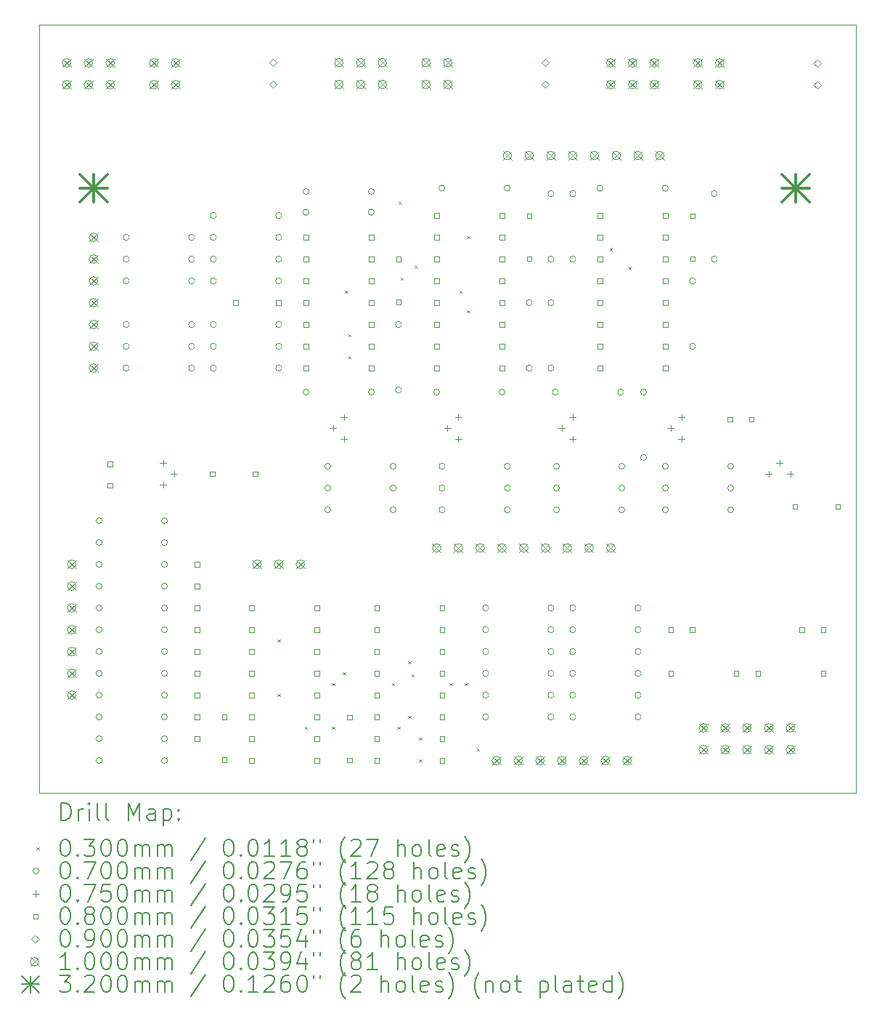
<source format=gbr>
%TF.GenerationSoftware,KiCad,Pcbnew,7.0.10*%
%TF.CreationDate,2024-07-10T16:24:41+01:00*%
%TF.ProjectId,DividerSwitch-R,44697669-6465-4725-9377-697463682d52,rev?*%
%TF.SameCoordinates,Original*%
%TF.FileFunction,Drillmap*%
%TF.FilePolarity,Positive*%
%FSLAX45Y45*%
G04 Gerber Fmt 4.5, Leading zero omitted, Abs format (unit mm)*
G04 Created by KiCad (PCBNEW 7.0.10) date 2024-07-10 16:24:41*
%MOMM*%
%LPD*%
G01*
G04 APERTURE LIST*
%ADD10C,0.050000*%
%ADD11C,0.200000*%
%ADD12C,0.100000*%
%ADD13C,0.320000*%
G04 APERTURE END LIST*
D10*
X9664700Y-5118100D02*
X19189700Y-5118100D01*
X19189700Y-14071600D01*
X9664700Y-14071600D01*
X9664700Y-5118100D01*
D11*
D12*
X12443700Y-12278600D02*
X12473700Y-12308600D01*
X12473700Y-12278600D02*
X12443700Y-12308600D01*
X12443700Y-12913600D02*
X12473700Y-12943600D01*
X12473700Y-12913600D02*
X12443700Y-12943600D01*
X12761200Y-13294600D02*
X12791200Y-13324600D01*
X12791200Y-13294600D02*
X12761200Y-13324600D01*
X13078700Y-12786600D02*
X13108700Y-12816600D01*
X13108700Y-12786600D02*
X13078700Y-12816600D01*
X13078700Y-13294600D02*
X13108700Y-13324600D01*
X13108700Y-13294600D02*
X13078700Y-13324600D01*
X13205700Y-12659600D02*
X13235700Y-12689600D01*
X13235700Y-12659600D02*
X13205700Y-12689600D01*
X13231100Y-8214600D02*
X13261100Y-8244600D01*
X13261100Y-8214600D02*
X13231100Y-8244600D01*
X13269200Y-8722600D02*
X13299200Y-8752600D01*
X13299200Y-8722600D02*
X13269200Y-8752600D01*
X13269200Y-8976600D02*
X13299200Y-9006600D01*
X13299200Y-8976600D02*
X13269200Y-9006600D01*
X13777200Y-12786600D02*
X13807200Y-12816600D01*
X13807200Y-12786600D02*
X13777200Y-12816600D01*
X13840700Y-13294600D02*
X13870700Y-13324600D01*
X13870700Y-13294600D02*
X13840700Y-13324600D01*
X13859750Y-7179550D02*
X13889750Y-7209550D01*
X13889750Y-7179550D02*
X13859750Y-7209550D01*
X13878800Y-8062200D02*
X13908800Y-8092200D01*
X13908800Y-8062200D02*
X13878800Y-8092200D01*
X13967700Y-12532600D02*
X13997700Y-12562600D01*
X13997700Y-12532600D02*
X13967700Y-12562600D01*
X13967700Y-13167600D02*
X13997700Y-13197600D01*
X13997700Y-13167600D02*
X13967700Y-13197600D01*
X14005800Y-12685000D02*
X14035800Y-12715000D01*
X14035800Y-12685000D02*
X14005800Y-12715000D01*
X14043900Y-7922500D02*
X14073900Y-7952500D01*
X14073900Y-7922500D02*
X14043900Y-7952500D01*
X14094700Y-13421600D02*
X14124700Y-13451600D01*
X14124700Y-13421600D02*
X14094700Y-13451600D01*
X14094700Y-13675600D02*
X14124700Y-13705600D01*
X14124700Y-13675600D02*
X14094700Y-13705600D01*
X14450300Y-12786600D02*
X14480300Y-12816600D01*
X14480300Y-12786600D02*
X14450300Y-12816600D01*
X14564600Y-8214600D02*
X14594600Y-8244600D01*
X14594600Y-8214600D02*
X14564600Y-8244600D01*
X14628100Y-12786600D02*
X14658100Y-12816600D01*
X14658100Y-12786600D02*
X14628100Y-12816600D01*
X14653500Y-7579600D02*
X14683500Y-7609600D01*
X14683500Y-7579600D02*
X14653500Y-7609600D01*
X14653500Y-8443200D02*
X14683500Y-8473200D01*
X14683500Y-8443200D02*
X14653500Y-8473200D01*
X14767800Y-13548600D02*
X14797800Y-13578600D01*
X14797800Y-13548600D02*
X14767800Y-13578600D01*
X16317200Y-7719300D02*
X16347200Y-7749300D01*
X16347200Y-7719300D02*
X16317200Y-7749300D01*
X16539450Y-7941550D02*
X16569450Y-7971550D01*
X16569450Y-7941550D02*
X16539450Y-7971550D01*
X10398200Y-10896600D02*
G75*
G03*
X10328200Y-10896600I-35000J0D01*
G01*
X10328200Y-10896600D02*
G75*
G03*
X10398200Y-10896600I35000J0D01*
G01*
X10398200Y-11150600D02*
G75*
G03*
X10328200Y-11150600I-35000J0D01*
G01*
X10328200Y-11150600D02*
G75*
G03*
X10398200Y-11150600I35000J0D01*
G01*
X10398200Y-11404600D02*
G75*
G03*
X10328200Y-11404600I-35000J0D01*
G01*
X10328200Y-11404600D02*
G75*
G03*
X10398200Y-11404600I35000J0D01*
G01*
X10398200Y-11658600D02*
G75*
G03*
X10328200Y-11658600I-35000J0D01*
G01*
X10328200Y-11658600D02*
G75*
G03*
X10398200Y-11658600I35000J0D01*
G01*
X10398200Y-11912600D02*
G75*
G03*
X10328200Y-11912600I-35000J0D01*
G01*
X10328200Y-11912600D02*
G75*
G03*
X10398200Y-11912600I35000J0D01*
G01*
X10398200Y-12166600D02*
G75*
G03*
X10328200Y-12166600I-35000J0D01*
G01*
X10328200Y-12166600D02*
G75*
G03*
X10398200Y-12166600I35000J0D01*
G01*
X10398200Y-12420600D02*
G75*
G03*
X10328200Y-12420600I-35000J0D01*
G01*
X10328200Y-12420600D02*
G75*
G03*
X10398200Y-12420600I35000J0D01*
G01*
X10398200Y-12674600D02*
G75*
G03*
X10328200Y-12674600I-35000J0D01*
G01*
X10328200Y-12674600D02*
G75*
G03*
X10398200Y-12674600I35000J0D01*
G01*
X10398200Y-12928600D02*
G75*
G03*
X10328200Y-12928600I-35000J0D01*
G01*
X10328200Y-12928600D02*
G75*
G03*
X10398200Y-12928600I35000J0D01*
G01*
X10398200Y-13182600D02*
G75*
G03*
X10328200Y-13182600I-35000J0D01*
G01*
X10328200Y-13182600D02*
G75*
G03*
X10398200Y-13182600I35000J0D01*
G01*
X10398200Y-13436600D02*
G75*
G03*
X10328200Y-13436600I-35000J0D01*
G01*
X10328200Y-13436600D02*
G75*
G03*
X10398200Y-13436600I35000J0D01*
G01*
X10398200Y-13690600D02*
G75*
G03*
X10328200Y-13690600I-35000J0D01*
G01*
X10328200Y-13690600D02*
G75*
G03*
X10398200Y-13690600I35000J0D01*
G01*
X10715700Y-7594600D02*
G75*
G03*
X10645700Y-7594600I-35000J0D01*
G01*
X10645700Y-7594600D02*
G75*
G03*
X10715700Y-7594600I35000J0D01*
G01*
X10715700Y-7848600D02*
G75*
G03*
X10645700Y-7848600I-35000J0D01*
G01*
X10645700Y-7848600D02*
G75*
G03*
X10715700Y-7848600I35000J0D01*
G01*
X10715700Y-8102600D02*
G75*
G03*
X10645700Y-8102600I-35000J0D01*
G01*
X10645700Y-8102600D02*
G75*
G03*
X10715700Y-8102600I35000J0D01*
G01*
X10715700Y-8610600D02*
G75*
G03*
X10645700Y-8610600I-35000J0D01*
G01*
X10645700Y-8610600D02*
G75*
G03*
X10715700Y-8610600I35000J0D01*
G01*
X10715700Y-8864600D02*
G75*
G03*
X10645700Y-8864600I-35000J0D01*
G01*
X10645700Y-8864600D02*
G75*
G03*
X10715700Y-8864600I35000J0D01*
G01*
X10715700Y-9118600D02*
G75*
G03*
X10645700Y-9118600I-35000J0D01*
G01*
X10645700Y-9118600D02*
G75*
G03*
X10715700Y-9118600I35000J0D01*
G01*
X11160200Y-10896600D02*
G75*
G03*
X11090200Y-10896600I-35000J0D01*
G01*
X11090200Y-10896600D02*
G75*
G03*
X11160200Y-10896600I35000J0D01*
G01*
X11160200Y-11150600D02*
G75*
G03*
X11090200Y-11150600I-35000J0D01*
G01*
X11090200Y-11150600D02*
G75*
G03*
X11160200Y-11150600I35000J0D01*
G01*
X11160200Y-11404600D02*
G75*
G03*
X11090200Y-11404600I-35000J0D01*
G01*
X11090200Y-11404600D02*
G75*
G03*
X11160200Y-11404600I35000J0D01*
G01*
X11160200Y-11658600D02*
G75*
G03*
X11090200Y-11658600I-35000J0D01*
G01*
X11090200Y-11658600D02*
G75*
G03*
X11160200Y-11658600I35000J0D01*
G01*
X11160200Y-11912600D02*
G75*
G03*
X11090200Y-11912600I-35000J0D01*
G01*
X11090200Y-11912600D02*
G75*
G03*
X11160200Y-11912600I35000J0D01*
G01*
X11160200Y-12166600D02*
G75*
G03*
X11090200Y-12166600I-35000J0D01*
G01*
X11090200Y-12166600D02*
G75*
G03*
X11160200Y-12166600I35000J0D01*
G01*
X11160200Y-12420600D02*
G75*
G03*
X11090200Y-12420600I-35000J0D01*
G01*
X11090200Y-12420600D02*
G75*
G03*
X11160200Y-12420600I35000J0D01*
G01*
X11160200Y-12674600D02*
G75*
G03*
X11090200Y-12674600I-35000J0D01*
G01*
X11090200Y-12674600D02*
G75*
G03*
X11160200Y-12674600I35000J0D01*
G01*
X11160200Y-12928600D02*
G75*
G03*
X11090200Y-12928600I-35000J0D01*
G01*
X11090200Y-12928600D02*
G75*
G03*
X11160200Y-12928600I35000J0D01*
G01*
X11160200Y-13182600D02*
G75*
G03*
X11090200Y-13182600I-35000J0D01*
G01*
X11090200Y-13182600D02*
G75*
G03*
X11160200Y-13182600I35000J0D01*
G01*
X11160200Y-13436600D02*
G75*
G03*
X11090200Y-13436600I-35000J0D01*
G01*
X11090200Y-13436600D02*
G75*
G03*
X11160200Y-13436600I35000J0D01*
G01*
X11160200Y-13690600D02*
G75*
G03*
X11090200Y-13690600I-35000J0D01*
G01*
X11090200Y-13690600D02*
G75*
G03*
X11160200Y-13690600I35000J0D01*
G01*
X11477700Y-7594600D02*
G75*
G03*
X11407700Y-7594600I-35000J0D01*
G01*
X11407700Y-7594600D02*
G75*
G03*
X11477700Y-7594600I35000J0D01*
G01*
X11477700Y-7848600D02*
G75*
G03*
X11407700Y-7848600I-35000J0D01*
G01*
X11407700Y-7848600D02*
G75*
G03*
X11477700Y-7848600I35000J0D01*
G01*
X11477700Y-8102600D02*
G75*
G03*
X11407700Y-8102600I-35000J0D01*
G01*
X11407700Y-8102600D02*
G75*
G03*
X11477700Y-8102600I35000J0D01*
G01*
X11477700Y-8610600D02*
G75*
G03*
X11407700Y-8610600I-35000J0D01*
G01*
X11407700Y-8610600D02*
G75*
G03*
X11477700Y-8610600I35000J0D01*
G01*
X11477700Y-8864600D02*
G75*
G03*
X11407700Y-8864600I-35000J0D01*
G01*
X11407700Y-8864600D02*
G75*
G03*
X11477700Y-8864600I35000J0D01*
G01*
X11477700Y-9118600D02*
G75*
G03*
X11407700Y-9118600I-35000J0D01*
G01*
X11407700Y-9118600D02*
G75*
G03*
X11477700Y-9118600I35000J0D01*
G01*
X11731700Y-7340600D02*
G75*
G03*
X11661700Y-7340600I-35000J0D01*
G01*
X11661700Y-7340600D02*
G75*
G03*
X11731700Y-7340600I35000J0D01*
G01*
X11731700Y-7594600D02*
G75*
G03*
X11661700Y-7594600I-35000J0D01*
G01*
X11661700Y-7594600D02*
G75*
G03*
X11731700Y-7594600I35000J0D01*
G01*
X11731700Y-7848600D02*
G75*
G03*
X11661700Y-7848600I-35000J0D01*
G01*
X11661700Y-7848600D02*
G75*
G03*
X11731700Y-7848600I35000J0D01*
G01*
X11731700Y-8102600D02*
G75*
G03*
X11661700Y-8102600I-35000J0D01*
G01*
X11661700Y-8102600D02*
G75*
G03*
X11731700Y-8102600I35000J0D01*
G01*
X11731700Y-8610600D02*
G75*
G03*
X11661700Y-8610600I-35000J0D01*
G01*
X11661700Y-8610600D02*
G75*
G03*
X11731700Y-8610600I35000J0D01*
G01*
X11731700Y-8864600D02*
G75*
G03*
X11661700Y-8864600I-35000J0D01*
G01*
X11661700Y-8864600D02*
G75*
G03*
X11731700Y-8864600I35000J0D01*
G01*
X11731700Y-9118600D02*
G75*
G03*
X11661700Y-9118600I-35000J0D01*
G01*
X11661700Y-9118600D02*
G75*
G03*
X11731700Y-9118600I35000J0D01*
G01*
X12493700Y-7340600D02*
G75*
G03*
X12423700Y-7340600I-35000J0D01*
G01*
X12423700Y-7340600D02*
G75*
G03*
X12493700Y-7340600I35000J0D01*
G01*
X12493700Y-7594600D02*
G75*
G03*
X12423700Y-7594600I-35000J0D01*
G01*
X12423700Y-7594600D02*
G75*
G03*
X12493700Y-7594600I35000J0D01*
G01*
X12493700Y-7848600D02*
G75*
G03*
X12423700Y-7848600I-35000J0D01*
G01*
X12423700Y-7848600D02*
G75*
G03*
X12493700Y-7848600I35000J0D01*
G01*
X12493700Y-8102600D02*
G75*
G03*
X12423700Y-8102600I-35000J0D01*
G01*
X12423700Y-8102600D02*
G75*
G03*
X12493700Y-8102600I35000J0D01*
G01*
X12493700Y-8610600D02*
G75*
G03*
X12423700Y-8610600I-35000J0D01*
G01*
X12423700Y-8610600D02*
G75*
G03*
X12493700Y-8610600I35000J0D01*
G01*
X12493700Y-8864600D02*
G75*
G03*
X12423700Y-8864600I-35000J0D01*
G01*
X12423700Y-8864600D02*
G75*
G03*
X12493700Y-8864600I35000J0D01*
G01*
X12493700Y-9118600D02*
G75*
G03*
X12423700Y-9118600I-35000J0D01*
G01*
X12423700Y-9118600D02*
G75*
G03*
X12493700Y-9118600I35000J0D01*
G01*
X12811200Y-7061200D02*
G75*
G03*
X12741200Y-7061200I-35000J0D01*
G01*
X12741200Y-7061200D02*
G75*
G03*
X12811200Y-7061200I35000J0D01*
G01*
X12811200Y-7302500D02*
G75*
G03*
X12741200Y-7302500I-35000J0D01*
G01*
X12741200Y-7302500D02*
G75*
G03*
X12811200Y-7302500I35000J0D01*
G01*
X12811200Y-9398000D02*
G75*
G03*
X12741200Y-9398000I-35000J0D01*
G01*
X12741200Y-9398000D02*
G75*
G03*
X12811200Y-9398000I35000J0D01*
G01*
X13065200Y-10261600D02*
G75*
G03*
X12995200Y-10261600I-35000J0D01*
G01*
X12995200Y-10261600D02*
G75*
G03*
X13065200Y-10261600I35000J0D01*
G01*
X13065200Y-10515600D02*
G75*
G03*
X12995200Y-10515600I-35000J0D01*
G01*
X12995200Y-10515600D02*
G75*
G03*
X13065200Y-10515600I35000J0D01*
G01*
X13065200Y-10769600D02*
G75*
G03*
X12995200Y-10769600I-35000J0D01*
G01*
X12995200Y-10769600D02*
G75*
G03*
X13065200Y-10769600I35000J0D01*
G01*
X13573200Y-7061200D02*
G75*
G03*
X13503200Y-7061200I-35000J0D01*
G01*
X13503200Y-7061200D02*
G75*
G03*
X13573200Y-7061200I35000J0D01*
G01*
X13573200Y-7302500D02*
G75*
G03*
X13503200Y-7302500I-35000J0D01*
G01*
X13503200Y-7302500D02*
G75*
G03*
X13573200Y-7302500I35000J0D01*
G01*
X13573200Y-9398000D02*
G75*
G03*
X13503200Y-9398000I-35000J0D01*
G01*
X13503200Y-9398000D02*
G75*
G03*
X13573200Y-9398000I35000J0D01*
G01*
X13827200Y-10261600D02*
G75*
G03*
X13757200Y-10261600I-35000J0D01*
G01*
X13757200Y-10261600D02*
G75*
G03*
X13827200Y-10261600I35000J0D01*
G01*
X13827200Y-10515600D02*
G75*
G03*
X13757200Y-10515600I-35000J0D01*
G01*
X13757200Y-10515600D02*
G75*
G03*
X13827200Y-10515600I35000J0D01*
G01*
X13827200Y-10769600D02*
G75*
G03*
X13757200Y-10769600I-35000J0D01*
G01*
X13757200Y-10769600D02*
G75*
G03*
X13827200Y-10769600I35000J0D01*
G01*
X13890700Y-8610600D02*
G75*
G03*
X13820700Y-8610600I-35000J0D01*
G01*
X13820700Y-8610600D02*
G75*
G03*
X13890700Y-8610600I35000J0D01*
G01*
X13890700Y-9372600D02*
G75*
G03*
X13820700Y-9372600I-35000J0D01*
G01*
X13820700Y-9372600D02*
G75*
G03*
X13890700Y-9372600I35000J0D01*
G01*
X14335200Y-9398000D02*
G75*
G03*
X14265200Y-9398000I-35000J0D01*
G01*
X14265200Y-9398000D02*
G75*
G03*
X14335200Y-9398000I35000J0D01*
G01*
X14398700Y-7023100D02*
G75*
G03*
X14328700Y-7023100I-35000J0D01*
G01*
X14328700Y-7023100D02*
G75*
G03*
X14398700Y-7023100I35000J0D01*
G01*
X14398700Y-10261600D02*
G75*
G03*
X14328700Y-10261600I-35000J0D01*
G01*
X14328700Y-10261600D02*
G75*
G03*
X14398700Y-10261600I35000J0D01*
G01*
X14398700Y-10515600D02*
G75*
G03*
X14328700Y-10515600I-35000J0D01*
G01*
X14328700Y-10515600D02*
G75*
G03*
X14398700Y-10515600I35000J0D01*
G01*
X14398700Y-10769600D02*
G75*
G03*
X14328700Y-10769600I-35000J0D01*
G01*
X14328700Y-10769600D02*
G75*
G03*
X14398700Y-10769600I35000J0D01*
G01*
X14906700Y-11912600D02*
G75*
G03*
X14836700Y-11912600I-35000J0D01*
G01*
X14836700Y-11912600D02*
G75*
G03*
X14906700Y-11912600I35000J0D01*
G01*
X14906700Y-12166600D02*
G75*
G03*
X14836700Y-12166600I-35000J0D01*
G01*
X14836700Y-12166600D02*
G75*
G03*
X14906700Y-12166600I35000J0D01*
G01*
X14906700Y-12420600D02*
G75*
G03*
X14836700Y-12420600I-35000J0D01*
G01*
X14836700Y-12420600D02*
G75*
G03*
X14906700Y-12420600I35000J0D01*
G01*
X14906700Y-12674600D02*
G75*
G03*
X14836700Y-12674600I-35000J0D01*
G01*
X14836700Y-12674600D02*
G75*
G03*
X14906700Y-12674600I35000J0D01*
G01*
X14906700Y-12928600D02*
G75*
G03*
X14836700Y-12928600I-35000J0D01*
G01*
X14836700Y-12928600D02*
G75*
G03*
X14906700Y-12928600I35000J0D01*
G01*
X14906700Y-13182600D02*
G75*
G03*
X14836700Y-13182600I-35000J0D01*
G01*
X14836700Y-13182600D02*
G75*
G03*
X14906700Y-13182600I35000J0D01*
G01*
X15097200Y-9398000D02*
G75*
G03*
X15027200Y-9398000I-35000J0D01*
G01*
X15027200Y-9398000D02*
G75*
G03*
X15097200Y-9398000I35000J0D01*
G01*
X15160700Y-7023100D02*
G75*
G03*
X15090700Y-7023100I-35000J0D01*
G01*
X15090700Y-7023100D02*
G75*
G03*
X15160700Y-7023100I35000J0D01*
G01*
X15160700Y-10261600D02*
G75*
G03*
X15090700Y-10261600I-35000J0D01*
G01*
X15090700Y-10261600D02*
G75*
G03*
X15160700Y-10261600I35000J0D01*
G01*
X15160700Y-10515600D02*
G75*
G03*
X15090700Y-10515600I-35000J0D01*
G01*
X15090700Y-10515600D02*
G75*
G03*
X15160700Y-10515600I35000J0D01*
G01*
X15160700Y-10769600D02*
G75*
G03*
X15090700Y-10769600I-35000J0D01*
G01*
X15090700Y-10769600D02*
G75*
G03*
X15160700Y-10769600I35000J0D01*
G01*
X15414700Y-8356600D02*
G75*
G03*
X15344700Y-8356600I-35000J0D01*
G01*
X15344700Y-8356600D02*
G75*
G03*
X15414700Y-8356600I35000J0D01*
G01*
X15414700Y-9118600D02*
G75*
G03*
X15344700Y-9118600I-35000J0D01*
G01*
X15344700Y-9118600D02*
G75*
G03*
X15414700Y-9118600I35000J0D01*
G01*
X15668700Y-7086600D02*
G75*
G03*
X15598700Y-7086600I-35000J0D01*
G01*
X15598700Y-7086600D02*
G75*
G03*
X15668700Y-7086600I35000J0D01*
G01*
X15668700Y-7848600D02*
G75*
G03*
X15598700Y-7848600I-35000J0D01*
G01*
X15598700Y-7848600D02*
G75*
G03*
X15668700Y-7848600I35000J0D01*
G01*
X15668700Y-8356600D02*
G75*
G03*
X15598700Y-8356600I-35000J0D01*
G01*
X15598700Y-8356600D02*
G75*
G03*
X15668700Y-8356600I35000J0D01*
G01*
X15668700Y-9118600D02*
G75*
G03*
X15598700Y-9118600I-35000J0D01*
G01*
X15598700Y-9118600D02*
G75*
G03*
X15668700Y-9118600I35000J0D01*
G01*
X15668700Y-11912600D02*
G75*
G03*
X15598700Y-11912600I-35000J0D01*
G01*
X15598700Y-11912600D02*
G75*
G03*
X15668700Y-11912600I35000J0D01*
G01*
X15668700Y-12166600D02*
G75*
G03*
X15598700Y-12166600I-35000J0D01*
G01*
X15598700Y-12166600D02*
G75*
G03*
X15668700Y-12166600I35000J0D01*
G01*
X15668700Y-12420600D02*
G75*
G03*
X15598700Y-12420600I-35000J0D01*
G01*
X15598700Y-12420600D02*
G75*
G03*
X15668700Y-12420600I35000J0D01*
G01*
X15668700Y-12674600D02*
G75*
G03*
X15598700Y-12674600I-35000J0D01*
G01*
X15598700Y-12674600D02*
G75*
G03*
X15668700Y-12674600I35000J0D01*
G01*
X15668700Y-12928600D02*
G75*
G03*
X15598700Y-12928600I-35000J0D01*
G01*
X15598700Y-12928600D02*
G75*
G03*
X15668700Y-12928600I35000J0D01*
G01*
X15668700Y-13182600D02*
G75*
G03*
X15598700Y-13182600I-35000J0D01*
G01*
X15598700Y-13182600D02*
G75*
G03*
X15668700Y-13182600I35000J0D01*
G01*
X15719500Y-9398000D02*
G75*
G03*
X15649500Y-9398000I-35000J0D01*
G01*
X15649500Y-9398000D02*
G75*
G03*
X15719500Y-9398000I35000J0D01*
G01*
X15732200Y-10261600D02*
G75*
G03*
X15662200Y-10261600I-35000J0D01*
G01*
X15662200Y-10261600D02*
G75*
G03*
X15732200Y-10261600I35000J0D01*
G01*
X15732200Y-10515600D02*
G75*
G03*
X15662200Y-10515600I-35000J0D01*
G01*
X15662200Y-10515600D02*
G75*
G03*
X15732200Y-10515600I35000J0D01*
G01*
X15732200Y-10769600D02*
G75*
G03*
X15662200Y-10769600I-35000J0D01*
G01*
X15662200Y-10769600D02*
G75*
G03*
X15732200Y-10769600I35000J0D01*
G01*
X15922700Y-7086600D02*
G75*
G03*
X15852700Y-7086600I-35000J0D01*
G01*
X15852700Y-7086600D02*
G75*
G03*
X15922700Y-7086600I35000J0D01*
G01*
X15922700Y-7848600D02*
G75*
G03*
X15852700Y-7848600I-35000J0D01*
G01*
X15852700Y-7848600D02*
G75*
G03*
X15922700Y-7848600I35000J0D01*
G01*
X15922700Y-11912600D02*
G75*
G03*
X15852700Y-11912600I-35000J0D01*
G01*
X15852700Y-11912600D02*
G75*
G03*
X15922700Y-11912600I35000J0D01*
G01*
X15922700Y-12166600D02*
G75*
G03*
X15852700Y-12166600I-35000J0D01*
G01*
X15852700Y-12166600D02*
G75*
G03*
X15922700Y-12166600I35000J0D01*
G01*
X15922700Y-12420600D02*
G75*
G03*
X15852700Y-12420600I-35000J0D01*
G01*
X15852700Y-12420600D02*
G75*
G03*
X15922700Y-12420600I35000J0D01*
G01*
X15922700Y-12674600D02*
G75*
G03*
X15852700Y-12674600I-35000J0D01*
G01*
X15852700Y-12674600D02*
G75*
G03*
X15922700Y-12674600I35000J0D01*
G01*
X15922700Y-12928600D02*
G75*
G03*
X15852700Y-12928600I-35000J0D01*
G01*
X15852700Y-12928600D02*
G75*
G03*
X15922700Y-12928600I35000J0D01*
G01*
X15922700Y-13182600D02*
G75*
G03*
X15852700Y-13182600I-35000J0D01*
G01*
X15852700Y-13182600D02*
G75*
G03*
X15922700Y-13182600I35000J0D01*
G01*
X16240200Y-7023100D02*
G75*
G03*
X16170200Y-7023100I-35000J0D01*
G01*
X16170200Y-7023100D02*
G75*
G03*
X16240200Y-7023100I35000J0D01*
G01*
X16481500Y-9398000D02*
G75*
G03*
X16411500Y-9398000I-35000J0D01*
G01*
X16411500Y-9398000D02*
G75*
G03*
X16481500Y-9398000I35000J0D01*
G01*
X16494200Y-10261600D02*
G75*
G03*
X16424200Y-10261600I-35000J0D01*
G01*
X16424200Y-10261600D02*
G75*
G03*
X16494200Y-10261600I35000J0D01*
G01*
X16494200Y-10515600D02*
G75*
G03*
X16424200Y-10515600I-35000J0D01*
G01*
X16424200Y-10515600D02*
G75*
G03*
X16494200Y-10515600I35000J0D01*
G01*
X16494200Y-10769600D02*
G75*
G03*
X16424200Y-10769600I-35000J0D01*
G01*
X16424200Y-10769600D02*
G75*
G03*
X16494200Y-10769600I35000J0D01*
G01*
X16684700Y-11912600D02*
G75*
G03*
X16614700Y-11912600I-35000J0D01*
G01*
X16614700Y-11912600D02*
G75*
G03*
X16684700Y-11912600I35000J0D01*
G01*
X16684700Y-12166600D02*
G75*
G03*
X16614700Y-12166600I-35000J0D01*
G01*
X16614700Y-12166600D02*
G75*
G03*
X16684700Y-12166600I35000J0D01*
G01*
X16684700Y-12420600D02*
G75*
G03*
X16614700Y-12420600I-35000J0D01*
G01*
X16614700Y-12420600D02*
G75*
G03*
X16684700Y-12420600I35000J0D01*
G01*
X16684700Y-12674600D02*
G75*
G03*
X16614700Y-12674600I-35000J0D01*
G01*
X16614700Y-12674600D02*
G75*
G03*
X16684700Y-12674600I35000J0D01*
G01*
X16684700Y-12928600D02*
G75*
G03*
X16614700Y-12928600I-35000J0D01*
G01*
X16614700Y-12928600D02*
G75*
G03*
X16684700Y-12928600I35000J0D01*
G01*
X16684700Y-13182600D02*
G75*
G03*
X16614700Y-13182600I-35000J0D01*
G01*
X16614700Y-13182600D02*
G75*
G03*
X16684700Y-13182600I35000J0D01*
G01*
X16748200Y-9398000D02*
G75*
G03*
X16678200Y-9398000I-35000J0D01*
G01*
X16678200Y-9398000D02*
G75*
G03*
X16748200Y-9398000I35000J0D01*
G01*
X16748200Y-10160000D02*
G75*
G03*
X16678200Y-10160000I-35000J0D01*
G01*
X16678200Y-10160000D02*
G75*
G03*
X16748200Y-10160000I35000J0D01*
G01*
X17002200Y-7023100D02*
G75*
G03*
X16932200Y-7023100I-35000J0D01*
G01*
X16932200Y-7023100D02*
G75*
G03*
X17002200Y-7023100I35000J0D01*
G01*
X17002200Y-10261600D02*
G75*
G03*
X16932200Y-10261600I-35000J0D01*
G01*
X16932200Y-10261600D02*
G75*
G03*
X17002200Y-10261600I35000J0D01*
G01*
X17002200Y-10515600D02*
G75*
G03*
X16932200Y-10515600I-35000J0D01*
G01*
X16932200Y-10515600D02*
G75*
G03*
X17002200Y-10515600I35000J0D01*
G01*
X17002200Y-10769600D02*
G75*
G03*
X16932200Y-10769600I-35000J0D01*
G01*
X16932200Y-10769600D02*
G75*
G03*
X17002200Y-10769600I35000J0D01*
G01*
X17319700Y-8102600D02*
G75*
G03*
X17249700Y-8102600I-35000J0D01*
G01*
X17249700Y-8102600D02*
G75*
G03*
X17319700Y-8102600I35000J0D01*
G01*
X17319700Y-8864600D02*
G75*
G03*
X17249700Y-8864600I-35000J0D01*
G01*
X17249700Y-8864600D02*
G75*
G03*
X17319700Y-8864600I35000J0D01*
G01*
X17573700Y-7086600D02*
G75*
G03*
X17503700Y-7086600I-35000J0D01*
G01*
X17503700Y-7086600D02*
G75*
G03*
X17573700Y-7086600I35000J0D01*
G01*
X17573700Y-7848600D02*
G75*
G03*
X17503700Y-7848600I-35000J0D01*
G01*
X17503700Y-7848600D02*
G75*
G03*
X17573700Y-7848600I35000J0D01*
G01*
X17764200Y-10261600D02*
G75*
G03*
X17694200Y-10261600I-35000J0D01*
G01*
X17694200Y-10261600D02*
G75*
G03*
X17764200Y-10261600I35000J0D01*
G01*
X17764200Y-10515600D02*
G75*
G03*
X17694200Y-10515600I-35000J0D01*
G01*
X17694200Y-10515600D02*
G75*
G03*
X17764200Y-10515600I35000J0D01*
G01*
X17764200Y-10769600D02*
G75*
G03*
X17694200Y-10769600I-35000J0D01*
G01*
X17694200Y-10769600D02*
G75*
G03*
X17764200Y-10769600I35000J0D01*
G01*
X11112500Y-10186000D02*
X11112500Y-10261000D01*
X11075000Y-10223500D02*
X11150000Y-10223500D01*
X11112500Y-10440000D02*
X11112500Y-10515000D01*
X11075000Y-10477500D02*
X11150000Y-10477500D01*
X11239500Y-10313000D02*
X11239500Y-10388000D01*
X11202000Y-10350500D02*
X11277000Y-10350500D01*
X13093700Y-9779600D02*
X13093700Y-9854600D01*
X13056200Y-9817100D02*
X13131200Y-9817100D01*
X13220700Y-9652600D02*
X13220700Y-9727600D01*
X13183200Y-9690100D02*
X13258200Y-9690100D01*
X13220700Y-9906600D02*
X13220700Y-9981600D01*
X13183200Y-9944100D02*
X13258200Y-9944100D01*
X14427200Y-9779600D02*
X14427200Y-9854600D01*
X14389700Y-9817100D02*
X14464700Y-9817100D01*
X14554200Y-9652600D02*
X14554200Y-9727600D01*
X14516700Y-9690100D02*
X14591700Y-9690100D01*
X14554200Y-9906600D02*
X14554200Y-9981600D01*
X14516700Y-9944100D02*
X14591700Y-9944100D01*
X15760700Y-9779600D02*
X15760700Y-9854600D01*
X15723200Y-9817100D02*
X15798200Y-9817100D01*
X15887700Y-9652600D02*
X15887700Y-9727600D01*
X15850200Y-9690100D02*
X15925200Y-9690100D01*
X15887700Y-9906600D02*
X15887700Y-9981600D01*
X15850200Y-9944100D02*
X15925200Y-9944100D01*
X17030700Y-9779600D02*
X17030700Y-9854600D01*
X16993200Y-9817100D02*
X17068200Y-9817100D01*
X17157700Y-9652600D02*
X17157700Y-9727600D01*
X17120200Y-9690100D02*
X17195200Y-9690100D01*
X17157700Y-9906600D02*
X17157700Y-9981600D01*
X17120200Y-9944100D02*
X17195200Y-9944100D01*
X18173700Y-10313000D02*
X18173700Y-10388000D01*
X18136200Y-10350500D02*
X18211200Y-10350500D01*
X18300700Y-10186000D02*
X18300700Y-10261000D01*
X18263200Y-10223500D02*
X18338200Y-10223500D01*
X18427700Y-10313000D02*
X18427700Y-10388000D01*
X18390200Y-10350500D02*
X18465200Y-10350500D01*
X10518485Y-10264485D02*
X10518485Y-10207916D01*
X10461916Y-10207916D01*
X10461916Y-10264485D01*
X10518485Y-10264485D01*
X10518485Y-10514485D02*
X10518485Y-10457916D01*
X10461916Y-10457916D01*
X10461916Y-10514485D01*
X10518485Y-10514485D01*
X11534484Y-11432884D02*
X11534484Y-11376315D01*
X11477915Y-11376315D01*
X11477915Y-11432884D01*
X11534484Y-11432884D01*
X11534484Y-11686884D02*
X11534484Y-11630315D01*
X11477915Y-11630315D01*
X11477915Y-11686884D01*
X11534484Y-11686884D01*
X11534484Y-11940884D02*
X11534484Y-11884315D01*
X11477915Y-11884315D01*
X11477915Y-11940884D01*
X11534484Y-11940884D01*
X11534484Y-12194884D02*
X11534484Y-12138315D01*
X11477915Y-12138315D01*
X11477915Y-12194884D01*
X11534484Y-12194884D01*
X11534484Y-12448884D02*
X11534484Y-12392315D01*
X11477915Y-12392315D01*
X11477915Y-12448884D01*
X11534484Y-12448884D01*
X11534484Y-12702884D02*
X11534484Y-12646315D01*
X11477915Y-12646315D01*
X11477915Y-12702884D01*
X11534484Y-12702884D01*
X11534484Y-12956884D02*
X11534484Y-12900315D01*
X11477915Y-12900315D01*
X11477915Y-12956884D01*
X11534484Y-12956884D01*
X11534484Y-13210884D02*
X11534484Y-13154315D01*
X11477915Y-13154315D01*
X11477915Y-13210884D01*
X11534484Y-13210884D01*
X11534484Y-13464884D02*
X11534484Y-13408315D01*
X11477915Y-13408315D01*
X11477915Y-13464884D01*
X11534484Y-13464884D01*
X11712284Y-10378785D02*
X11712284Y-10322216D01*
X11655715Y-10322216D01*
X11655715Y-10378785D01*
X11712284Y-10378785D01*
X11851984Y-13210884D02*
X11851984Y-13154315D01*
X11795415Y-13154315D01*
X11795415Y-13210884D01*
X11851984Y-13210884D01*
X11851984Y-13710884D02*
X11851984Y-13654315D01*
X11795415Y-13654315D01*
X11795415Y-13710884D01*
X11851984Y-13710884D01*
X11982984Y-8384884D02*
X11982984Y-8328315D01*
X11926415Y-8328315D01*
X11926415Y-8384884D01*
X11982984Y-8384884D01*
X12169484Y-11940884D02*
X12169484Y-11884315D01*
X12112915Y-11884315D01*
X12112915Y-11940884D01*
X12169484Y-11940884D01*
X12169484Y-12194884D02*
X12169484Y-12138315D01*
X12112915Y-12138315D01*
X12112915Y-12194884D01*
X12169484Y-12194884D01*
X12169484Y-12448884D02*
X12169484Y-12392315D01*
X12112915Y-12392315D01*
X12112915Y-12448884D01*
X12169484Y-12448884D01*
X12169484Y-12702884D02*
X12169484Y-12646315D01*
X12112915Y-12646315D01*
X12112915Y-12702884D01*
X12169484Y-12702884D01*
X12169484Y-12956884D02*
X12169484Y-12900315D01*
X12112915Y-12900315D01*
X12112915Y-12956884D01*
X12169484Y-12956884D01*
X12169484Y-13210884D02*
X12169484Y-13154315D01*
X12112915Y-13154315D01*
X12112915Y-13210884D01*
X12169484Y-13210884D01*
X12169484Y-13464884D02*
X12169484Y-13408315D01*
X12112915Y-13408315D01*
X12112915Y-13464884D01*
X12169484Y-13464884D01*
X12169484Y-13718884D02*
X12169484Y-13662315D01*
X12112915Y-13662315D01*
X12112915Y-13718884D01*
X12169484Y-13718884D01*
X12212284Y-10378785D02*
X12212284Y-10322216D01*
X12155715Y-10322216D01*
X12155715Y-10378785D01*
X12212284Y-10378785D01*
X12482984Y-8384884D02*
X12482984Y-8328315D01*
X12426415Y-8328315D01*
X12426415Y-8384884D01*
X12482984Y-8384884D01*
X12804484Y-7622884D02*
X12804484Y-7566315D01*
X12747915Y-7566315D01*
X12747915Y-7622884D01*
X12804484Y-7622884D01*
X12804484Y-7876884D02*
X12804484Y-7820315D01*
X12747915Y-7820315D01*
X12747915Y-7876884D01*
X12804484Y-7876884D01*
X12804484Y-8130884D02*
X12804484Y-8074315D01*
X12747915Y-8074315D01*
X12747915Y-8130884D01*
X12804484Y-8130884D01*
X12804484Y-8384884D02*
X12804484Y-8328315D01*
X12747915Y-8328315D01*
X12747915Y-8384884D01*
X12804484Y-8384884D01*
X12804484Y-8638885D02*
X12804484Y-8582316D01*
X12747915Y-8582316D01*
X12747915Y-8638885D01*
X12804484Y-8638885D01*
X12804484Y-8892885D02*
X12804484Y-8836316D01*
X12747915Y-8836316D01*
X12747915Y-8892885D01*
X12804484Y-8892885D01*
X12804484Y-9146885D02*
X12804484Y-9090316D01*
X12747915Y-9090316D01*
X12747915Y-9146885D01*
X12804484Y-9146885D01*
X12931484Y-11940884D02*
X12931484Y-11884315D01*
X12874915Y-11884315D01*
X12874915Y-11940884D01*
X12931484Y-11940884D01*
X12931484Y-12194884D02*
X12931484Y-12138315D01*
X12874915Y-12138315D01*
X12874915Y-12194884D01*
X12931484Y-12194884D01*
X12931484Y-12448884D02*
X12931484Y-12392315D01*
X12874915Y-12392315D01*
X12874915Y-12448884D01*
X12931484Y-12448884D01*
X12931484Y-12702884D02*
X12931484Y-12646315D01*
X12874915Y-12646315D01*
X12874915Y-12702884D01*
X12931484Y-12702884D01*
X12931484Y-12956884D02*
X12931484Y-12900315D01*
X12874915Y-12900315D01*
X12874915Y-12956884D01*
X12931484Y-12956884D01*
X12931484Y-13210884D02*
X12931484Y-13154315D01*
X12874915Y-13154315D01*
X12874915Y-13210884D01*
X12931484Y-13210884D01*
X12931484Y-13464884D02*
X12931484Y-13408315D01*
X12874915Y-13408315D01*
X12874915Y-13464884D01*
X12931484Y-13464884D01*
X12931484Y-13718884D02*
X12931484Y-13662315D01*
X12874915Y-13662315D01*
X12874915Y-13718884D01*
X12931484Y-13718884D01*
X13312484Y-13214884D02*
X13312484Y-13158315D01*
X13255915Y-13158315D01*
X13255915Y-13214884D01*
X13312484Y-13214884D01*
X13312484Y-13714884D02*
X13312484Y-13658315D01*
X13255915Y-13658315D01*
X13255915Y-13714884D01*
X13312484Y-13714884D01*
X13566484Y-7622884D02*
X13566484Y-7566315D01*
X13509915Y-7566315D01*
X13509915Y-7622884D01*
X13566484Y-7622884D01*
X13566484Y-7876884D02*
X13566484Y-7820315D01*
X13509915Y-7820315D01*
X13509915Y-7876884D01*
X13566484Y-7876884D01*
X13566484Y-8130884D02*
X13566484Y-8074315D01*
X13509915Y-8074315D01*
X13509915Y-8130884D01*
X13566484Y-8130884D01*
X13566484Y-8384884D02*
X13566484Y-8328315D01*
X13509915Y-8328315D01*
X13509915Y-8384884D01*
X13566484Y-8384884D01*
X13566484Y-8638885D02*
X13566484Y-8582316D01*
X13509915Y-8582316D01*
X13509915Y-8638885D01*
X13566484Y-8638885D01*
X13566484Y-8892885D02*
X13566484Y-8836316D01*
X13509915Y-8836316D01*
X13509915Y-8892885D01*
X13566484Y-8892885D01*
X13566484Y-9146885D02*
X13566484Y-9090316D01*
X13509915Y-9090316D01*
X13509915Y-9146885D01*
X13566484Y-9146885D01*
X13629984Y-11940884D02*
X13629984Y-11884315D01*
X13573415Y-11884315D01*
X13573415Y-11940884D01*
X13629984Y-11940884D01*
X13629984Y-12194884D02*
X13629984Y-12138315D01*
X13573415Y-12138315D01*
X13573415Y-12194884D01*
X13629984Y-12194884D01*
X13629984Y-12448884D02*
X13629984Y-12392315D01*
X13573415Y-12392315D01*
X13573415Y-12448884D01*
X13629984Y-12448884D01*
X13629984Y-12702884D02*
X13629984Y-12646315D01*
X13573415Y-12646315D01*
X13573415Y-12702884D01*
X13629984Y-12702884D01*
X13629984Y-12956884D02*
X13629984Y-12900315D01*
X13573415Y-12900315D01*
X13573415Y-12956884D01*
X13629984Y-12956884D01*
X13629984Y-13210884D02*
X13629984Y-13154315D01*
X13573415Y-13154315D01*
X13573415Y-13210884D01*
X13629984Y-13210884D01*
X13629984Y-13464884D02*
X13629984Y-13408315D01*
X13573415Y-13408315D01*
X13573415Y-13464884D01*
X13629984Y-13464884D01*
X13629984Y-13718884D02*
X13629984Y-13662315D01*
X13573415Y-13662315D01*
X13573415Y-13718884D01*
X13629984Y-13718884D01*
X13883984Y-7876884D02*
X13883984Y-7820315D01*
X13827415Y-7820315D01*
X13827415Y-7876884D01*
X13883984Y-7876884D01*
X13883984Y-8376884D02*
X13883984Y-8320315D01*
X13827415Y-8320315D01*
X13827415Y-8376884D01*
X13883984Y-8376884D01*
X14328484Y-7368884D02*
X14328484Y-7312315D01*
X14271915Y-7312315D01*
X14271915Y-7368884D01*
X14328484Y-7368884D01*
X14328484Y-7622884D02*
X14328484Y-7566315D01*
X14271915Y-7566315D01*
X14271915Y-7622884D01*
X14328484Y-7622884D01*
X14328484Y-7876884D02*
X14328484Y-7820315D01*
X14271915Y-7820315D01*
X14271915Y-7876884D01*
X14328484Y-7876884D01*
X14328484Y-8130884D02*
X14328484Y-8074315D01*
X14271915Y-8074315D01*
X14271915Y-8130884D01*
X14328484Y-8130884D01*
X14328484Y-8384884D02*
X14328484Y-8328315D01*
X14271915Y-8328315D01*
X14271915Y-8384884D01*
X14328484Y-8384884D01*
X14328484Y-8638885D02*
X14328484Y-8582316D01*
X14271915Y-8582316D01*
X14271915Y-8638885D01*
X14328484Y-8638885D01*
X14328484Y-8892885D02*
X14328484Y-8836316D01*
X14271915Y-8836316D01*
X14271915Y-8892885D01*
X14328484Y-8892885D01*
X14328484Y-9146885D02*
X14328484Y-9090316D01*
X14271915Y-9090316D01*
X14271915Y-9146885D01*
X14328484Y-9146885D01*
X14391984Y-11940884D02*
X14391984Y-11884315D01*
X14335415Y-11884315D01*
X14335415Y-11940884D01*
X14391984Y-11940884D01*
X14391984Y-12194884D02*
X14391984Y-12138315D01*
X14335415Y-12138315D01*
X14335415Y-12194884D01*
X14391984Y-12194884D01*
X14391984Y-12448884D02*
X14391984Y-12392315D01*
X14335415Y-12392315D01*
X14335415Y-12448884D01*
X14391984Y-12448884D01*
X14391984Y-12702884D02*
X14391984Y-12646315D01*
X14335415Y-12646315D01*
X14335415Y-12702884D01*
X14391984Y-12702884D01*
X14391984Y-12956884D02*
X14391984Y-12900315D01*
X14335415Y-12900315D01*
X14335415Y-12956884D01*
X14391984Y-12956884D01*
X14391984Y-13210884D02*
X14391984Y-13154315D01*
X14335415Y-13154315D01*
X14335415Y-13210884D01*
X14391984Y-13210884D01*
X14391984Y-13464884D02*
X14391984Y-13408315D01*
X14335415Y-13408315D01*
X14335415Y-13464884D01*
X14391984Y-13464884D01*
X14391984Y-13718884D02*
X14391984Y-13662315D01*
X14335415Y-13662315D01*
X14335415Y-13718884D01*
X14391984Y-13718884D01*
X15090484Y-7368884D02*
X15090484Y-7312315D01*
X15033915Y-7312315D01*
X15033915Y-7368884D01*
X15090484Y-7368884D01*
X15090484Y-7622884D02*
X15090484Y-7566315D01*
X15033915Y-7566315D01*
X15033915Y-7622884D01*
X15090484Y-7622884D01*
X15090484Y-7876884D02*
X15090484Y-7820315D01*
X15033915Y-7820315D01*
X15033915Y-7876884D01*
X15090484Y-7876884D01*
X15090484Y-8130884D02*
X15090484Y-8074315D01*
X15033915Y-8074315D01*
X15033915Y-8130884D01*
X15090484Y-8130884D01*
X15090484Y-8384884D02*
X15090484Y-8328315D01*
X15033915Y-8328315D01*
X15033915Y-8384884D01*
X15090484Y-8384884D01*
X15090484Y-8638885D02*
X15090484Y-8582316D01*
X15033915Y-8582316D01*
X15033915Y-8638885D01*
X15090484Y-8638885D01*
X15090484Y-8892885D02*
X15090484Y-8836316D01*
X15033915Y-8836316D01*
X15033915Y-8892885D01*
X15090484Y-8892885D01*
X15090484Y-9146885D02*
X15090484Y-9090316D01*
X15033915Y-9090316D01*
X15033915Y-9146885D01*
X15090484Y-9146885D01*
X15407984Y-7372884D02*
X15407984Y-7316315D01*
X15351415Y-7316315D01*
X15351415Y-7372884D01*
X15407984Y-7372884D01*
X15407984Y-7872884D02*
X15407984Y-7816315D01*
X15351415Y-7816315D01*
X15351415Y-7872884D01*
X15407984Y-7872884D01*
X16233484Y-7368884D02*
X16233484Y-7312315D01*
X16176915Y-7312315D01*
X16176915Y-7368884D01*
X16233484Y-7368884D01*
X16233484Y-7622884D02*
X16233484Y-7566315D01*
X16176915Y-7566315D01*
X16176915Y-7622884D01*
X16233484Y-7622884D01*
X16233484Y-7876884D02*
X16233484Y-7820315D01*
X16176915Y-7820315D01*
X16176915Y-7876884D01*
X16233484Y-7876884D01*
X16233484Y-8130884D02*
X16233484Y-8074315D01*
X16176915Y-8074315D01*
X16176915Y-8130884D01*
X16233484Y-8130884D01*
X16233484Y-8384884D02*
X16233484Y-8328315D01*
X16176915Y-8328315D01*
X16176915Y-8384884D01*
X16233484Y-8384884D01*
X16233484Y-8638885D02*
X16233484Y-8582316D01*
X16176915Y-8582316D01*
X16176915Y-8638885D01*
X16233484Y-8638885D01*
X16233484Y-8892885D02*
X16233484Y-8836316D01*
X16176915Y-8836316D01*
X16176915Y-8892885D01*
X16233484Y-8892885D01*
X16233484Y-9146885D02*
X16233484Y-9090316D01*
X16176915Y-9090316D01*
X16176915Y-9146885D01*
X16233484Y-9146885D01*
X16995485Y-7368884D02*
X16995485Y-7312315D01*
X16938916Y-7312315D01*
X16938916Y-7368884D01*
X16995485Y-7368884D01*
X16995485Y-7622884D02*
X16995485Y-7566315D01*
X16938916Y-7566315D01*
X16938916Y-7622884D01*
X16995485Y-7622884D01*
X16995485Y-7876884D02*
X16995485Y-7820315D01*
X16938916Y-7820315D01*
X16938916Y-7876884D01*
X16995485Y-7876884D01*
X16995485Y-8130884D02*
X16995485Y-8074315D01*
X16938916Y-8074315D01*
X16938916Y-8130884D01*
X16995485Y-8130884D01*
X16995485Y-8384884D02*
X16995485Y-8328315D01*
X16938916Y-8328315D01*
X16938916Y-8384884D01*
X16995485Y-8384884D01*
X16995485Y-8638885D02*
X16995485Y-8582316D01*
X16938916Y-8582316D01*
X16938916Y-8638885D01*
X16995485Y-8638885D01*
X16995485Y-8892885D02*
X16995485Y-8836316D01*
X16938916Y-8836316D01*
X16938916Y-8892885D01*
X16995485Y-8892885D01*
X16995485Y-9146885D02*
X16995485Y-9090316D01*
X16938916Y-9090316D01*
X16938916Y-9146885D01*
X16995485Y-9146885D01*
X17058985Y-12194884D02*
X17058985Y-12138315D01*
X17002416Y-12138315D01*
X17002416Y-12194884D01*
X17058985Y-12194884D01*
X17058985Y-12702884D02*
X17058985Y-12646315D01*
X17002416Y-12646315D01*
X17002416Y-12702884D01*
X17058985Y-12702884D01*
X17308985Y-12194884D02*
X17308985Y-12138315D01*
X17252416Y-12138315D01*
X17252416Y-12194884D01*
X17308985Y-12194884D01*
X17312985Y-7372884D02*
X17312985Y-7316315D01*
X17256416Y-7316315D01*
X17256416Y-7372884D01*
X17312985Y-7372884D01*
X17312985Y-7872884D02*
X17312985Y-7816315D01*
X17256416Y-7816315D01*
X17256416Y-7872884D01*
X17312985Y-7872884D01*
X17748785Y-9743785D02*
X17748785Y-9687216D01*
X17692216Y-9687216D01*
X17692216Y-9743785D01*
X17748785Y-9743785D01*
X17820985Y-12702884D02*
X17820985Y-12646315D01*
X17764416Y-12646315D01*
X17764416Y-12702884D01*
X17820985Y-12702884D01*
X17998785Y-9743785D02*
X17998785Y-9687216D01*
X17942216Y-9687216D01*
X17942216Y-9743785D01*
X17998785Y-9743785D01*
X18074985Y-12702884D02*
X18074985Y-12646315D01*
X18018416Y-12646315D01*
X18018416Y-12702884D01*
X18074985Y-12702884D01*
X18506785Y-10759785D02*
X18506785Y-10703216D01*
X18450216Y-10703216D01*
X18450216Y-10759785D01*
X18506785Y-10759785D01*
X18586985Y-12194884D02*
X18586985Y-12138315D01*
X18530416Y-12138315D01*
X18530416Y-12194884D01*
X18586985Y-12194884D01*
X18836985Y-12194884D02*
X18836985Y-12138315D01*
X18780416Y-12138315D01*
X18780416Y-12194884D01*
X18836985Y-12194884D01*
X18836985Y-12702884D02*
X18836985Y-12646315D01*
X18780416Y-12646315D01*
X18780416Y-12702884D01*
X18836985Y-12702884D01*
X19006785Y-10759785D02*
X19006785Y-10703216D01*
X18950216Y-10703216D01*
X18950216Y-10759785D01*
X19006785Y-10759785D01*
X12391800Y-5604600D02*
X12436800Y-5559600D01*
X12391800Y-5514600D01*
X12346800Y-5559600D01*
X12391800Y-5604600D01*
X12391800Y-5858600D02*
X12436800Y-5813600D01*
X12391800Y-5768600D01*
X12346800Y-5813600D01*
X12391800Y-5858600D01*
X15566800Y-5604600D02*
X15611800Y-5559600D01*
X15566800Y-5514600D01*
X15521800Y-5559600D01*
X15566800Y-5604600D01*
X15566800Y-5858600D02*
X15611800Y-5813600D01*
X15566800Y-5768600D01*
X15521800Y-5813600D01*
X15566800Y-5858600D01*
X18738400Y-5612200D02*
X18783400Y-5567200D01*
X18738400Y-5522200D01*
X18693400Y-5567200D01*
X18738400Y-5612200D01*
X18738400Y-5866200D02*
X18783400Y-5821200D01*
X18738400Y-5776200D01*
X18693400Y-5821200D01*
X18738400Y-5866200D01*
X9935600Y-5512600D02*
X10035600Y-5612600D01*
X10035600Y-5512600D02*
X9935600Y-5612600D01*
X10035600Y-5562600D02*
G75*
G03*
X9935600Y-5562600I-50000J0D01*
G01*
X9935600Y-5562600D02*
G75*
G03*
X10035600Y-5562600I50000J0D01*
G01*
X9935600Y-5766600D02*
X10035600Y-5866600D01*
X10035600Y-5766600D02*
X9935600Y-5866600D01*
X10035600Y-5816600D02*
G75*
G03*
X9935600Y-5816600I-50000J0D01*
G01*
X9935600Y-5816600D02*
G75*
G03*
X10035600Y-5816600I50000J0D01*
G01*
X9995700Y-11354600D02*
X10095700Y-11454600D01*
X10095700Y-11354600D02*
X9995700Y-11454600D01*
X10095700Y-11404600D02*
G75*
G03*
X9995700Y-11404600I-50000J0D01*
G01*
X9995700Y-11404600D02*
G75*
G03*
X10095700Y-11404600I50000J0D01*
G01*
X9995700Y-11608600D02*
X10095700Y-11708600D01*
X10095700Y-11608600D02*
X9995700Y-11708600D01*
X10095700Y-11658600D02*
G75*
G03*
X9995700Y-11658600I-50000J0D01*
G01*
X9995700Y-11658600D02*
G75*
G03*
X10095700Y-11658600I50000J0D01*
G01*
X9995700Y-11862600D02*
X10095700Y-11962600D01*
X10095700Y-11862600D02*
X9995700Y-11962600D01*
X10095700Y-11912600D02*
G75*
G03*
X9995700Y-11912600I-50000J0D01*
G01*
X9995700Y-11912600D02*
G75*
G03*
X10095700Y-11912600I50000J0D01*
G01*
X9995700Y-12116600D02*
X10095700Y-12216600D01*
X10095700Y-12116600D02*
X9995700Y-12216600D01*
X10095700Y-12166600D02*
G75*
G03*
X9995700Y-12166600I-50000J0D01*
G01*
X9995700Y-12166600D02*
G75*
G03*
X10095700Y-12166600I50000J0D01*
G01*
X9995700Y-12370600D02*
X10095700Y-12470600D01*
X10095700Y-12370600D02*
X9995700Y-12470600D01*
X10095700Y-12420600D02*
G75*
G03*
X9995700Y-12420600I-50000J0D01*
G01*
X9995700Y-12420600D02*
G75*
G03*
X10095700Y-12420600I50000J0D01*
G01*
X9995700Y-12624600D02*
X10095700Y-12724600D01*
X10095700Y-12624600D02*
X9995700Y-12724600D01*
X10095700Y-12674600D02*
G75*
G03*
X9995700Y-12674600I-50000J0D01*
G01*
X9995700Y-12674600D02*
G75*
G03*
X10095700Y-12674600I50000J0D01*
G01*
X9995700Y-12878600D02*
X10095700Y-12978600D01*
X10095700Y-12878600D02*
X9995700Y-12978600D01*
X10095700Y-12928600D02*
G75*
G03*
X9995700Y-12928600I-50000J0D01*
G01*
X9995700Y-12928600D02*
G75*
G03*
X10095700Y-12928600I50000J0D01*
G01*
X10189600Y-5512600D02*
X10289600Y-5612600D01*
X10289600Y-5512600D02*
X10189600Y-5612600D01*
X10289600Y-5562600D02*
G75*
G03*
X10189600Y-5562600I-50000J0D01*
G01*
X10189600Y-5562600D02*
G75*
G03*
X10289600Y-5562600I50000J0D01*
G01*
X10189600Y-5766600D02*
X10289600Y-5866600D01*
X10289600Y-5766600D02*
X10189600Y-5866600D01*
X10289600Y-5816600D02*
G75*
G03*
X10189600Y-5816600I-50000J0D01*
G01*
X10189600Y-5816600D02*
G75*
G03*
X10289600Y-5816600I50000J0D01*
G01*
X10249700Y-7544600D02*
X10349700Y-7644600D01*
X10349700Y-7544600D02*
X10249700Y-7644600D01*
X10349700Y-7594600D02*
G75*
G03*
X10249700Y-7594600I-50000J0D01*
G01*
X10249700Y-7594600D02*
G75*
G03*
X10349700Y-7594600I50000J0D01*
G01*
X10249700Y-7798600D02*
X10349700Y-7898600D01*
X10349700Y-7798600D02*
X10249700Y-7898600D01*
X10349700Y-7848600D02*
G75*
G03*
X10249700Y-7848600I-50000J0D01*
G01*
X10249700Y-7848600D02*
G75*
G03*
X10349700Y-7848600I50000J0D01*
G01*
X10249700Y-8052600D02*
X10349700Y-8152600D01*
X10349700Y-8052600D02*
X10249700Y-8152600D01*
X10349700Y-8102600D02*
G75*
G03*
X10249700Y-8102600I-50000J0D01*
G01*
X10249700Y-8102600D02*
G75*
G03*
X10349700Y-8102600I50000J0D01*
G01*
X10249700Y-8306600D02*
X10349700Y-8406600D01*
X10349700Y-8306600D02*
X10249700Y-8406600D01*
X10349700Y-8356600D02*
G75*
G03*
X10249700Y-8356600I-50000J0D01*
G01*
X10249700Y-8356600D02*
G75*
G03*
X10349700Y-8356600I50000J0D01*
G01*
X10249700Y-8560600D02*
X10349700Y-8660600D01*
X10349700Y-8560600D02*
X10249700Y-8660600D01*
X10349700Y-8610600D02*
G75*
G03*
X10249700Y-8610600I-50000J0D01*
G01*
X10249700Y-8610600D02*
G75*
G03*
X10349700Y-8610600I50000J0D01*
G01*
X10249700Y-8814600D02*
X10349700Y-8914600D01*
X10349700Y-8814600D02*
X10249700Y-8914600D01*
X10349700Y-8864600D02*
G75*
G03*
X10249700Y-8864600I-50000J0D01*
G01*
X10249700Y-8864600D02*
G75*
G03*
X10349700Y-8864600I50000J0D01*
G01*
X10249700Y-9068600D02*
X10349700Y-9168600D01*
X10349700Y-9068600D02*
X10249700Y-9168600D01*
X10349700Y-9118600D02*
G75*
G03*
X10249700Y-9118600I-50000J0D01*
G01*
X10249700Y-9118600D02*
G75*
G03*
X10349700Y-9118600I50000J0D01*
G01*
X10443600Y-5512600D02*
X10543600Y-5612600D01*
X10543600Y-5512600D02*
X10443600Y-5612600D01*
X10543600Y-5562600D02*
G75*
G03*
X10443600Y-5562600I-50000J0D01*
G01*
X10443600Y-5562600D02*
G75*
G03*
X10543600Y-5562600I50000J0D01*
G01*
X10443600Y-5766600D02*
X10543600Y-5866600D01*
X10543600Y-5766600D02*
X10443600Y-5866600D01*
X10543600Y-5816600D02*
G75*
G03*
X10443600Y-5816600I-50000J0D01*
G01*
X10443600Y-5816600D02*
G75*
G03*
X10543600Y-5816600I50000J0D01*
G01*
X10951600Y-5512600D02*
X11051600Y-5612600D01*
X11051600Y-5512600D02*
X10951600Y-5612600D01*
X11051600Y-5562600D02*
G75*
G03*
X10951600Y-5562600I-50000J0D01*
G01*
X10951600Y-5562600D02*
G75*
G03*
X11051600Y-5562600I50000J0D01*
G01*
X10951600Y-5766600D02*
X11051600Y-5866600D01*
X11051600Y-5766600D02*
X10951600Y-5866600D01*
X11051600Y-5816600D02*
G75*
G03*
X10951600Y-5816600I-50000J0D01*
G01*
X10951600Y-5816600D02*
G75*
G03*
X11051600Y-5816600I50000J0D01*
G01*
X11205600Y-5512600D02*
X11305600Y-5612600D01*
X11305600Y-5512600D02*
X11205600Y-5612600D01*
X11305600Y-5562600D02*
G75*
G03*
X11205600Y-5562600I-50000J0D01*
G01*
X11205600Y-5562600D02*
G75*
G03*
X11305600Y-5562600I50000J0D01*
G01*
X11205600Y-5766600D02*
X11305600Y-5866600D01*
X11305600Y-5766600D02*
X11205600Y-5866600D01*
X11305600Y-5816600D02*
G75*
G03*
X11205600Y-5816600I-50000J0D01*
G01*
X11205600Y-5816600D02*
G75*
G03*
X11305600Y-5816600I50000J0D01*
G01*
X12154700Y-11354600D02*
X12254700Y-11454600D01*
X12254700Y-11354600D02*
X12154700Y-11454600D01*
X12254700Y-11404600D02*
G75*
G03*
X12154700Y-11404600I-50000J0D01*
G01*
X12154700Y-11404600D02*
G75*
G03*
X12254700Y-11404600I50000J0D01*
G01*
X12408700Y-11354600D02*
X12508700Y-11454600D01*
X12508700Y-11354600D02*
X12408700Y-11454600D01*
X12508700Y-11404600D02*
G75*
G03*
X12408700Y-11404600I-50000J0D01*
G01*
X12408700Y-11404600D02*
G75*
G03*
X12508700Y-11404600I50000J0D01*
G01*
X12662700Y-11354600D02*
X12762700Y-11454600D01*
X12762700Y-11354600D02*
X12662700Y-11454600D01*
X12762700Y-11404600D02*
G75*
G03*
X12662700Y-11404600I-50000J0D01*
G01*
X12662700Y-11404600D02*
G75*
G03*
X12762700Y-11404600I50000J0D01*
G01*
X13110600Y-5509600D02*
X13210600Y-5609600D01*
X13210600Y-5509600D02*
X13110600Y-5609600D01*
X13210600Y-5559600D02*
G75*
G03*
X13110600Y-5559600I-50000J0D01*
G01*
X13110600Y-5559600D02*
G75*
G03*
X13210600Y-5559600I50000J0D01*
G01*
X13110600Y-5763600D02*
X13210600Y-5863600D01*
X13210600Y-5763600D02*
X13110600Y-5863600D01*
X13210600Y-5813600D02*
G75*
G03*
X13110600Y-5813600I-50000J0D01*
G01*
X13110600Y-5813600D02*
G75*
G03*
X13210600Y-5813600I50000J0D01*
G01*
X13364600Y-5509600D02*
X13464600Y-5609600D01*
X13464600Y-5509600D02*
X13364600Y-5609600D01*
X13464600Y-5559600D02*
G75*
G03*
X13364600Y-5559600I-50000J0D01*
G01*
X13364600Y-5559600D02*
G75*
G03*
X13464600Y-5559600I50000J0D01*
G01*
X13364600Y-5763600D02*
X13464600Y-5863600D01*
X13464600Y-5763600D02*
X13364600Y-5863600D01*
X13464600Y-5813600D02*
G75*
G03*
X13364600Y-5813600I-50000J0D01*
G01*
X13364600Y-5813600D02*
G75*
G03*
X13464600Y-5813600I50000J0D01*
G01*
X13618600Y-5509600D02*
X13718600Y-5609600D01*
X13718600Y-5509600D02*
X13618600Y-5609600D01*
X13718600Y-5559600D02*
G75*
G03*
X13618600Y-5559600I-50000J0D01*
G01*
X13618600Y-5559600D02*
G75*
G03*
X13718600Y-5559600I50000J0D01*
G01*
X13618600Y-5763600D02*
X13718600Y-5863600D01*
X13718600Y-5763600D02*
X13618600Y-5863600D01*
X13718600Y-5813600D02*
G75*
G03*
X13618600Y-5813600I-50000J0D01*
G01*
X13618600Y-5813600D02*
G75*
G03*
X13718600Y-5813600I50000J0D01*
G01*
X14126600Y-5509600D02*
X14226600Y-5609600D01*
X14226600Y-5509600D02*
X14126600Y-5609600D01*
X14226600Y-5559600D02*
G75*
G03*
X14126600Y-5559600I-50000J0D01*
G01*
X14126600Y-5559600D02*
G75*
G03*
X14226600Y-5559600I50000J0D01*
G01*
X14126600Y-5763600D02*
X14226600Y-5863600D01*
X14226600Y-5763600D02*
X14126600Y-5863600D01*
X14226600Y-5813600D02*
G75*
G03*
X14126600Y-5813600I-50000J0D01*
G01*
X14126600Y-5813600D02*
G75*
G03*
X14226600Y-5813600I50000J0D01*
G01*
X14250200Y-11164100D02*
X14350200Y-11264100D01*
X14350200Y-11164100D02*
X14250200Y-11264100D01*
X14350200Y-11214100D02*
G75*
G03*
X14250200Y-11214100I-50000J0D01*
G01*
X14250200Y-11214100D02*
G75*
G03*
X14350200Y-11214100I50000J0D01*
G01*
X14380600Y-5509600D02*
X14480600Y-5609600D01*
X14480600Y-5509600D02*
X14380600Y-5609600D01*
X14480600Y-5559600D02*
G75*
G03*
X14380600Y-5559600I-50000J0D01*
G01*
X14380600Y-5559600D02*
G75*
G03*
X14480600Y-5559600I50000J0D01*
G01*
X14380600Y-5763600D02*
X14480600Y-5863600D01*
X14480600Y-5763600D02*
X14380600Y-5863600D01*
X14480600Y-5813600D02*
G75*
G03*
X14380600Y-5813600I-50000J0D01*
G01*
X14380600Y-5813600D02*
G75*
G03*
X14480600Y-5813600I50000J0D01*
G01*
X14504200Y-11164100D02*
X14604200Y-11264100D01*
X14604200Y-11164100D02*
X14504200Y-11264100D01*
X14604200Y-11214100D02*
G75*
G03*
X14504200Y-11214100I-50000J0D01*
G01*
X14504200Y-11214100D02*
G75*
G03*
X14604200Y-11214100I50000J0D01*
G01*
X14758200Y-11164100D02*
X14858200Y-11264100D01*
X14858200Y-11164100D02*
X14758200Y-11264100D01*
X14858200Y-11214100D02*
G75*
G03*
X14758200Y-11214100I-50000J0D01*
G01*
X14758200Y-11214100D02*
G75*
G03*
X14858200Y-11214100I50000J0D01*
G01*
X14948700Y-13640600D02*
X15048700Y-13740600D01*
X15048700Y-13640600D02*
X14948700Y-13740600D01*
X15048700Y-13690600D02*
G75*
G03*
X14948700Y-13690600I-50000J0D01*
G01*
X14948700Y-13690600D02*
G75*
G03*
X15048700Y-13690600I50000J0D01*
G01*
X15012200Y-11164100D02*
X15112200Y-11264100D01*
X15112200Y-11164100D02*
X15012200Y-11264100D01*
X15112200Y-11214100D02*
G75*
G03*
X15012200Y-11214100I-50000J0D01*
G01*
X15012200Y-11214100D02*
G75*
G03*
X15112200Y-11214100I50000J0D01*
G01*
X15075700Y-6592100D02*
X15175700Y-6692100D01*
X15175700Y-6592100D02*
X15075700Y-6692100D01*
X15175700Y-6642100D02*
G75*
G03*
X15075700Y-6642100I-50000J0D01*
G01*
X15075700Y-6642100D02*
G75*
G03*
X15175700Y-6642100I50000J0D01*
G01*
X15202700Y-13640600D02*
X15302700Y-13740600D01*
X15302700Y-13640600D02*
X15202700Y-13740600D01*
X15302700Y-13690600D02*
G75*
G03*
X15202700Y-13690600I-50000J0D01*
G01*
X15202700Y-13690600D02*
G75*
G03*
X15302700Y-13690600I50000J0D01*
G01*
X15266200Y-11164100D02*
X15366200Y-11264100D01*
X15366200Y-11164100D02*
X15266200Y-11264100D01*
X15366200Y-11214100D02*
G75*
G03*
X15266200Y-11214100I-50000J0D01*
G01*
X15266200Y-11214100D02*
G75*
G03*
X15366200Y-11214100I50000J0D01*
G01*
X15329700Y-6592100D02*
X15429700Y-6692100D01*
X15429700Y-6592100D02*
X15329700Y-6692100D01*
X15429700Y-6642100D02*
G75*
G03*
X15329700Y-6642100I-50000J0D01*
G01*
X15329700Y-6642100D02*
G75*
G03*
X15429700Y-6642100I50000J0D01*
G01*
X15456700Y-13640600D02*
X15556700Y-13740600D01*
X15556700Y-13640600D02*
X15456700Y-13740600D01*
X15556700Y-13690600D02*
G75*
G03*
X15456700Y-13690600I-50000J0D01*
G01*
X15456700Y-13690600D02*
G75*
G03*
X15556700Y-13690600I50000J0D01*
G01*
X15520200Y-11164100D02*
X15620200Y-11264100D01*
X15620200Y-11164100D02*
X15520200Y-11264100D01*
X15620200Y-11214100D02*
G75*
G03*
X15520200Y-11214100I-50000J0D01*
G01*
X15520200Y-11214100D02*
G75*
G03*
X15620200Y-11214100I50000J0D01*
G01*
X15583700Y-6592100D02*
X15683700Y-6692100D01*
X15683700Y-6592100D02*
X15583700Y-6692100D01*
X15683700Y-6642100D02*
G75*
G03*
X15583700Y-6642100I-50000J0D01*
G01*
X15583700Y-6642100D02*
G75*
G03*
X15683700Y-6642100I50000J0D01*
G01*
X15710700Y-13640600D02*
X15810700Y-13740600D01*
X15810700Y-13640600D02*
X15710700Y-13740600D01*
X15810700Y-13690600D02*
G75*
G03*
X15710700Y-13690600I-50000J0D01*
G01*
X15710700Y-13690600D02*
G75*
G03*
X15810700Y-13690600I50000J0D01*
G01*
X15774200Y-11164100D02*
X15874200Y-11264100D01*
X15874200Y-11164100D02*
X15774200Y-11264100D01*
X15874200Y-11214100D02*
G75*
G03*
X15774200Y-11214100I-50000J0D01*
G01*
X15774200Y-11214100D02*
G75*
G03*
X15874200Y-11214100I50000J0D01*
G01*
X15837700Y-6592100D02*
X15937700Y-6692100D01*
X15937700Y-6592100D02*
X15837700Y-6692100D01*
X15937700Y-6642100D02*
G75*
G03*
X15837700Y-6642100I-50000J0D01*
G01*
X15837700Y-6642100D02*
G75*
G03*
X15937700Y-6642100I50000J0D01*
G01*
X15964700Y-13640600D02*
X16064700Y-13740600D01*
X16064700Y-13640600D02*
X15964700Y-13740600D01*
X16064700Y-13690600D02*
G75*
G03*
X15964700Y-13690600I-50000J0D01*
G01*
X15964700Y-13690600D02*
G75*
G03*
X16064700Y-13690600I50000J0D01*
G01*
X16028200Y-11164100D02*
X16128200Y-11264100D01*
X16128200Y-11164100D02*
X16028200Y-11264100D01*
X16128200Y-11214100D02*
G75*
G03*
X16028200Y-11214100I-50000J0D01*
G01*
X16028200Y-11214100D02*
G75*
G03*
X16128200Y-11214100I50000J0D01*
G01*
X16091700Y-6592100D02*
X16191700Y-6692100D01*
X16191700Y-6592100D02*
X16091700Y-6692100D01*
X16191700Y-6642100D02*
G75*
G03*
X16091700Y-6642100I-50000J0D01*
G01*
X16091700Y-6642100D02*
G75*
G03*
X16191700Y-6642100I50000J0D01*
G01*
X16218700Y-13640600D02*
X16318700Y-13740600D01*
X16318700Y-13640600D02*
X16218700Y-13740600D01*
X16318700Y-13690600D02*
G75*
G03*
X16218700Y-13690600I-50000J0D01*
G01*
X16218700Y-13690600D02*
G75*
G03*
X16318700Y-13690600I50000J0D01*
G01*
X16282200Y-5512600D02*
X16382200Y-5612600D01*
X16382200Y-5512600D02*
X16282200Y-5612600D01*
X16382200Y-5562600D02*
G75*
G03*
X16282200Y-5562600I-50000J0D01*
G01*
X16282200Y-5562600D02*
G75*
G03*
X16382200Y-5562600I50000J0D01*
G01*
X16282200Y-5766600D02*
X16382200Y-5866600D01*
X16382200Y-5766600D02*
X16282200Y-5866600D01*
X16382200Y-5816600D02*
G75*
G03*
X16282200Y-5816600I-50000J0D01*
G01*
X16282200Y-5816600D02*
G75*
G03*
X16382200Y-5816600I50000J0D01*
G01*
X16282200Y-11164100D02*
X16382200Y-11264100D01*
X16382200Y-11164100D02*
X16282200Y-11264100D01*
X16382200Y-11214100D02*
G75*
G03*
X16282200Y-11214100I-50000J0D01*
G01*
X16282200Y-11214100D02*
G75*
G03*
X16382200Y-11214100I50000J0D01*
G01*
X16345700Y-6592100D02*
X16445700Y-6692100D01*
X16445700Y-6592100D02*
X16345700Y-6692100D01*
X16445700Y-6642100D02*
G75*
G03*
X16345700Y-6642100I-50000J0D01*
G01*
X16345700Y-6642100D02*
G75*
G03*
X16445700Y-6642100I50000J0D01*
G01*
X16472700Y-13640600D02*
X16572700Y-13740600D01*
X16572700Y-13640600D02*
X16472700Y-13740600D01*
X16572700Y-13690600D02*
G75*
G03*
X16472700Y-13690600I-50000J0D01*
G01*
X16472700Y-13690600D02*
G75*
G03*
X16572700Y-13690600I50000J0D01*
G01*
X16536200Y-5512600D02*
X16636200Y-5612600D01*
X16636200Y-5512600D02*
X16536200Y-5612600D01*
X16636200Y-5562600D02*
G75*
G03*
X16536200Y-5562600I-50000J0D01*
G01*
X16536200Y-5562600D02*
G75*
G03*
X16636200Y-5562600I50000J0D01*
G01*
X16536200Y-5766600D02*
X16636200Y-5866600D01*
X16636200Y-5766600D02*
X16536200Y-5866600D01*
X16636200Y-5816600D02*
G75*
G03*
X16536200Y-5816600I-50000J0D01*
G01*
X16536200Y-5816600D02*
G75*
G03*
X16636200Y-5816600I50000J0D01*
G01*
X16599700Y-6592100D02*
X16699700Y-6692100D01*
X16699700Y-6592100D02*
X16599700Y-6692100D01*
X16699700Y-6642100D02*
G75*
G03*
X16599700Y-6642100I-50000J0D01*
G01*
X16599700Y-6642100D02*
G75*
G03*
X16699700Y-6642100I50000J0D01*
G01*
X16790200Y-5512600D02*
X16890200Y-5612600D01*
X16890200Y-5512600D02*
X16790200Y-5612600D01*
X16890200Y-5562600D02*
G75*
G03*
X16790200Y-5562600I-50000J0D01*
G01*
X16790200Y-5562600D02*
G75*
G03*
X16890200Y-5562600I50000J0D01*
G01*
X16790200Y-5766600D02*
X16890200Y-5866600D01*
X16890200Y-5766600D02*
X16790200Y-5866600D01*
X16890200Y-5816600D02*
G75*
G03*
X16790200Y-5816600I-50000J0D01*
G01*
X16790200Y-5816600D02*
G75*
G03*
X16890200Y-5816600I50000J0D01*
G01*
X16853700Y-6592100D02*
X16953700Y-6692100D01*
X16953700Y-6592100D02*
X16853700Y-6692100D01*
X16953700Y-6642100D02*
G75*
G03*
X16853700Y-6642100I-50000J0D01*
G01*
X16853700Y-6642100D02*
G75*
G03*
X16953700Y-6642100I50000J0D01*
G01*
X17298200Y-5512600D02*
X17398200Y-5612600D01*
X17398200Y-5512600D02*
X17298200Y-5612600D01*
X17398200Y-5562600D02*
G75*
G03*
X17298200Y-5562600I-50000J0D01*
G01*
X17298200Y-5562600D02*
G75*
G03*
X17398200Y-5562600I50000J0D01*
G01*
X17298200Y-5766600D02*
X17398200Y-5866600D01*
X17398200Y-5766600D02*
X17298200Y-5866600D01*
X17398200Y-5816600D02*
G75*
G03*
X17298200Y-5816600I-50000J0D01*
G01*
X17298200Y-5816600D02*
G75*
G03*
X17398200Y-5816600I50000J0D01*
G01*
X17361700Y-13259600D02*
X17461700Y-13359600D01*
X17461700Y-13259600D02*
X17361700Y-13359600D01*
X17461700Y-13309600D02*
G75*
G03*
X17361700Y-13309600I-50000J0D01*
G01*
X17361700Y-13309600D02*
G75*
G03*
X17461700Y-13309600I50000J0D01*
G01*
X17361700Y-13513600D02*
X17461700Y-13613600D01*
X17461700Y-13513600D02*
X17361700Y-13613600D01*
X17461700Y-13563600D02*
G75*
G03*
X17361700Y-13563600I-50000J0D01*
G01*
X17361700Y-13563600D02*
G75*
G03*
X17461700Y-13563600I50000J0D01*
G01*
X17552200Y-5512600D02*
X17652200Y-5612600D01*
X17652200Y-5512600D02*
X17552200Y-5612600D01*
X17652200Y-5562600D02*
G75*
G03*
X17552200Y-5562600I-50000J0D01*
G01*
X17552200Y-5562600D02*
G75*
G03*
X17652200Y-5562600I50000J0D01*
G01*
X17552200Y-5766600D02*
X17652200Y-5866600D01*
X17652200Y-5766600D02*
X17552200Y-5866600D01*
X17652200Y-5816600D02*
G75*
G03*
X17552200Y-5816600I-50000J0D01*
G01*
X17552200Y-5816600D02*
G75*
G03*
X17652200Y-5816600I50000J0D01*
G01*
X17615700Y-13259600D02*
X17715700Y-13359600D01*
X17715700Y-13259600D02*
X17615700Y-13359600D01*
X17715700Y-13309600D02*
G75*
G03*
X17615700Y-13309600I-50000J0D01*
G01*
X17615700Y-13309600D02*
G75*
G03*
X17715700Y-13309600I50000J0D01*
G01*
X17615700Y-13513600D02*
X17715700Y-13613600D01*
X17715700Y-13513600D02*
X17615700Y-13613600D01*
X17715700Y-13563600D02*
G75*
G03*
X17615700Y-13563600I-50000J0D01*
G01*
X17615700Y-13563600D02*
G75*
G03*
X17715700Y-13563600I50000J0D01*
G01*
X17869700Y-13259600D02*
X17969700Y-13359600D01*
X17969700Y-13259600D02*
X17869700Y-13359600D01*
X17969700Y-13309600D02*
G75*
G03*
X17869700Y-13309600I-50000J0D01*
G01*
X17869700Y-13309600D02*
G75*
G03*
X17969700Y-13309600I50000J0D01*
G01*
X17869700Y-13513600D02*
X17969700Y-13613600D01*
X17969700Y-13513600D02*
X17869700Y-13613600D01*
X17969700Y-13563600D02*
G75*
G03*
X17869700Y-13563600I-50000J0D01*
G01*
X17869700Y-13563600D02*
G75*
G03*
X17969700Y-13563600I50000J0D01*
G01*
X18123700Y-13259600D02*
X18223700Y-13359600D01*
X18223700Y-13259600D02*
X18123700Y-13359600D01*
X18223700Y-13309600D02*
G75*
G03*
X18123700Y-13309600I-50000J0D01*
G01*
X18123700Y-13309600D02*
G75*
G03*
X18223700Y-13309600I50000J0D01*
G01*
X18123700Y-13513600D02*
X18223700Y-13613600D01*
X18223700Y-13513600D02*
X18123700Y-13613600D01*
X18223700Y-13563600D02*
G75*
G03*
X18123700Y-13563600I-50000J0D01*
G01*
X18123700Y-13563600D02*
G75*
G03*
X18223700Y-13563600I50000J0D01*
G01*
X18377700Y-13259600D02*
X18477700Y-13359600D01*
X18477700Y-13259600D02*
X18377700Y-13359600D01*
X18477700Y-13309600D02*
G75*
G03*
X18377700Y-13309600I-50000J0D01*
G01*
X18377700Y-13309600D02*
G75*
G03*
X18477700Y-13309600I50000J0D01*
G01*
X18377700Y-13513600D02*
X18477700Y-13613600D01*
X18477700Y-13513600D02*
X18377700Y-13613600D01*
X18477700Y-13563600D02*
G75*
G03*
X18377700Y-13563600I-50000J0D01*
G01*
X18377700Y-13563600D02*
G75*
G03*
X18477700Y-13563600I50000J0D01*
G01*
D13*
X10139700Y-6863100D02*
X10459700Y-7183100D01*
X10459700Y-6863100D02*
X10139700Y-7183100D01*
X10299700Y-6863100D02*
X10299700Y-7183100D01*
X10139700Y-7023100D02*
X10459700Y-7023100D01*
X18331200Y-6863100D02*
X18651200Y-7183100D01*
X18651200Y-6863100D02*
X18331200Y-7183100D01*
X18491200Y-6863100D02*
X18491200Y-7183100D01*
X18331200Y-7023100D02*
X18651200Y-7023100D01*
D11*
X9922977Y-14385584D02*
X9922977Y-14185584D01*
X9922977Y-14185584D02*
X9970596Y-14185584D01*
X9970596Y-14185584D02*
X9999167Y-14195108D01*
X9999167Y-14195108D02*
X10018215Y-14214155D01*
X10018215Y-14214155D02*
X10027739Y-14233203D01*
X10027739Y-14233203D02*
X10037263Y-14271298D01*
X10037263Y-14271298D02*
X10037263Y-14299869D01*
X10037263Y-14299869D02*
X10027739Y-14337965D01*
X10027739Y-14337965D02*
X10018215Y-14357012D01*
X10018215Y-14357012D02*
X9999167Y-14376060D01*
X9999167Y-14376060D02*
X9970596Y-14385584D01*
X9970596Y-14385584D02*
X9922977Y-14385584D01*
X10122977Y-14385584D02*
X10122977Y-14252250D01*
X10122977Y-14290346D02*
X10132501Y-14271298D01*
X10132501Y-14271298D02*
X10142024Y-14261774D01*
X10142024Y-14261774D02*
X10161072Y-14252250D01*
X10161072Y-14252250D02*
X10180120Y-14252250D01*
X10246786Y-14385584D02*
X10246786Y-14252250D01*
X10246786Y-14185584D02*
X10237263Y-14195108D01*
X10237263Y-14195108D02*
X10246786Y-14204631D01*
X10246786Y-14204631D02*
X10256310Y-14195108D01*
X10256310Y-14195108D02*
X10246786Y-14185584D01*
X10246786Y-14185584D02*
X10246786Y-14204631D01*
X10370596Y-14385584D02*
X10351548Y-14376060D01*
X10351548Y-14376060D02*
X10342024Y-14357012D01*
X10342024Y-14357012D02*
X10342024Y-14185584D01*
X10475358Y-14385584D02*
X10456310Y-14376060D01*
X10456310Y-14376060D02*
X10446786Y-14357012D01*
X10446786Y-14357012D02*
X10446786Y-14185584D01*
X10703929Y-14385584D02*
X10703929Y-14185584D01*
X10703929Y-14185584D02*
X10770596Y-14328441D01*
X10770596Y-14328441D02*
X10837263Y-14185584D01*
X10837263Y-14185584D02*
X10837263Y-14385584D01*
X11018215Y-14385584D02*
X11018215Y-14280822D01*
X11018215Y-14280822D02*
X11008691Y-14261774D01*
X11008691Y-14261774D02*
X10989644Y-14252250D01*
X10989644Y-14252250D02*
X10951548Y-14252250D01*
X10951548Y-14252250D02*
X10932501Y-14261774D01*
X11018215Y-14376060D02*
X10999167Y-14385584D01*
X10999167Y-14385584D02*
X10951548Y-14385584D01*
X10951548Y-14385584D02*
X10932501Y-14376060D01*
X10932501Y-14376060D02*
X10922977Y-14357012D01*
X10922977Y-14357012D02*
X10922977Y-14337965D01*
X10922977Y-14337965D02*
X10932501Y-14318917D01*
X10932501Y-14318917D02*
X10951548Y-14309393D01*
X10951548Y-14309393D02*
X10999167Y-14309393D01*
X10999167Y-14309393D02*
X11018215Y-14299869D01*
X11113453Y-14252250D02*
X11113453Y-14452250D01*
X11113453Y-14261774D02*
X11132501Y-14252250D01*
X11132501Y-14252250D02*
X11170596Y-14252250D01*
X11170596Y-14252250D02*
X11189643Y-14261774D01*
X11189643Y-14261774D02*
X11199167Y-14271298D01*
X11199167Y-14271298D02*
X11208691Y-14290346D01*
X11208691Y-14290346D02*
X11208691Y-14347488D01*
X11208691Y-14347488D02*
X11199167Y-14366536D01*
X11199167Y-14366536D02*
X11189643Y-14376060D01*
X11189643Y-14376060D02*
X11170596Y-14385584D01*
X11170596Y-14385584D02*
X11132501Y-14385584D01*
X11132501Y-14385584D02*
X11113453Y-14376060D01*
X11294405Y-14366536D02*
X11303929Y-14376060D01*
X11303929Y-14376060D02*
X11294405Y-14385584D01*
X11294405Y-14385584D02*
X11284882Y-14376060D01*
X11284882Y-14376060D02*
X11294405Y-14366536D01*
X11294405Y-14366536D02*
X11294405Y-14385584D01*
X11294405Y-14261774D02*
X11303929Y-14271298D01*
X11303929Y-14271298D02*
X11294405Y-14280822D01*
X11294405Y-14280822D02*
X11284882Y-14271298D01*
X11284882Y-14271298D02*
X11294405Y-14261774D01*
X11294405Y-14261774D02*
X11294405Y-14280822D01*
D12*
X9632200Y-14699100D02*
X9662200Y-14729100D01*
X9662200Y-14699100D02*
X9632200Y-14729100D01*
D11*
X9961072Y-14605584D02*
X9980120Y-14605584D01*
X9980120Y-14605584D02*
X9999167Y-14615108D01*
X9999167Y-14615108D02*
X10008691Y-14624631D01*
X10008691Y-14624631D02*
X10018215Y-14643679D01*
X10018215Y-14643679D02*
X10027739Y-14681774D01*
X10027739Y-14681774D02*
X10027739Y-14729393D01*
X10027739Y-14729393D02*
X10018215Y-14767488D01*
X10018215Y-14767488D02*
X10008691Y-14786536D01*
X10008691Y-14786536D02*
X9999167Y-14796060D01*
X9999167Y-14796060D02*
X9980120Y-14805584D01*
X9980120Y-14805584D02*
X9961072Y-14805584D01*
X9961072Y-14805584D02*
X9942024Y-14796060D01*
X9942024Y-14796060D02*
X9932501Y-14786536D01*
X9932501Y-14786536D02*
X9922977Y-14767488D01*
X9922977Y-14767488D02*
X9913453Y-14729393D01*
X9913453Y-14729393D02*
X9913453Y-14681774D01*
X9913453Y-14681774D02*
X9922977Y-14643679D01*
X9922977Y-14643679D02*
X9932501Y-14624631D01*
X9932501Y-14624631D02*
X9942024Y-14615108D01*
X9942024Y-14615108D02*
X9961072Y-14605584D01*
X10113453Y-14786536D02*
X10122977Y-14796060D01*
X10122977Y-14796060D02*
X10113453Y-14805584D01*
X10113453Y-14805584D02*
X10103929Y-14796060D01*
X10103929Y-14796060D02*
X10113453Y-14786536D01*
X10113453Y-14786536D02*
X10113453Y-14805584D01*
X10189644Y-14605584D02*
X10313453Y-14605584D01*
X10313453Y-14605584D02*
X10246786Y-14681774D01*
X10246786Y-14681774D02*
X10275358Y-14681774D01*
X10275358Y-14681774D02*
X10294405Y-14691298D01*
X10294405Y-14691298D02*
X10303929Y-14700822D01*
X10303929Y-14700822D02*
X10313453Y-14719869D01*
X10313453Y-14719869D02*
X10313453Y-14767488D01*
X10313453Y-14767488D02*
X10303929Y-14786536D01*
X10303929Y-14786536D02*
X10294405Y-14796060D01*
X10294405Y-14796060D02*
X10275358Y-14805584D01*
X10275358Y-14805584D02*
X10218215Y-14805584D01*
X10218215Y-14805584D02*
X10199167Y-14796060D01*
X10199167Y-14796060D02*
X10189644Y-14786536D01*
X10437263Y-14605584D02*
X10456310Y-14605584D01*
X10456310Y-14605584D02*
X10475358Y-14615108D01*
X10475358Y-14615108D02*
X10484882Y-14624631D01*
X10484882Y-14624631D02*
X10494405Y-14643679D01*
X10494405Y-14643679D02*
X10503929Y-14681774D01*
X10503929Y-14681774D02*
X10503929Y-14729393D01*
X10503929Y-14729393D02*
X10494405Y-14767488D01*
X10494405Y-14767488D02*
X10484882Y-14786536D01*
X10484882Y-14786536D02*
X10475358Y-14796060D01*
X10475358Y-14796060D02*
X10456310Y-14805584D01*
X10456310Y-14805584D02*
X10437263Y-14805584D01*
X10437263Y-14805584D02*
X10418215Y-14796060D01*
X10418215Y-14796060D02*
X10408691Y-14786536D01*
X10408691Y-14786536D02*
X10399167Y-14767488D01*
X10399167Y-14767488D02*
X10389644Y-14729393D01*
X10389644Y-14729393D02*
X10389644Y-14681774D01*
X10389644Y-14681774D02*
X10399167Y-14643679D01*
X10399167Y-14643679D02*
X10408691Y-14624631D01*
X10408691Y-14624631D02*
X10418215Y-14615108D01*
X10418215Y-14615108D02*
X10437263Y-14605584D01*
X10627739Y-14605584D02*
X10646786Y-14605584D01*
X10646786Y-14605584D02*
X10665834Y-14615108D01*
X10665834Y-14615108D02*
X10675358Y-14624631D01*
X10675358Y-14624631D02*
X10684882Y-14643679D01*
X10684882Y-14643679D02*
X10694405Y-14681774D01*
X10694405Y-14681774D02*
X10694405Y-14729393D01*
X10694405Y-14729393D02*
X10684882Y-14767488D01*
X10684882Y-14767488D02*
X10675358Y-14786536D01*
X10675358Y-14786536D02*
X10665834Y-14796060D01*
X10665834Y-14796060D02*
X10646786Y-14805584D01*
X10646786Y-14805584D02*
X10627739Y-14805584D01*
X10627739Y-14805584D02*
X10608691Y-14796060D01*
X10608691Y-14796060D02*
X10599167Y-14786536D01*
X10599167Y-14786536D02*
X10589644Y-14767488D01*
X10589644Y-14767488D02*
X10580120Y-14729393D01*
X10580120Y-14729393D02*
X10580120Y-14681774D01*
X10580120Y-14681774D02*
X10589644Y-14643679D01*
X10589644Y-14643679D02*
X10599167Y-14624631D01*
X10599167Y-14624631D02*
X10608691Y-14615108D01*
X10608691Y-14615108D02*
X10627739Y-14605584D01*
X10780120Y-14805584D02*
X10780120Y-14672250D01*
X10780120Y-14691298D02*
X10789644Y-14681774D01*
X10789644Y-14681774D02*
X10808691Y-14672250D01*
X10808691Y-14672250D02*
X10837263Y-14672250D01*
X10837263Y-14672250D02*
X10856310Y-14681774D01*
X10856310Y-14681774D02*
X10865834Y-14700822D01*
X10865834Y-14700822D02*
X10865834Y-14805584D01*
X10865834Y-14700822D02*
X10875358Y-14681774D01*
X10875358Y-14681774D02*
X10894405Y-14672250D01*
X10894405Y-14672250D02*
X10922977Y-14672250D01*
X10922977Y-14672250D02*
X10942025Y-14681774D01*
X10942025Y-14681774D02*
X10951548Y-14700822D01*
X10951548Y-14700822D02*
X10951548Y-14805584D01*
X11046786Y-14805584D02*
X11046786Y-14672250D01*
X11046786Y-14691298D02*
X11056310Y-14681774D01*
X11056310Y-14681774D02*
X11075358Y-14672250D01*
X11075358Y-14672250D02*
X11103929Y-14672250D01*
X11103929Y-14672250D02*
X11122977Y-14681774D01*
X11122977Y-14681774D02*
X11132501Y-14700822D01*
X11132501Y-14700822D02*
X11132501Y-14805584D01*
X11132501Y-14700822D02*
X11142025Y-14681774D01*
X11142025Y-14681774D02*
X11161072Y-14672250D01*
X11161072Y-14672250D02*
X11189643Y-14672250D01*
X11189643Y-14672250D02*
X11208691Y-14681774D01*
X11208691Y-14681774D02*
X11218215Y-14700822D01*
X11218215Y-14700822D02*
X11218215Y-14805584D01*
X11608691Y-14596060D02*
X11437263Y-14853203D01*
X11865834Y-14605584D02*
X11884882Y-14605584D01*
X11884882Y-14605584D02*
X11903929Y-14615108D01*
X11903929Y-14615108D02*
X11913453Y-14624631D01*
X11913453Y-14624631D02*
X11922977Y-14643679D01*
X11922977Y-14643679D02*
X11932501Y-14681774D01*
X11932501Y-14681774D02*
X11932501Y-14729393D01*
X11932501Y-14729393D02*
X11922977Y-14767488D01*
X11922977Y-14767488D02*
X11913453Y-14786536D01*
X11913453Y-14786536D02*
X11903929Y-14796060D01*
X11903929Y-14796060D02*
X11884882Y-14805584D01*
X11884882Y-14805584D02*
X11865834Y-14805584D01*
X11865834Y-14805584D02*
X11846786Y-14796060D01*
X11846786Y-14796060D02*
X11837263Y-14786536D01*
X11837263Y-14786536D02*
X11827739Y-14767488D01*
X11827739Y-14767488D02*
X11818215Y-14729393D01*
X11818215Y-14729393D02*
X11818215Y-14681774D01*
X11818215Y-14681774D02*
X11827739Y-14643679D01*
X11827739Y-14643679D02*
X11837263Y-14624631D01*
X11837263Y-14624631D02*
X11846786Y-14615108D01*
X11846786Y-14615108D02*
X11865834Y-14605584D01*
X12018215Y-14786536D02*
X12027739Y-14796060D01*
X12027739Y-14796060D02*
X12018215Y-14805584D01*
X12018215Y-14805584D02*
X12008691Y-14796060D01*
X12008691Y-14796060D02*
X12018215Y-14786536D01*
X12018215Y-14786536D02*
X12018215Y-14805584D01*
X12151548Y-14605584D02*
X12170596Y-14605584D01*
X12170596Y-14605584D02*
X12189644Y-14615108D01*
X12189644Y-14615108D02*
X12199167Y-14624631D01*
X12199167Y-14624631D02*
X12208691Y-14643679D01*
X12208691Y-14643679D02*
X12218215Y-14681774D01*
X12218215Y-14681774D02*
X12218215Y-14729393D01*
X12218215Y-14729393D02*
X12208691Y-14767488D01*
X12208691Y-14767488D02*
X12199167Y-14786536D01*
X12199167Y-14786536D02*
X12189644Y-14796060D01*
X12189644Y-14796060D02*
X12170596Y-14805584D01*
X12170596Y-14805584D02*
X12151548Y-14805584D01*
X12151548Y-14805584D02*
X12132501Y-14796060D01*
X12132501Y-14796060D02*
X12122977Y-14786536D01*
X12122977Y-14786536D02*
X12113453Y-14767488D01*
X12113453Y-14767488D02*
X12103929Y-14729393D01*
X12103929Y-14729393D02*
X12103929Y-14681774D01*
X12103929Y-14681774D02*
X12113453Y-14643679D01*
X12113453Y-14643679D02*
X12122977Y-14624631D01*
X12122977Y-14624631D02*
X12132501Y-14615108D01*
X12132501Y-14615108D02*
X12151548Y-14605584D01*
X12408691Y-14805584D02*
X12294406Y-14805584D01*
X12351548Y-14805584D02*
X12351548Y-14605584D01*
X12351548Y-14605584D02*
X12332501Y-14634155D01*
X12332501Y-14634155D02*
X12313453Y-14653203D01*
X12313453Y-14653203D02*
X12294406Y-14662727D01*
X12599167Y-14805584D02*
X12484882Y-14805584D01*
X12542025Y-14805584D02*
X12542025Y-14605584D01*
X12542025Y-14605584D02*
X12522977Y-14634155D01*
X12522977Y-14634155D02*
X12503929Y-14653203D01*
X12503929Y-14653203D02*
X12484882Y-14662727D01*
X12713453Y-14691298D02*
X12694406Y-14681774D01*
X12694406Y-14681774D02*
X12684882Y-14672250D01*
X12684882Y-14672250D02*
X12675358Y-14653203D01*
X12675358Y-14653203D02*
X12675358Y-14643679D01*
X12675358Y-14643679D02*
X12684882Y-14624631D01*
X12684882Y-14624631D02*
X12694406Y-14615108D01*
X12694406Y-14615108D02*
X12713453Y-14605584D01*
X12713453Y-14605584D02*
X12751548Y-14605584D01*
X12751548Y-14605584D02*
X12770596Y-14615108D01*
X12770596Y-14615108D02*
X12780120Y-14624631D01*
X12780120Y-14624631D02*
X12789644Y-14643679D01*
X12789644Y-14643679D02*
X12789644Y-14653203D01*
X12789644Y-14653203D02*
X12780120Y-14672250D01*
X12780120Y-14672250D02*
X12770596Y-14681774D01*
X12770596Y-14681774D02*
X12751548Y-14691298D01*
X12751548Y-14691298D02*
X12713453Y-14691298D01*
X12713453Y-14691298D02*
X12694406Y-14700822D01*
X12694406Y-14700822D02*
X12684882Y-14710346D01*
X12684882Y-14710346D02*
X12675358Y-14729393D01*
X12675358Y-14729393D02*
X12675358Y-14767488D01*
X12675358Y-14767488D02*
X12684882Y-14786536D01*
X12684882Y-14786536D02*
X12694406Y-14796060D01*
X12694406Y-14796060D02*
X12713453Y-14805584D01*
X12713453Y-14805584D02*
X12751548Y-14805584D01*
X12751548Y-14805584D02*
X12770596Y-14796060D01*
X12770596Y-14796060D02*
X12780120Y-14786536D01*
X12780120Y-14786536D02*
X12789644Y-14767488D01*
X12789644Y-14767488D02*
X12789644Y-14729393D01*
X12789644Y-14729393D02*
X12780120Y-14710346D01*
X12780120Y-14710346D02*
X12770596Y-14700822D01*
X12770596Y-14700822D02*
X12751548Y-14691298D01*
X12865834Y-14605584D02*
X12865834Y-14643679D01*
X12942025Y-14605584D02*
X12942025Y-14643679D01*
X13237263Y-14881774D02*
X13227739Y-14872250D01*
X13227739Y-14872250D02*
X13208691Y-14843679D01*
X13208691Y-14843679D02*
X13199168Y-14824631D01*
X13199168Y-14824631D02*
X13189644Y-14796060D01*
X13189644Y-14796060D02*
X13180120Y-14748441D01*
X13180120Y-14748441D02*
X13180120Y-14710346D01*
X13180120Y-14710346D02*
X13189644Y-14662727D01*
X13189644Y-14662727D02*
X13199168Y-14634155D01*
X13199168Y-14634155D02*
X13208691Y-14615108D01*
X13208691Y-14615108D02*
X13227739Y-14586536D01*
X13227739Y-14586536D02*
X13237263Y-14577012D01*
X13303929Y-14624631D02*
X13313453Y-14615108D01*
X13313453Y-14615108D02*
X13332501Y-14605584D01*
X13332501Y-14605584D02*
X13380120Y-14605584D01*
X13380120Y-14605584D02*
X13399168Y-14615108D01*
X13399168Y-14615108D02*
X13408691Y-14624631D01*
X13408691Y-14624631D02*
X13418215Y-14643679D01*
X13418215Y-14643679D02*
X13418215Y-14662727D01*
X13418215Y-14662727D02*
X13408691Y-14691298D01*
X13408691Y-14691298D02*
X13294406Y-14805584D01*
X13294406Y-14805584D02*
X13418215Y-14805584D01*
X13484882Y-14605584D02*
X13618215Y-14605584D01*
X13618215Y-14605584D02*
X13532501Y-14805584D01*
X13846787Y-14805584D02*
X13846787Y-14605584D01*
X13932501Y-14805584D02*
X13932501Y-14700822D01*
X13932501Y-14700822D02*
X13922977Y-14681774D01*
X13922977Y-14681774D02*
X13903930Y-14672250D01*
X13903930Y-14672250D02*
X13875358Y-14672250D01*
X13875358Y-14672250D02*
X13856310Y-14681774D01*
X13856310Y-14681774D02*
X13846787Y-14691298D01*
X14056310Y-14805584D02*
X14037263Y-14796060D01*
X14037263Y-14796060D02*
X14027739Y-14786536D01*
X14027739Y-14786536D02*
X14018215Y-14767488D01*
X14018215Y-14767488D02*
X14018215Y-14710346D01*
X14018215Y-14710346D02*
X14027739Y-14691298D01*
X14027739Y-14691298D02*
X14037263Y-14681774D01*
X14037263Y-14681774D02*
X14056310Y-14672250D01*
X14056310Y-14672250D02*
X14084882Y-14672250D01*
X14084882Y-14672250D02*
X14103930Y-14681774D01*
X14103930Y-14681774D02*
X14113453Y-14691298D01*
X14113453Y-14691298D02*
X14122977Y-14710346D01*
X14122977Y-14710346D02*
X14122977Y-14767488D01*
X14122977Y-14767488D02*
X14113453Y-14786536D01*
X14113453Y-14786536D02*
X14103930Y-14796060D01*
X14103930Y-14796060D02*
X14084882Y-14805584D01*
X14084882Y-14805584D02*
X14056310Y-14805584D01*
X14237263Y-14805584D02*
X14218215Y-14796060D01*
X14218215Y-14796060D02*
X14208691Y-14777012D01*
X14208691Y-14777012D02*
X14208691Y-14605584D01*
X14389644Y-14796060D02*
X14370596Y-14805584D01*
X14370596Y-14805584D02*
X14332501Y-14805584D01*
X14332501Y-14805584D02*
X14313453Y-14796060D01*
X14313453Y-14796060D02*
X14303930Y-14777012D01*
X14303930Y-14777012D02*
X14303930Y-14700822D01*
X14303930Y-14700822D02*
X14313453Y-14681774D01*
X14313453Y-14681774D02*
X14332501Y-14672250D01*
X14332501Y-14672250D02*
X14370596Y-14672250D01*
X14370596Y-14672250D02*
X14389644Y-14681774D01*
X14389644Y-14681774D02*
X14399168Y-14700822D01*
X14399168Y-14700822D02*
X14399168Y-14719869D01*
X14399168Y-14719869D02*
X14303930Y-14738917D01*
X14475358Y-14796060D02*
X14494406Y-14805584D01*
X14494406Y-14805584D02*
X14532501Y-14805584D01*
X14532501Y-14805584D02*
X14551549Y-14796060D01*
X14551549Y-14796060D02*
X14561072Y-14777012D01*
X14561072Y-14777012D02*
X14561072Y-14767488D01*
X14561072Y-14767488D02*
X14551549Y-14748441D01*
X14551549Y-14748441D02*
X14532501Y-14738917D01*
X14532501Y-14738917D02*
X14503930Y-14738917D01*
X14503930Y-14738917D02*
X14484882Y-14729393D01*
X14484882Y-14729393D02*
X14475358Y-14710346D01*
X14475358Y-14710346D02*
X14475358Y-14700822D01*
X14475358Y-14700822D02*
X14484882Y-14681774D01*
X14484882Y-14681774D02*
X14503930Y-14672250D01*
X14503930Y-14672250D02*
X14532501Y-14672250D01*
X14532501Y-14672250D02*
X14551549Y-14681774D01*
X14627739Y-14881774D02*
X14637263Y-14872250D01*
X14637263Y-14872250D02*
X14656311Y-14843679D01*
X14656311Y-14843679D02*
X14665834Y-14824631D01*
X14665834Y-14824631D02*
X14675358Y-14796060D01*
X14675358Y-14796060D02*
X14684882Y-14748441D01*
X14684882Y-14748441D02*
X14684882Y-14710346D01*
X14684882Y-14710346D02*
X14675358Y-14662727D01*
X14675358Y-14662727D02*
X14665834Y-14634155D01*
X14665834Y-14634155D02*
X14656311Y-14615108D01*
X14656311Y-14615108D02*
X14637263Y-14586536D01*
X14637263Y-14586536D02*
X14627739Y-14577012D01*
D12*
X9662200Y-14978100D02*
G75*
G03*
X9592200Y-14978100I-35000J0D01*
G01*
X9592200Y-14978100D02*
G75*
G03*
X9662200Y-14978100I35000J0D01*
G01*
D11*
X9961072Y-14869584D02*
X9980120Y-14869584D01*
X9980120Y-14869584D02*
X9999167Y-14879108D01*
X9999167Y-14879108D02*
X10008691Y-14888631D01*
X10008691Y-14888631D02*
X10018215Y-14907679D01*
X10018215Y-14907679D02*
X10027739Y-14945774D01*
X10027739Y-14945774D02*
X10027739Y-14993393D01*
X10027739Y-14993393D02*
X10018215Y-15031488D01*
X10018215Y-15031488D02*
X10008691Y-15050536D01*
X10008691Y-15050536D02*
X9999167Y-15060060D01*
X9999167Y-15060060D02*
X9980120Y-15069584D01*
X9980120Y-15069584D02*
X9961072Y-15069584D01*
X9961072Y-15069584D02*
X9942024Y-15060060D01*
X9942024Y-15060060D02*
X9932501Y-15050536D01*
X9932501Y-15050536D02*
X9922977Y-15031488D01*
X9922977Y-15031488D02*
X9913453Y-14993393D01*
X9913453Y-14993393D02*
X9913453Y-14945774D01*
X9913453Y-14945774D02*
X9922977Y-14907679D01*
X9922977Y-14907679D02*
X9932501Y-14888631D01*
X9932501Y-14888631D02*
X9942024Y-14879108D01*
X9942024Y-14879108D02*
X9961072Y-14869584D01*
X10113453Y-15050536D02*
X10122977Y-15060060D01*
X10122977Y-15060060D02*
X10113453Y-15069584D01*
X10113453Y-15069584D02*
X10103929Y-15060060D01*
X10103929Y-15060060D02*
X10113453Y-15050536D01*
X10113453Y-15050536D02*
X10113453Y-15069584D01*
X10189644Y-14869584D02*
X10322977Y-14869584D01*
X10322977Y-14869584D02*
X10237263Y-15069584D01*
X10437263Y-14869584D02*
X10456310Y-14869584D01*
X10456310Y-14869584D02*
X10475358Y-14879108D01*
X10475358Y-14879108D02*
X10484882Y-14888631D01*
X10484882Y-14888631D02*
X10494405Y-14907679D01*
X10494405Y-14907679D02*
X10503929Y-14945774D01*
X10503929Y-14945774D02*
X10503929Y-14993393D01*
X10503929Y-14993393D02*
X10494405Y-15031488D01*
X10494405Y-15031488D02*
X10484882Y-15050536D01*
X10484882Y-15050536D02*
X10475358Y-15060060D01*
X10475358Y-15060060D02*
X10456310Y-15069584D01*
X10456310Y-15069584D02*
X10437263Y-15069584D01*
X10437263Y-15069584D02*
X10418215Y-15060060D01*
X10418215Y-15060060D02*
X10408691Y-15050536D01*
X10408691Y-15050536D02*
X10399167Y-15031488D01*
X10399167Y-15031488D02*
X10389644Y-14993393D01*
X10389644Y-14993393D02*
X10389644Y-14945774D01*
X10389644Y-14945774D02*
X10399167Y-14907679D01*
X10399167Y-14907679D02*
X10408691Y-14888631D01*
X10408691Y-14888631D02*
X10418215Y-14879108D01*
X10418215Y-14879108D02*
X10437263Y-14869584D01*
X10627739Y-14869584D02*
X10646786Y-14869584D01*
X10646786Y-14869584D02*
X10665834Y-14879108D01*
X10665834Y-14879108D02*
X10675358Y-14888631D01*
X10675358Y-14888631D02*
X10684882Y-14907679D01*
X10684882Y-14907679D02*
X10694405Y-14945774D01*
X10694405Y-14945774D02*
X10694405Y-14993393D01*
X10694405Y-14993393D02*
X10684882Y-15031488D01*
X10684882Y-15031488D02*
X10675358Y-15050536D01*
X10675358Y-15050536D02*
X10665834Y-15060060D01*
X10665834Y-15060060D02*
X10646786Y-15069584D01*
X10646786Y-15069584D02*
X10627739Y-15069584D01*
X10627739Y-15069584D02*
X10608691Y-15060060D01*
X10608691Y-15060060D02*
X10599167Y-15050536D01*
X10599167Y-15050536D02*
X10589644Y-15031488D01*
X10589644Y-15031488D02*
X10580120Y-14993393D01*
X10580120Y-14993393D02*
X10580120Y-14945774D01*
X10580120Y-14945774D02*
X10589644Y-14907679D01*
X10589644Y-14907679D02*
X10599167Y-14888631D01*
X10599167Y-14888631D02*
X10608691Y-14879108D01*
X10608691Y-14879108D02*
X10627739Y-14869584D01*
X10780120Y-15069584D02*
X10780120Y-14936250D01*
X10780120Y-14955298D02*
X10789644Y-14945774D01*
X10789644Y-14945774D02*
X10808691Y-14936250D01*
X10808691Y-14936250D02*
X10837263Y-14936250D01*
X10837263Y-14936250D02*
X10856310Y-14945774D01*
X10856310Y-14945774D02*
X10865834Y-14964822D01*
X10865834Y-14964822D02*
X10865834Y-15069584D01*
X10865834Y-14964822D02*
X10875358Y-14945774D01*
X10875358Y-14945774D02*
X10894405Y-14936250D01*
X10894405Y-14936250D02*
X10922977Y-14936250D01*
X10922977Y-14936250D02*
X10942025Y-14945774D01*
X10942025Y-14945774D02*
X10951548Y-14964822D01*
X10951548Y-14964822D02*
X10951548Y-15069584D01*
X11046786Y-15069584D02*
X11046786Y-14936250D01*
X11046786Y-14955298D02*
X11056310Y-14945774D01*
X11056310Y-14945774D02*
X11075358Y-14936250D01*
X11075358Y-14936250D02*
X11103929Y-14936250D01*
X11103929Y-14936250D02*
X11122977Y-14945774D01*
X11122977Y-14945774D02*
X11132501Y-14964822D01*
X11132501Y-14964822D02*
X11132501Y-15069584D01*
X11132501Y-14964822D02*
X11142025Y-14945774D01*
X11142025Y-14945774D02*
X11161072Y-14936250D01*
X11161072Y-14936250D02*
X11189643Y-14936250D01*
X11189643Y-14936250D02*
X11208691Y-14945774D01*
X11208691Y-14945774D02*
X11218215Y-14964822D01*
X11218215Y-14964822D02*
X11218215Y-15069584D01*
X11608691Y-14860060D02*
X11437263Y-15117203D01*
X11865834Y-14869584D02*
X11884882Y-14869584D01*
X11884882Y-14869584D02*
X11903929Y-14879108D01*
X11903929Y-14879108D02*
X11913453Y-14888631D01*
X11913453Y-14888631D02*
X11922977Y-14907679D01*
X11922977Y-14907679D02*
X11932501Y-14945774D01*
X11932501Y-14945774D02*
X11932501Y-14993393D01*
X11932501Y-14993393D02*
X11922977Y-15031488D01*
X11922977Y-15031488D02*
X11913453Y-15050536D01*
X11913453Y-15050536D02*
X11903929Y-15060060D01*
X11903929Y-15060060D02*
X11884882Y-15069584D01*
X11884882Y-15069584D02*
X11865834Y-15069584D01*
X11865834Y-15069584D02*
X11846786Y-15060060D01*
X11846786Y-15060060D02*
X11837263Y-15050536D01*
X11837263Y-15050536D02*
X11827739Y-15031488D01*
X11827739Y-15031488D02*
X11818215Y-14993393D01*
X11818215Y-14993393D02*
X11818215Y-14945774D01*
X11818215Y-14945774D02*
X11827739Y-14907679D01*
X11827739Y-14907679D02*
X11837263Y-14888631D01*
X11837263Y-14888631D02*
X11846786Y-14879108D01*
X11846786Y-14879108D02*
X11865834Y-14869584D01*
X12018215Y-15050536D02*
X12027739Y-15060060D01*
X12027739Y-15060060D02*
X12018215Y-15069584D01*
X12018215Y-15069584D02*
X12008691Y-15060060D01*
X12008691Y-15060060D02*
X12018215Y-15050536D01*
X12018215Y-15050536D02*
X12018215Y-15069584D01*
X12151548Y-14869584D02*
X12170596Y-14869584D01*
X12170596Y-14869584D02*
X12189644Y-14879108D01*
X12189644Y-14879108D02*
X12199167Y-14888631D01*
X12199167Y-14888631D02*
X12208691Y-14907679D01*
X12208691Y-14907679D02*
X12218215Y-14945774D01*
X12218215Y-14945774D02*
X12218215Y-14993393D01*
X12218215Y-14993393D02*
X12208691Y-15031488D01*
X12208691Y-15031488D02*
X12199167Y-15050536D01*
X12199167Y-15050536D02*
X12189644Y-15060060D01*
X12189644Y-15060060D02*
X12170596Y-15069584D01*
X12170596Y-15069584D02*
X12151548Y-15069584D01*
X12151548Y-15069584D02*
X12132501Y-15060060D01*
X12132501Y-15060060D02*
X12122977Y-15050536D01*
X12122977Y-15050536D02*
X12113453Y-15031488D01*
X12113453Y-15031488D02*
X12103929Y-14993393D01*
X12103929Y-14993393D02*
X12103929Y-14945774D01*
X12103929Y-14945774D02*
X12113453Y-14907679D01*
X12113453Y-14907679D02*
X12122977Y-14888631D01*
X12122977Y-14888631D02*
X12132501Y-14879108D01*
X12132501Y-14879108D02*
X12151548Y-14869584D01*
X12294406Y-14888631D02*
X12303929Y-14879108D01*
X12303929Y-14879108D02*
X12322977Y-14869584D01*
X12322977Y-14869584D02*
X12370596Y-14869584D01*
X12370596Y-14869584D02*
X12389644Y-14879108D01*
X12389644Y-14879108D02*
X12399167Y-14888631D01*
X12399167Y-14888631D02*
X12408691Y-14907679D01*
X12408691Y-14907679D02*
X12408691Y-14926727D01*
X12408691Y-14926727D02*
X12399167Y-14955298D01*
X12399167Y-14955298D02*
X12284882Y-15069584D01*
X12284882Y-15069584D02*
X12408691Y-15069584D01*
X12475358Y-14869584D02*
X12608691Y-14869584D01*
X12608691Y-14869584D02*
X12522977Y-15069584D01*
X12770596Y-14869584D02*
X12732501Y-14869584D01*
X12732501Y-14869584D02*
X12713453Y-14879108D01*
X12713453Y-14879108D02*
X12703929Y-14888631D01*
X12703929Y-14888631D02*
X12684882Y-14917203D01*
X12684882Y-14917203D02*
X12675358Y-14955298D01*
X12675358Y-14955298D02*
X12675358Y-15031488D01*
X12675358Y-15031488D02*
X12684882Y-15050536D01*
X12684882Y-15050536D02*
X12694406Y-15060060D01*
X12694406Y-15060060D02*
X12713453Y-15069584D01*
X12713453Y-15069584D02*
X12751548Y-15069584D01*
X12751548Y-15069584D02*
X12770596Y-15060060D01*
X12770596Y-15060060D02*
X12780120Y-15050536D01*
X12780120Y-15050536D02*
X12789644Y-15031488D01*
X12789644Y-15031488D02*
X12789644Y-14983869D01*
X12789644Y-14983869D02*
X12780120Y-14964822D01*
X12780120Y-14964822D02*
X12770596Y-14955298D01*
X12770596Y-14955298D02*
X12751548Y-14945774D01*
X12751548Y-14945774D02*
X12713453Y-14945774D01*
X12713453Y-14945774D02*
X12694406Y-14955298D01*
X12694406Y-14955298D02*
X12684882Y-14964822D01*
X12684882Y-14964822D02*
X12675358Y-14983869D01*
X12865834Y-14869584D02*
X12865834Y-14907679D01*
X12942025Y-14869584D02*
X12942025Y-14907679D01*
X13237263Y-15145774D02*
X13227739Y-15136250D01*
X13227739Y-15136250D02*
X13208691Y-15107679D01*
X13208691Y-15107679D02*
X13199168Y-15088631D01*
X13199168Y-15088631D02*
X13189644Y-15060060D01*
X13189644Y-15060060D02*
X13180120Y-15012441D01*
X13180120Y-15012441D02*
X13180120Y-14974346D01*
X13180120Y-14974346D02*
X13189644Y-14926727D01*
X13189644Y-14926727D02*
X13199168Y-14898155D01*
X13199168Y-14898155D02*
X13208691Y-14879108D01*
X13208691Y-14879108D02*
X13227739Y-14850536D01*
X13227739Y-14850536D02*
X13237263Y-14841012D01*
X13418215Y-15069584D02*
X13303929Y-15069584D01*
X13361072Y-15069584D02*
X13361072Y-14869584D01*
X13361072Y-14869584D02*
X13342025Y-14898155D01*
X13342025Y-14898155D02*
X13322977Y-14917203D01*
X13322977Y-14917203D02*
X13303929Y-14926727D01*
X13494406Y-14888631D02*
X13503929Y-14879108D01*
X13503929Y-14879108D02*
X13522977Y-14869584D01*
X13522977Y-14869584D02*
X13570596Y-14869584D01*
X13570596Y-14869584D02*
X13589644Y-14879108D01*
X13589644Y-14879108D02*
X13599168Y-14888631D01*
X13599168Y-14888631D02*
X13608691Y-14907679D01*
X13608691Y-14907679D02*
X13608691Y-14926727D01*
X13608691Y-14926727D02*
X13599168Y-14955298D01*
X13599168Y-14955298D02*
X13484882Y-15069584D01*
X13484882Y-15069584D02*
X13608691Y-15069584D01*
X13722977Y-14955298D02*
X13703929Y-14945774D01*
X13703929Y-14945774D02*
X13694406Y-14936250D01*
X13694406Y-14936250D02*
X13684882Y-14917203D01*
X13684882Y-14917203D02*
X13684882Y-14907679D01*
X13684882Y-14907679D02*
X13694406Y-14888631D01*
X13694406Y-14888631D02*
X13703929Y-14879108D01*
X13703929Y-14879108D02*
X13722977Y-14869584D01*
X13722977Y-14869584D02*
X13761072Y-14869584D01*
X13761072Y-14869584D02*
X13780120Y-14879108D01*
X13780120Y-14879108D02*
X13789644Y-14888631D01*
X13789644Y-14888631D02*
X13799168Y-14907679D01*
X13799168Y-14907679D02*
X13799168Y-14917203D01*
X13799168Y-14917203D02*
X13789644Y-14936250D01*
X13789644Y-14936250D02*
X13780120Y-14945774D01*
X13780120Y-14945774D02*
X13761072Y-14955298D01*
X13761072Y-14955298D02*
X13722977Y-14955298D01*
X13722977Y-14955298D02*
X13703929Y-14964822D01*
X13703929Y-14964822D02*
X13694406Y-14974346D01*
X13694406Y-14974346D02*
X13684882Y-14993393D01*
X13684882Y-14993393D02*
X13684882Y-15031488D01*
X13684882Y-15031488D02*
X13694406Y-15050536D01*
X13694406Y-15050536D02*
X13703929Y-15060060D01*
X13703929Y-15060060D02*
X13722977Y-15069584D01*
X13722977Y-15069584D02*
X13761072Y-15069584D01*
X13761072Y-15069584D02*
X13780120Y-15060060D01*
X13780120Y-15060060D02*
X13789644Y-15050536D01*
X13789644Y-15050536D02*
X13799168Y-15031488D01*
X13799168Y-15031488D02*
X13799168Y-14993393D01*
X13799168Y-14993393D02*
X13789644Y-14974346D01*
X13789644Y-14974346D02*
X13780120Y-14964822D01*
X13780120Y-14964822D02*
X13761072Y-14955298D01*
X14037263Y-15069584D02*
X14037263Y-14869584D01*
X14122977Y-15069584D02*
X14122977Y-14964822D01*
X14122977Y-14964822D02*
X14113453Y-14945774D01*
X14113453Y-14945774D02*
X14094406Y-14936250D01*
X14094406Y-14936250D02*
X14065834Y-14936250D01*
X14065834Y-14936250D02*
X14046787Y-14945774D01*
X14046787Y-14945774D02*
X14037263Y-14955298D01*
X14246787Y-15069584D02*
X14227739Y-15060060D01*
X14227739Y-15060060D02*
X14218215Y-15050536D01*
X14218215Y-15050536D02*
X14208691Y-15031488D01*
X14208691Y-15031488D02*
X14208691Y-14974346D01*
X14208691Y-14974346D02*
X14218215Y-14955298D01*
X14218215Y-14955298D02*
X14227739Y-14945774D01*
X14227739Y-14945774D02*
X14246787Y-14936250D01*
X14246787Y-14936250D02*
X14275358Y-14936250D01*
X14275358Y-14936250D02*
X14294406Y-14945774D01*
X14294406Y-14945774D02*
X14303930Y-14955298D01*
X14303930Y-14955298D02*
X14313453Y-14974346D01*
X14313453Y-14974346D02*
X14313453Y-15031488D01*
X14313453Y-15031488D02*
X14303930Y-15050536D01*
X14303930Y-15050536D02*
X14294406Y-15060060D01*
X14294406Y-15060060D02*
X14275358Y-15069584D01*
X14275358Y-15069584D02*
X14246787Y-15069584D01*
X14427739Y-15069584D02*
X14408691Y-15060060D01*
X14408691Y-15060060D02*
X14399168Y-15041012D01*
X14399168Y-15041012D02*
X14399168Y-14869584D01*
X14580120Y-15060060D02*
X14561072Y-15069584D01*
X14561072Y-15069584D02*
X14522977Y-15069584D01*
X14522977Y-15069584D02*
X14503930Y-15060060D01*
X14503930Y-15060060D02*
X14494406Y-15041012D01*
X14494406Y-15041012D02*
X14494406Y-14964822D01*
X14494406Y-14964822D02*
X14503930Y-14945774D01*
X14503930Y-14945774D02*
X14522977Y-14936250D01*
X14522977Y-14936250D02*
X14561072Y-14936250D01*
X14561072Y-14936250D02*
X14580120Y-14945774D01*
X14580120Y-14945774D02*
X14589644Y-14964822D01*
X14589644Y-14964822D02*
X14589644Y-14983869D01*
X14589644Y-14983869D02*
X14494406Y-15002917D01*
X14665834Y-15060060D02*
X14684882Y-15069584D01*
X14684882Y-15069584D02*
X14722977Y-15069584D01*
X14722977Y-15069584D02*
X14742025Y-15060060D01*
X14742025Y-15060060D02*
X14751549Y-15041012D01*
X14751549Y-15041012D02*
X14751549Y-15031488D01*
X14751549Y-15031488D02*
X14742025Y-15012441D01*
X14742025Y-15012441D02*
X14722977Y-15002917D01*
X14722977Y-15002917D02*
X14694406Y-15002917D01*
X14694406Y-15002917D02*
X14675358Y-14993393D01*
X14675358Y-14993393D02*
X14665834Y-14974346D01*
X14665834Y-14974346D02*
X14665834Y-14964822D01*
X14665834Y-14964822D02*
X14675358Y-14945774D01*
X14675358Y-14945774D02*
X14694406Y-14936250D01*
X14694406Y-14936250D02*
X14722977Y-14936250D01*
X14722977Y-14936250D02*
X14742025Y-14945774D01*
X14818215Y-15145774D02*
X14827739Y-15136250D01*
X14827739Y-15136250D02*
X14846787Y-15107679D01*
X14846787Y-15107679D02*
X14856311Y-15088631D01*
X14856311Y-15088631D02*
X14865834Y-15060060D01*
X14865834Y-15060060D02*
X14875358Y-15012441D01*
X14875358Y-15012441D02*
X14875358Y-14974346D01*
X14875358Y-14974346D02*
X14865834Y-14926727D01*
X14865834Y-14926727D02*
X14856311Y-14898155D01*
X14856311Y-14898155D02*
X14846787Y-14879108D01*
X14846787Y-14879108D02*
X14827739Y-14850536D01*
X14827739Y-14850536D02*
X14818215Y-14841012D01*
D12*
X9624700Y-15204600D02*
X9624700Y-15279600D01*
X9587200Y-15242100D02*
X9662200Y-15242100D01*
D11*
X9961072Y-15133584D02*
X9980120Y-15133584D01*
X9980120Y-15133584D02*
X9999167Y-15143108D01*
X9999167Y-15143108D02*
X10008691Y-15152631D01*
X10008691Y-15152631D02*
X10018215Y-15171679D01*
X10018215Y-15171679D02*
X10027739Y-15209774D01*
X10027739Y-15209774D02*
X10027739Y-15257393D01*
X10027739Y-15257393D02*
X10018215Y-15295488D01*
X10018215Y-15295488D02*
X10008691Y-15314536D01*
X10008691Y-15314536D02*
X9999167Y-15324060D01*
X9999167Y-15324060D02*
X9980120Y-15333584D01*
X9980120Y-15333584D02*
X9961072Y-15333584D01*
X9961072Y-15333584D02*
X9942024Y-15324060D01*
X9942024Y-15324060D02*
X9932501Y-15314536D01*
X9932501Y-15314536D02*
X9922977Y-15295488D01*
X9922977Y-15295488D02*
X9913453Y-15257393D01*
X9913453Y-15257393D02*
X9913453Y-15209774D01*
X9913453Y-15209774D02*
X9922977Y-15171679D01*
X9922977Y-15171679D02*
X9932501Y-15152631D01*
X9932501Y-15152631D02*
X9942024Y-15143108D01*
X9942024Y-15143108D02*
X9961072Y-15133584D01*
X10113453Y-15314536D02*
X10122977Y-15324060D01*
X10122977Y-15324060D02*
X10113453Y-15333584D01*
X10113453Y-15333584D02*
X10103929Y-15324060D01*
X10103929Y-15324060D02*
X10113453Y-15314536D01*
X10113453Y-15314536D02*
X10113453Y-15333584D01*
X10189644Y-15133584D02*
X10322977Y-15133584D01*
X10322977Y-15133584D02*
X10237263Y-15333584D01*
X10494405Y-15133584D02*
X10399167Y-15133584D01*
X10399167Y-15133584D02*
X10389644Y-15228822D01*
X10389644Y-15228822D02*
X10399167Y-15219298D01*
X10399167Y-15219298D02*
X10418215Y-15209774D01*
X10418215Y-15209774D02*
X10465834Y-15209774D01*
X10465834Y-15209774D02*
X10484882Y-15219298D01*
X10484882Y-15219298D02*
X10494405Y-15228822D01*
X10494405Y-15228822D02*
X10503929Y-15247869D01*
X10503929Y-15247869D02*
X10503929Y-15295488D01*
X10503929Y-15295488D02*
X10494405Y-15314536D01*
X10494405Y-15314536D02*
X10484882Y-15324060D01*
X10484882Y-15324060D02*
X10465834Y-15333584D01*
X10465834Y-15333584D02*
X10418215Y-15333584D01*
X10418215Y-15333584D02*
X10399167Y-15324060D01*
X10399167Y-15324060D02*
X10389644Y-15314536D01*
X10627739Y-15133584D02*
X10646786Y-15133584D01*
X10646786Y-15133584D02*
X10665834Y-15143108D01*
X10665834Y-15143108D02*
X10675358Y-15152631D01*
X10675358Y-15152631D02*
X10684882Y-15171679D01*
X10684882Y-15171679D02*
X10694405Y-15209774D01*
X10694405Y-15209774D02*
X10694405Y-15257393D01*
X10694405Y-15257393D02*
X10684882Y-15295488D01*
X10684882Y-15295488D02*
X10675358Y-15314536D01*
X10675358Y-15314536D02*
X10665834Y-15324060D01*
X10665834Y-15324060D02*
X10646786Y-15333584D01*
X10646786Y-15333584D02*
X10627739Y-15333584D01*
X10627739Y-15333584D02*
X10608691Y-15324060D01*
X10608691Y-15324060D02*
X10599167Y-15314536D01*
X10599167Y-15314536D02*
X10589644Y-15295488D01*
X10589644Y-15295488D02*
X10580120Y-15257393D01*
X10580120Y-15257393D02*
X10580120Y-15209774D01*
X10580120Y-15209774D02*
X10589644Y-15171679D01*
X10589644Y-15171679D02*
X10599167Y-15152631D01*
X10599167Y-15152631D02*
X10608691Y-15143108D01*
X10608691Y-15143108D02*
X10627739Y-15133584D01*
X10780120Y-15333584D02*
X10780120Y-15200250D01*
X10780120Y-15219298D02*
X10789644Y-15209774D01*
X10789644Y-15209774D02*
X10808691Y-15200250D01*
X10808691Y-15200250D02*
X10837263Y-15200250D01*
X10837263Y-15200250D02*
X10856310Y-15209774D01*
X10856310Y-15209774D02*
X10865834Y-15228822D01*
X10865834Y-15228822D02*
X10865834Y-15333584D01*
X10865834Y-15228822D02*
X10875358Y-15209774D01*
X10875358Y-15209774D02*
X10894405Y-15200250D01*
X10894405Y-15200250D02*
X10922977Y-15200250D01*
X10922977Y-15200250D02*
X10942025Y-15209774D01*
X10942025Y-15209774D02*
X10951548Y-15228822D01*
X10951548Y-15228822D02*
X10951548Y-15333584D01*
X11046786Y-15333584D02*
X11046786Y-15200250D01*
X11046786Y-15219298D02*
X11056310Y-15209774D01*
X11056310Y-15209774D02*
X11075358Y-15200250D01*
X11075358Y-15200250D02*
X11103929Y-15200250D01*
X11103929Y-15200250D02*
X11122977Y-15209774D01*
X11122977Y-15209774D02*
X11132501Y-15228822D01*
X11132501Y-15228822D02*
X11132501Y-15333584D01*
X11132501Y-15228822D02*
X11142025Y-15209774D01*
X11142025Y-15209774D02*
X11161072Y-15200250D01*
X11161072Y-15200250D02*
X11189643Y-15200250D01*
X11189643Y-15200250D02*
X11208691Y-15209774D01*
X11208691Y-15209774D02*
X11218215Y-15228822D01*
X11218215Y-15228822D02*
X11218215Y-15333584D01*
X11608691Y-15124060D02*
X11437263Y-15381203D01*
X11865834Y-15133584D02*
X11884882Y-15133584D01*
X11884882Y-15133584D02*
X11903929Y-15143108D01*
X11903929Y-15143108D02*
X11913453Y-15152631D01*
X11913453Y-15152631D02*
X11922977Y-15171679D01*
X11922977Y-15171679D02*
X11932501Y-15209774D01*
X11932501Y-15209774D02*
X11932501Y-15257393D01*
X11932501Y-15257393D02*
X11922977Y-15295488D01*
X11922977Y-15295488D02*
X11913453Y-15314536D01*
X11913453Y-15314536D02*
X11903929Y-15324060D01*
X11903929Y-15324060D02*
X11884882Y-15333584D01*
X11884882Y-15333584D02*
X11865834Y-15333584D01*
X11865834Y-15333584D02*
X11846786Y-15324060D01*
X11846786Y-15324060D02*
X11837263Y-15314536D01*
X11837263Y-15314536D02*
X11827739Y-15295488D01*
X11827739Y-15295488D02*
X11818215Y-15257393D01*
X11818215Y-15257393D02*
X11818215Y-15209774D01*
X11818215Y-15209774D02*
X11827739Y-15171679D01*
X11827739Y-15171679D02*
X11837263Y-15152631D01*
X11837263Y-15152631D02*
X11846786Y-15143108D01*
X11846786Y-15143108D02*
X11865834Y-15133584D01*
X12018215Y-15314536D02*
X12027739Y-15324060D01*
X12027739Y-15324060D02*
X12018215Y-15333584D01*
X12018215Y-15333584D02*
X12008691Y-15324060D01*
X12008691Y-15324060D02*
X12018215Y-15314536D01*
X12018215Y-15314536D02*
X12018215Y-15333584D01*
X12151548Y-15133584D02*
X12170596Y-15133584D01*
X12170596Y-15133584D02*
X12189644Y-15143108D01*
X12189644Y-15143108D02*
X12199167Y-15152631D01*
X12199167Y-15152631D02*
X12208691Y-15171679D01*
X12208691Y-15171679D02*
X12218215Y-15209774D01*
X12218215Y-15209774D02*
X12218215Y-15257393D01*
X12218215Y-15257393D02*
X12208691Y-15295488D01*
X12208691Y-15295488D02*
X12199167Y-15314536D01*
X12199167Y-15314536D02*
X12189644Y-15324060D01*
X12189644Y-15324060D02*
X12170596Y-15333584D01*
X12170596Y-15333584D02*
X12151548Y-15333584D01*
X12151548Y-15333584D02*
X12132501Y-15324060D01*
X12132501Y-15324060D02*
X12122977Y-15314536D01*
X12122977Y-15314536D02*
X12113453Y-15295488D01*
X12113453Y-15295488D02*
X12103929Y-15257393D01*
X12103929Y-15257393D02*
X12103929Y-15209774D01*
X12103929Y-15209774D02*
X12113453Y-15171679D01*
X12113453Y-15171679D02*
X12122977Y-15152631D01*
X12122977Y-15152631D02*
X12132501Y-15143108D01*
X12132501Y-15143108D02*
X12151548Y-15133584D01*
X12294406Y-15152631D02*
X12303929Y-15143108D01*
X12303929Y-15143108D02*
X12322977Y-15133584D01*
X12322977Y-15133584D02*
X12370596Y-15133584D01*
X12370596Y-15133584D02*
X12389644Y-15143108D01*
X12389644Y-15143108D02*
X12399167Y-15152631D01*
X12399167Y-15152631D02*
X12408691Y-15171679D01*
X12408691Y-15171679D02*
X12408691Y-15190727D01*
X12408691Y-15190727D02*
X12399167Y-15219298D01*
X12399167Y-15219298D02*
X12284882Y-15333584D01*
X12284882Y-15333584D02*
X12408691Y-15333584D01*
X12503929Y-15333584D02*
X12542025Y-15333584D01*
X12542025Y-15333584D02*
X12561072Y-15324060D01*
X12561072Y-15324060D02*
X12570596Y-15314536D01*
X12570596Y-15314536D02*
X12589644Y-15285965D01*
X12589644Y-15285965D02*
X12599167Y-15247869D01*
X12599167Y-15247869D02*
X12599167Y-15171679D01*
X12599167Y-15171679D02*
X12589644Y-15152631D01*
X12589644Y-15152631D02*
X12580120Y-15143108D01*
X12580120Y-15143108D02*
X12561072Y-15133584D01*
X12561072Y-15133584D02*
X12522977Y-15133584D01*
X12522977Y-15133584D02*
X12503929Y-15143108D01*
X12503929Y-15143108D02*
X12494406Y-15152631D01*
X12494406Y-15152631D02*
X12484882Y-15171679D01*
X12484882Y-15171679D02*
X12484882Y-15219298D01*
X12484882Y-15219298D02*
X12494406Y-15238346D01*
X12494406Y-15238346D02*
X12503929Y-15247869D01*
X12503929Y-15247869D02*
X12522977Y-15257393D01*
X12522977Y-15257393D02*
X12561072Y-15257393D01*
X12561072Y-15257393D02*
X12580120Y-15247869D01*
X12580120Y-15247869D02*
X12589644Y-15238346D01*
X12589644Y-15238346D02*
X12599167Y-15219298D01*
X12780120Y-15133584D02*
X12684882Y-15133584D01*
X12684882Y-15133584D02*
X12675358Y-15228822D01*
X12675358Y-15228822D02*
X12684882Y-15219298D01*
X12684882Y-15219298D02*
X12703929Y-15209774D01*
X12703929Y-15209774D02*
X12751548Y-15209774D01*
X12751548Y-15209774D02*
X12770596Y-15219298D01*
X12770596Y-15219298D02*
X12780120Y-15228822D01*
X12780120Y-15228822D02*
X12789644Y-15247869D01*
X12789644Y-15247869D02*
X12789644Y-15295488D01*
X12789644Y-15295488D02*
X12780120Y-15314536D01*
X12780120Y-15314536D02*
X12770596Y-15324060D01*
X12770596Y-15324060D02*
X12751548Y-15333584D01*
X12751548Y-15333584D02*
X12703929Y-15333584D01*
X12703929Y-15333584D02*
X12684882Y-15324060D01*
X12684882Y-15324060D02*
X12675358Y-15314536D01*
X12865834Y-15133584D02*
X12865834Y-15171679D01*
X12942025Y-15133584D02*
X12942025Y-15171679D01*
X13237263Y-15409774D02*
X13227739Y-15400250D01*
X13227739Y-15400250D02*
X13208691Y-15371679D01*
X13208691Y-15371679D02*
X13199168Y-15352631D01*
X13199168Y-15352631D02*
X13189644Y-15324060D01*
X13189644Y-15324060D02*
X13180120Y-15276441D01*
X13180120Y-15276441D02*
X13180120Y-15238346D01*
X13180120Y-15238346D02*
X13189644Y-15190727D01*
X13189644Y-15190727D02*
X13199168Y-15162155D01*
X13199168Y-15162155D02*
X13208691Y-15143108D01*
X13208691Y-15143108D02*
X13227739Y-15114536D01*
X13227739Y-15114536D02*
X13237263Y-15105012D01*
X13418215Y-15333584D02*
X13303929Y-15333584D01*
X13361072Y-15333584D02*
X13361072Y-15133584D01*
X13361072Y-15133584D02*
X13342025Y-15162155D01*
X13342025Y-15162155D02*
X13322977Y-15181203D01*
X13322977Y-15181203D02*
X13303929Y-15190727D01*
X13532501Y-15219298D02*
X13513453Y-15209774D01*
X13513453Y-15209774D02*
X13503929Y-15200250D01*
X13503929Y-15200250D02*
X13494406Y-15181203D01*
X13494406Y-15181203D02*
X13494406Y-15171679D01*
X13494406Y-15171679D02*
X13503929Y-15152631D01*
X13503929Y-15152631D02*
X13513453Y-15143108D01*
X13513453Y-15143108D02*
X13532501Y-15133584D01*
X13532501Y-15133584D02*
X13570596Y-15133584D01*
X13570596Y-15133584D02*
X13589644Y-15143108D01*
X13589644Y-15143108D02*
X13599168Y-15152631D01*
X13599168Y-15152631D02*
X13608691Y-15171679D01*
X13608691Y-15171679D02*
X13608691Y-15181203D01*
X13608691Y-15181203D02*
X13599168Y-15200250D01*
X13599168Y-15200250D02*
X13589644Y-15209774D01*
X13589644Y-15209774D02*
X13570596Y-15219298D01*
X13570596Y-15219298D02*
X13532501Y-15219298D01*
X13532501Y-15219298D02*
X13513453Y-15228822D01*
X13513453Y-15228822D02*
X13503929Y-15238346D01*
X13503929Y-15238346D02*
X13494406Y-15257393D01*
X13494406Y-15257393D02*
X13494406Y-15295488D01*
X13494406Y-15295488D02*
X13503929Y-15314536D01*
X13503929Y-15314536D02*
X13513453Y-15324060D01*
X13513453Y-15324060D02*
X13532501Y-15333584D01*
X13532501Y-15333584D02*
X13570596Y-15333584D01*
X13570596Y-15333584D02*
X13589644Y-15324060D01*
X13589644Y-15324060D02*
X13599168Y-15314536D01*
X13599168Y-15314536D02*
X13608691Y-15295488D01*
X13608691Y-15295488D02*
X13608691Y-15257393D01*
X13608691Y-15257393D02*
X13599168Y-15238346D01*
X13599168Y-15238346D02*
X13589644Y-15228822D01*
X13589644Y-15228822D02*
X13570596Y-15219298D01*
X13846787Y-15333584D02*
X13846787Y-15133584D01*
X13932501Y-15333584D02*
X13932501Y-15228822D01*
X13932501Y-15228822D02*
X13922977Y-15209774D01*
X13922977Y-15209774D02*
X13903930Y-15200250D01*
X13903930Y-15200250D02*
X13875358Y-15200250D01*
X13875358Y-15200250D02*
X13856310Y-15209774D01*
X13856310Y-15209774D02*
X13846787Y-15219298D01*
X14056310Y-15333584D02*
X14037263Y-15324060D01*
X14037263Y-15324060D02*
X14027739Y-15314536D01*
X14027739Y-15314536D02*
X14018215Y-15295488D01*
X14018215Y-15295488D02*
X14018215Y-15238346D01*
X14018215Y-15238346D02*
X14027739Y-15219298D01*
X14027739Y-15219298D02*
X14037263Y-15209774D01*
X14037263Y-15209774D02*
X14056310Y-15200250D01*
X14056310Y-15200250D02*
X14084882Y-15200250D01*
X14084882Y-15200250D02*
X14103930Y-15209774D01*
X14103930Y-15209774D02*
X14113453Y-15219298D01*
X14113453Y-15219298D02*
X14122977Y-15238346D01*
X14122977Y-15238346D02*
X14122977Y-15295488D01*
X14122977Y-15295488D02*
X14113453Y-15314536D01*
X14113453Y-15314536D02*
X14103930Y-15324060D01*
X14103930Y-15324060D02*
X14084882Y-15333584D01*
X14084882Y-15333584D02*
X14056310Y-15333584D01*
X14237263Y-15333584D02*
X14218215Y-15324060D01*
X14218215Y-15324060D02*
X14208691Y-15305012D01*
X14208691Y-15305012D02*
X14208691Y-15133584D01*
X14389644Y-15324060D02*
X14370596Y-15333584D01*
X14370596Y-15333584D02*
X14332501Y-15333584D01*
X14332501Y-15333584D02*
X14313453Y-15324060D01*
X14313453Y-15324060D02*
X14303930Y-15305012D01*
X14303930Y-15305012D02*
X14303930Y-15228822D01*
X14303930Y-15228822D02*
X14313453Y-15209774D01*
X14313453Y-15209774D02*
X14332501Y-15200250D01*
X14332501Y-15200250D02*
X14370596Y-15200250D01*
X14370596Y-15200250D02*
X14389644Y-15209774D01*
X14389644Y-15209774D02*
X14399168Y-15228822D01*
X14399168Y-15228822D02*
X14399168Y-15247869D01*
X14399168Y-15247869D02*
X14303930Y-15266917D01*
X14475358Y-15324060D02*
X14494406Y-15333584D01*
X14494406Y-15333584D02*
X14532501Y-15333584D01*
X14532501Y-15333584D02*
X14551549Y-15324060D01*
X14551549Y-15324060D02*
X14561072Y-15305012D01*
X14561072Y-15305012D02*
X14561072Y-15295488D01*
X14561072Y-15295488D02*
X14551549Y-15276441D01*
X14551549Y-15276441D02*
X14532501Y-15266917D01*
X14532501Y-15266917D02*
X14503930Y-15266917D01*
X14503930Y-15266917D02*
X14484882Y-15257393D01*
X14484882Y-15257393D02*
X14475358Y-15238346D01*
X14475358Y-15238346D02*
X14475358Y-15228822D01*
X14475358Y-15228822D02*
X14484882Y-15209774D01*
X14484882Y-15209774D02*
X14503930Y-15200250D01*
X14503930Y-15200250D02*
X14532501Y-15200250D01*
X14532501Y-15200250D02*
X14551549Y-15209774D01*
X14627739Y-15409774D02*
X14637263Y-15400250D01*
X14637263Y-15400250D02*
X14656311Y-15371679D01*
X14656311Y-15371679D02*
X14665834Y-15352631D01*
X14665834Y-15352631D02*
X14675358Y-15324060D01*
X14675358Y-15324060D02*
X14684882Y-15276441D01*
X14684882Y-15276441D02*
X14684882Y-15238346D01*
X14684882Y-15238346D02*
X14675358Y-15190727D01*
X14675358Y-15190727D02*
X14665834Y-15162155D01*
X14665834Y-15162155D02*
X14656311Y-15143108D01*
X14656311Y-15143108D02*
X14637263Y-15114536D01*
X14637263Y-15114536D02*
X14627739Y-15105012D01*
D12*
X9650485Y-15534384D02*
X9650485Y-15477815D01*
X9593916Y-15477815D01*
X9593916Y-15534384D01*
X9650485Y-15534384D01*
D11*
X9961072Y-15397584D02*
X9980120Y-15397584D01*
X9980120Y-15397584D02*
X9999167Y-15407108D01*
X9999167Y-15407108D02*
X10008691Y-15416631D01*
X10008691Y-15416631D02*
X10018215Y-15435679D01*
X10018215Y-15435679D02*
X10027739Y-15473774D01*
X10027739Y-15473774D02*
X10027739Y-15521393D01*
X10027739Y-15521393D02*
X10018215Y-15559488D01*
X10018215Y-15559488D02*
X10008691Y-15578536D01*
X10008691Y-15578536D02*
X9999167Y-15588060D01*
X9999167Y-15588060D02*
X9980120Y-15597584D01*
X9980120Y-15597584D02*
X9961072Y-15597584D01*
X9961072Y-15597584D02*
X9942024Y-15588060D01*
X9942024Y-15588060D02*
X9932501Y-15578536D01*
X9932501Y-15578536D02*
X9922977Y-15559488D01*
X9922977Y-15559488D02*
X9913453Y-15521393D01*
X9913453Y-15521393D02*
X9913453Y-15473774D01*
X9913453Y-15473774D02*
X9922977Y-15435679D01*
X9922977Y-15435679D02*
X9932501Y-15416631D01*
X9932501Y-15416631D02*
X9942024Y-15407108D01*
X9942024Y-15407108D02*
X9961072Y-15397584D01*
X10113453Y-15578536D02*
X10122977Y-15588060D01*
X10122977Y-15588060D02*
X10113453Y-15597584D01*
X10113453Y-15597584D02*
X10103929Y-15588060D01*
X10103929Y-15588060D02*
X10113453Y-15578536D01*
X10113453Y-15578536D02*
X10113453Y-15597584D01*
X10237263Y-15483298D02*
X10218215Y-15473774D01*
X10218215Y-15473774D02*
X10208691Y-15464250D01*
X10208691Y-15464250D02*
X10199167Y-15445203D01*
X10199167Y-15445203D02*
X10199167Y-15435679D01*
X10199167Y-15435679D02*
X10208691Y-15416631D01*
X10208691Y-15416631D02*
X10218215Y-15407108D01*
X10218215Y-15407108D02*
X10237263Y-15397584D01*
X10237263Y-15397584D02*
X10275358Y-15397584D01*
X10275358Y-15397584D02*
X10294405Y-15407108D01*
X10294405Y-15407108D02*
X10303929Y-15416631D01*
X10303929Y-15416631D02*
X10313453Y-15435679D01*
X10313453Y-15435679D02*
X10313453Y-15445203D01*
X10313453Y-15445203D02*
X10303929Y-15464250D01*
X10303929Y-15464250D02*
X10294405Y-15473774D01*
X10294405Y-15473774D02*
X10275358Y-15483298D01*
X10275358Y-15483298D02*
X10237263Y-15483298D01*
X10237263Y-15483298D02*
X10218215Y-15492822D01*
X10218215Y-15492822D02*
X10208691Y-15502346D01*
X10208691Y-15502346D02*
X10199167Y-15521393D01*
X10199167Y-15521393D02*
X10199167Y-15559488D01*
X10199167Y-15559488D02*
X10208691Y-15578536D01*
X10208691Y-15578536D02*
X10218215Y-15588060D01*
X10218215Y-15588060D02*
X10237263Y-15597584D01*
X10237263Y-15597584D02*
X10275358Y-15597584D01*
X10275358Y-15597584D02*
X10294405Y-15588060D01*
X10294405Y-15588060D02*
X10303929Y-15578536D01*
X10303929Y-15578536D02*
X10313453Y-15559488D01*
X10313453Y-15559488D02*
X10313453Y-15521393D01*
X10313453Y-15521393D02*
X10303929Y-15502346D01*
X10303929Y-15502346D02*
X10294405Y-15492822D01*
X10294405Y-15492822D02*
X10275358Y-15483298D01*
X10437263Y-15397584D02*
X10456310Y-15397584D01*
X10456310Y-15397584D02*
X10475358Y-15407108D01*
X10475358Y-15407108D02*
X10484882Y-15416631D01*
X10484882Y-15416631D02*
X10494405Y-15435679D01*
X10494405Y-15435679D02*
X10503929Y-15473774D01*
X10503929Y-15473774D02*
X10503929Y-15521393D01*
X10503929Y-15521393D02*
X10494405Y-15559488D01*
X10494405Y-15559488D02*
X10484882Y-15578536D01*
X10484882Y-15578536D02*
X10475358Y-15588060D01*
X10475358Y-15588060D02*
X10456310Y-15597584D01*
X10456310Y-15597584D02*
X10437263Y-15597584D01*
X10437263Y-15597584D02*
X10418215Y-15588060D01*
X10418215Y-15588060D02*
X10408691Y-15578536D01*
X10408691Y-15578536D02*
X10399167Y-15559488D01*
X10399167Y-15559488D02*
X10389644Y-15521393D01*
X10389644Y-15521393D02*
X10389644Y-15473774D01*
X10389644Y-15473774D02*
X10399167Y-15435679D01*
X10399167Y-15435679D02*
X10408691Y-15416631D01*
X10408691Y-15416631D02*
X10418215Y-15407108D01*
X10418215Y-15407108D02*
X10437263Y-15397584D01*
X10627739Y-15397584D02*
X10646786Y-15397584D01*
X10646786Y-15397584D02*
X10665834Y-15407108D01*
X10665834Y-15407108D02*
X10675358Y-15416631D01*
X10675358Y-15416631D02*
X10684882Y-15435679D01*
X10684882Y-15435679D02*
X10694405Y-15473774D01*
X10694405Y-15473774D02*
X10694405Y-15521393D01*
X10694405Y-15521393D02*
X10684882Y-15559488D01*
X10684882Y-15559488D02*
X10675358Y-15578536D01*
X10675358Y-15578536D02*
X10665834Y-15588060D01*
X10665834Y-15588060D02*
X10646786Y-15597584D01*
X10646786Y-15597584D02*
X10627739Y-15597584D01*
X10627739Y-15597584D02*
X10608691Y-15588060D01*
X10608691Y-15588060D02*
X10599167Y-15578536D01*
X10599167Y-15578536D02*
X10589644Y-15559488D01*
X10589644Y-15559488D02*
X10580120Y-15521393D01*
X10580120Y-15521393D02*
X10580120Y-15473774D01*
X10580120Y-15473774D02*
X10589644Y-15435679D01*
X10589644Y-15435679D02*
X10599167Y-15416631D01*
X10599167Y-15416631D02*
X10608691Y-15407108D01*
X10608691Y-15407108D02*
X10627739Y-15397584D01*
X10780120Y-15597584D02*
X10780120Y-15464250D01*
X10780120Y-15483298D02*
X10789644Y-15473774D01*
X10789644Y-15473774D02*
X10808691Y-15464250D01*
X10808691Y-15464250D02*
X10837263Y-15464250D01*
X10837263Y-15464250D02*
X10856310Y-15473774D01*
X10856310Y-15473774D02*
X10865834Y-15492822D01*
X10865834Y-15492822D02*
X10865834Y-15597584D01*
X10865834Y-15492822D02*
X10875358Y-15473774D01*
X10875358Y-15473774D02*
X10894405Y-15464250D01*
X10894405Y-15464250D02*
X10922977Y-15464250D01*
X10922977Y-15464250D02*
X10942025Y-15473774D01*
X10942025Y-15473774D02*
X10951548Y-15492822D01*
X10951548Y-15492822D02*
X10951548Y-15597584D01*
X11046786Y-15597584D02*
X11046786Y-15464250D01*
X11046786Y-15483298D02*
X11056310Y-15473774D01*
X11056310Y-15473774D02*
X11075358Y-15464250D01*
X11075358Y-15464250D02*
X11103929Y-15464250D01*
X11103929Y-15464250D02*
X11122977Y-15473774D01*
X11122977Y-15473774D02*
X11132501Y-15492822D01*
X11132501Y-15492822D02*
X11132501Y-15597584D01*
X11132501Y-15492822D02*
X11142025Y-15473774D01*
X11142025Y-15473774D02*
X11161072Y-15464250D01*
X11161072Y-15464250D02*
X11189643Y-15464250D01*
X11189643Y-15464250D02*
X11208691Y-15473774D01*
X11208691Y-15473774D02*
X11218215Y-15492822D01*
X11218215Y-15492822D02*
X11218215Y-15597584D01*
X11608691Y-15388060D02*
X11437263Y-15645203D01*
X11865834Y-15397584D02*
X11884882Y-15397584D01*
X11884882Y-15397584D02*
X11903929Y-15407108D01*
X11903929Y-15407108D02*
X11913453Y-15416631D01*
X11913453Y-15416631D02*
X11922977Y-15435679D01*
X11922977Y-15435679D02*
X11932501Y-15473774D01*
X11932501Y-15473774D02*
X11932501Y-15521393D01*
X11932501Y-15521393D02*
X11922977Y-15559488D01*
X11922977Y-15559488D02*
X11913453Y-15578536D01*
X11913453Y-15578536D02*
X11903929Y-15588060D01*
X11903929Y-15588060D02*
X11884882Y-15597584D01*
X11884882Y-15597584D02*
X11865834Y-15597584D01*
X11865834Y-15597584D02*
X11846786Y-15588060D01*
X11846786Y-15588060D02*
X11837263Y-15578536D01*
X11837263Y-15578536D02*
X11827739Y-15559488D01*
X11827739Y-15559488D02*
X11818215Y-15521393D01*
X11818215Y-15521393D02*
X11818215Y-15473774D01*
X11818215Y-15473774D02*
X11827739Y-15435679D01*
X11827739Y-15435679D02*
X11837263Y-15416631D01*
X11837263Y-15416631D02*
X11846786Y-15407108D01*
X11846786Y-15407108D02*
X11865834Y-15397584D01*
X12018215Y-15578536D02*
X12027739Y-15588060D01*
X12027739Y-15588060D02*
X12018215Y-15597584D01*
X12018215Y-15597584D02*
X12008691Y-15588060D01*
X12008691Y-15588060D02*
X12018215Y-15578536D01*
X12018215Y-15578536D02*
X12018215Y-15597584D01*
X12151548Y-15397584D02*
X12170596Y-15397584D01*
X12170596Y-15397584D02*
X12189644Y-15407108D01*
X12189644Y-15407108D02*
X12199167Y-15416631D01*
X12199167Y-15416631D02*
X12208691Y-15435679D01*
X12208691Y-15435679D02*
X12218215Y-15473774D01*
X12218215Y-15473774D02*
X12218215Y-15521393D01*
X12218215Y-15521393D02*
X12208691Y-15559488D01*
X12208691Y-15559488D02*
X12199167Y-15578536D01*
X12199167Y-15578536D02*
X12189644Y-15588060D01*
X12189644Y-15588060D02*
X12170596Y-15597584D01*
X12170596Y-15597584D02*
X12151548Y-15597584D01*
X12151548Y-15597584D02*
X12132501Y-15588060D01*
X12132501Y-15588060D02*
X12122977Y-15578536D01*
X12122977Y-15578536D02*
X12113453Y-15559488D01*
X12113453Y-15559488D02*
X12103929Y-15521393D01*
X12103929Y-15521393D02*
X12103929Y-15473774D01*
X12103929Y-15473774D02*
X12113453Y-15435679D01*
X12113453Y-15435679D02*
X12122977Y-15416631D01*
X12122977Y-15416631D02*
X12132501Y-15407108D01*
X12132501Y-15407108D02*
X12151548Y-15397584D01*
X12284882Y-15397584D02*
X12408691Y-15397584D01*
X12408691Y-15397584D02*
X12342025Y-15473774D01*
X12342025Y-15473774D02*
X12370596Y-15473774D01*
X12370596Y-15473774D02*
X12389644Y-15483298D01*
X12389644Y-15483298D02*
X12399167Y-15492822D01*
X12399167Y-15492822D02*
X12408691Y-15511869D01*
X12408691Y-15511869D02*
X12408691Y-15559488D01*
X12408691Y-15559488D02*
X12399167Y-15578536D01*
X12399167Y-15578536D02*
X12389644Y-15588060D01*
X12389644Y-15588060D02*
X12370596Y-15597584D01*
X12370596Y-15597584D02*
X12313453Y-15597584D01*
X12313453Y-15597584D02*
X12294406Y-15588060D01*
X12294406Y-15588060D02*
X12284882Y-15578536D01*
X12599167Y-15597584D02*
X12484882Y-15597584D01*
X12542025Y-15597584D02*
X12542025Y-15397584D01*
X12542025Y-15397584D02*
X12522977Y-15426155D01*
X12522977Y-15426155D02*
X12503929Y-15445203D01*
X12503929Y-15445203D02*
X12484882Y-15454727D01*
X12780120Y-15397584D02*
X12684882Y-15397584D01*
X12684882Y-15397584D02*
X12675358Y-15492822D01*
X12675358Y-15492822D02*
X12684882Y-15483298D01*
X12684882Y-15483298D02*
X12703929Y-15473774D01*
X12703929Y-15473774D02*
X12751548Y-15473774D01*
X12751548Y-15473774D02*
X12770596Y-15483298D01*
X12770596Y-15483298D02*
X12780120Y-15492822D01*
X12780120Y-15492822D02*
X12789644Y-15511869D01*
X12789644Y-15511869D02*
X12789644Y-15559488D01*
X12789644Y-15559488D02*
X12780120Y-15578536D01*
X12780120Y-15578536D02*
X12770596Y-15588060D01*
X12770596Y-15588060D02*
X12751548Y-15597584D01*
X12751548Y-15597584D02*
X12703929Y-15597584D01*
X12703929Y-15597584D02*
X12684882Y-15588060D01*
X12684882Y-15588060D02*
X12675358Y-15578536D01*
X12865834Y-15397584D02*
X12865834Y-15435679D01*
X12942025Y-15397584D02*
X12942025Y-15435679D01*
X13237263Y-15673774D02*
X13227739Y-15664250D01*
X13227739Y-15664250D02*
X13208691Y-15635679D01*
X13208691Y-15635679D02*
X13199168Y-15616631D01*
X13199168Y-15616631D02*
X13189644Y-15588060D01*
X13189644Y-15588060D02*
X13180120Y-15540441D01*
X13180120Y-15540441D02*
X13180120Y-15502346D01*
X13180120Y-15502346D02*
X13189644Y-15454727D01*
X13189644Y-15454727D02*
X13199168Y-15426155D01*
X13199168Y-15426155D02*
X13208691Y-15407108D01*
X13208691Y-15407108D02*
X13227739Y-15378536D01*
X13227739Y-15378536D02*
X13237263Y-15369012D01*
X13418215Y-15597584D02*
X13303929Y-15597584D01*
X13361072Y-15597584D02*
X13361072Y-15397584D01*
X13361072Y-15397584D02*
X13342025Y-15426155D01*
X13342025Y-15426155D02*
X13322977Y-15445203D01*
X13322977Y-15445203D02*
X13303929Y-15454727D01*
X13608691Y-15597584D02*
X13494406Y-15597584D01*
X13551548Y-15597584D02*
X13551548Y-15397584D01*
X13551548Y-15397584D02*
X13532501Y-15426155D01*
X13532501Y-15426155D02*
X13513453Y-15445203D01*
X13513453Y-15445203D02*
X13494406Y-15454727D01*
X13789644Y-15397584D02*
X13694406Y-15397584D01*
X13694406Y-15397584D02*
X13684882Y-15492822D01*
X13684882Y-15492822D02*
X13694406Y-15483298D01*
X13694406Y-15483298D02*
X13713453Y-15473774D01*
X13713453Y-15473774D02*
X13761072Y-15473774D01*
X13761072Y-15473774D02*
X13780120Y-15483298D01*
X13780120Y-15483298D02*
X13789644Y-15492822D01*
X13789644Y-15492822D02*
X13799168Y-15511869D01*
X13799168Y-15511869D02*
X13799168Y-15559488D01*
X13799168Y-15559488D02*
X13789644Y-15578536D01*
X13789644Y-15578536D02*
X13780120Y-15588060D01*
X13780120Y-15588060D02*
X13761072Y-15597584D01*
X13761072Y-15597584D02*
X13713453Y-15597584D01*
X13713453Y-15597584D02*
X13694406Y-15588060D01*
X13694406Y-15588060D02*
X13684882Y-15578536D01*
X14037263Y-15597584D02*
X14037263Y-15397584D01*
X14122977Y-15597584D02*
X14122977Y-15492822D01*
X14122977Y-15492822D02*
X14113453Y-15473774D01*
X14113453Y-15473774D02*
X14094406Y-15464250D01*
X14094406Y-15464250D02*
X14065834Y-15464250D01*
X14065834Y-15464250D02*
X14046787Y-15473774D01*
X14046787Y-15473774D02*
X14037263Y-15483298D01*
X14246787Y-15597584D02*
X14227739Y-15588060D01*
X14227739Y-15588060D02*
X14218215Y-15578536D01*
X14218215Y-15578536D02*
X14208691Y-15559488D01*
X14208691Y-15559488D02*
X14208691Y-15502346D01*
X14208691Y-15502346D02*
X14218215Y-15483298D01*
X14218215Y-15483298D02*
X14227739Y-15473774D01*
X14227739Y-15473774D02*
X14246787Y-15464250D01*
X14246787Y-15464250D02*
X14275358Y-15464250D01*
X14275358Y-15464250D02*
X14294406Y-15473774D01*
X14294406Y-15473774D02*
X14303930Y-15483298D01*
X14303930Y-15483298D02*
X14313453Y-15502346D01*
X14313453Y-15502346D02*
X14313453Y-15559488D01*
X14313453Y-15559488D02*
X14303930Y-15578536D01*
X14303930Y-15578536D02*
X14294406Y-15588060D01*
X14294406Y-15588060D02*
X14275358Y-15597584D01*
X14275358Y-15597584D02*
X14246787Y-15597584D01*
X14427739Y-15597584D02*
X14408691Y-15588060D01*
X14408691Y-15588060D02*
X14399168Y-15569012D01*
X14399168Y-15569012D02*
X14399168Y-15397584D01*
X14580120Y-15588060D02*
X14561072Y-15597584D01*
X14561072Y-15597584D02*
X14522977Y-15597584D01*
X14522977Y-15597584D02*
X14503930Y-15588060D01*
X14503930Y-15588060D02*
X14494406Y-15569012D01*
X14494406Y-15569012D02*
X14494406Y-15492822D01*
X14494406Y-15492822D02*
X14503930Y-15473774D01*
X14503930Y-15473774D02*
X14522977Y-15464250D01*
X14522977Y-15464250D02*
X14561072Y-15464250D01*
X14561072Y-15464250D02*
X14580120Y-15473774D01*
X14580120Y-15473774D02*
X14589644Y-15492822D01*
X14589644Y-15492822D02*
X14589644Y-15511869D01*
X14589644Y-15511869D02*
X14494406Y-15530917D01*
X14665834Y-15588060D02*
X14684882Y-15597584D01*
X14684882Y-15597584D02*
X14722977Y-15597584D01*
X14722977Y-15597584D02*
X14742025Y-15588060D01*
X14742025Y-15588060D02*
X14751549Y-15569012D01*
X14751549Y-15569012D02*
X14751549Y-15559488D01*
X14751549Y-15559488D02*
X14742025Y-15540441D01*
X14742025Y-15540441D02*
X14722977Y-15530917D01*
X14722977Y-15530917D02*
X14694406Y-15530917D01*
X14694406Y-15530917D02*
X14675358Y-15521393D01*
X14675358Y-15521393D02*
X14665834Y-15502346D01*
X14665834Y-15502346D02*
X14665834Y-15492822D01*
X14665834Y-15492822D02*
X14675358Y-15473774D01*
X14675358Y-15473774D02*
X14694406Y-15464250D01*
X14694406Y-15464250D02*
X14722977Y-15464250D01*
X14722977Y-15464250D02*
X14742025Y-15473774D01*
X14818215Y-15673774D02*
X14827739Y-15664250D01*
X14827739Y-15664250D02*
X14846787Y-15635679D01*
X14846787Y-15635679D02*
X14856311Y-15616631D01*
X14856311Y-15616631D02*
X14865834Y-15588060D01*
X14865834Y-15588060D02*
X14875358Y-15540441D01*
X14875358Y-15540441D02*
X14875358Y-15502346D01*
X14875358Y-15502346D02*
X14865834Y-15454727D01*
X14865834Y-15454727D02*
X14856311Y-15426155D01*
X14856311Y-15426155D02*
X14846787Y-15407108D01*
X14846787Y-15407108D02*
X14827739Y-15378536D01*
X14827739Y-15378536D02*
X14818215Y-15369012D01*
D12*
X9617200Y-15815100D02*
X9662200Y-15770100D01*
X9617200Y-15725100D01*
X9572200Y-15770100D01*
X9617200Y-15815100D01*
D11*
X9961072Y-15661584D02*
X9980120Y-15661584D01*
X9980120Y-15661584D02*
X9999167Y-15671108D01*
X9999167Y-15671108D02*
X10008691Y-15680631D01*
X10008691Y-15680631D02*
X10018215Y-15699679D01*
X10018215Y-15699679D02*
X10027739Y-15737774D01*
X10027739Y-15737774D02*
X10027739Y-15785393D01*
X10027739Y-15785393D02*
X10018215Y-15823488D01*
X10018215Y-15823488D02*
X10008691Y-15842536D01*
X10008691Y-15842536D02*
X9999167Y-15852060D01*
X9999167Y-15852060D02*
X9980120Y-15861584D01*
X9980120Y-15861584D02*
X9961072Y-15861584D01*
X9961072Y-15861584D02*
X9942024Y-15852060D01*
X9942024Y-15852060D02*
X9932501Y-15842536D01*
X9932501Y-15842536D02*
X9922977Y-15823488D01*
X9922977Y-15823488D02*
X9913453Y-15785393D01*
X9913453Y-15785393D02*
X9913453Y-15737774D01*
X9913453Y-15737774D02*
X9922977Y-15699679D01*
X9922977Y-15699679D02*
X9932501Y-15680631D01*
X9932501Y-15680631D02*
X9942024Y-15671108D01*
X9942024Y-15671108D02*
X9961072Y-15661584D01*
X10113453Y-15842536D02*
X10122977Y-15852060D01*
X10122977Y-15852060D02*
X10113453Y-15861584D01*
X10113453Y-15861584D02*
X10103929Y-15852060D01*
X10103929Y-15852060D02*
X10113453Y-15842536D01*
X10113453Y-15842536D02*
X10113453Y-15861584D01*
X10218215Y-15861584D02*
X10256310Y-15861584D01*
X10256310Y-15861584D02*
X10275358Y-15852060D01*
X10275358Y-15852060D02*
X10284882Y-15842536D01*
X10284882Y-15842536D02*
X10303929Y-15813965D01*
X10303929Y-15813965D02*
X10313453Y-15775869D01*
X10313453Y-15775869D02*
X10313453Y-15699679D01*
X10313453Y-15699679D02*
X10303929Y-15680631D01*
X10303929Y-15680631D02*
X10294405Y-15671108D01*
X10294405Y-15671108D02*
X10275358Y-15661584D01*
X10275358Y-15661584D02*
X10237263Y-15661584D01*
X10237263Y-15661584D02*
X10218215Y-15671108D01*
X10218215Y-15671108D02*
X10208691Y-15680631D01*
X10208691Y-15680631D02*
X10199167Y-15699679D01*
X10199167Y-15699679D02*
X10199167Y-15747298D01*
X10199167Y-15747298D02*
X10208691Y-15766346D01*
X10208691Y-15766346D02*
X10218215Y-15775869D01*
X10218215Y-15775869D02*
X10237263Y-15785393D01*
X10237263Y-15785393D02*
X10275358Y-15785393D01*
X10275358Y-15785393D02*
X10294405Y-15775869D01*
X10294405Y-15775869D02*
X10303929Y-15766346D01*
X10303929Y-15766346D02*
X10313453Y-15747298D01*
X10437263Y-15661584D02*
X10456310Y-15661584D01*
X10456310Y-15661584D02*
X10475358Y-15671108D01*
X10475358Y-15671108D02*
X10484882Y-15680631D01*
X10484882Y-15680631D02*
X10494405Y-15699679D01*
X10494405Y-15699679D02*
X10503929Y-15737774D01*
X10503929Y-15737774D02*
X10503929Y-15785393D01*
X10503929Y-15785393D02*
X10494405Y-15823488D01*
X10494405Y-15823488D02*
X10484882Y-15842536D01*
X10484882Y-15842536D02*
X10475358Y-15852060D01*
X10475358Y-15852060D02*
X10456310Y-15861584D01*
X10456310Y-15861584D02*
X10437263Y-15861584D01*
X10437263Y-15861584D02*
X10418215Y-15852060D01*
X10418215Y-15852060D02*
X10408691Y-15842536D01*
X10408691Y-15842536D02*
X10399167Y-15823488D01*
X10399167Y-15823488D02*
X10389644Y-15785393D01*
X10389644Y-15785393D02*
X10389644Y-15737774D01*
X10389644Y-15737774D02*
X10399167Y-15699679D01*
X10399167Y-15699679D02*
X10408691Y-15680631D01*
X10408691Y-15680631D02*
X10418215Y-15671108D01*
X10418215Y-15671108D02*
X10437263Y-15661584D01*
X10627739Y-15661584D02*
X10646786Y-15661584D01*
X10646786Y-15661584D02*
X10665834Y-15671108D01*
X10665834Y-15671108D02*
X10675358Y-15680631D01*
X10675358Y-15680631D02*
X10684882Y-15699679D01*
X10684882Y-15699679D02*
X10694405Y-15737774D01*
X10694405Y-15737774D02*
X10694405Y-15785393D01*
X10694405Y-15785393D02*
X10684882Y-15823488D01*
X10684882Y-15823488D02*
X10675358Y-15842536D01*
X10675358Y-15842536D02*
X10665834Y-15852060D01*
X10665834Y-15852060D02*
X10646786Y-15861584D01*
X10646786Y-15861584D02*
X10627739Y-15861584D01*
X10627739Y-15861584D02*
X10608691Y-15852060D01*
X10608691Y-15852060D02*
X10599167Y-15842536D01*
X10599167Y-15842536D02*
X10589644Y-15823488D01*
X10589644Y-15823488D02*
X10580120Y-15785393D01*
X10580120Y-15785393D02*
X10580120Y-15737774D01*
X10580120Y-15737774D02*
X10589644Y-15699679D01*
X10589644Y-15699679D02*
X10599167Y-15680631D01*
X10599167Y-15680631D02*
X10608691Y-15671108D01*
X10608691Y-15671108D02*
X10627739Y-15661584D01*
X10780120Y-15861584D02*
X10780120Y-15728250D01*
X10780120Y-15747298D02*
X10789644Y-15737774D01*
X10789644Y-15737774D02*
X10808691Y-15728250D01*
X10808691Y-15728250D02*
X10837263Y-15728250D01*
X10837263Y-15728250D02*
X10856310Y-15737774D01*
X10856310Y-15737774D02*
X10865834Y-15756822D01*
X10865834Y-15756822D02*
X10865834Y-15861584D01*
X10865834Y-15756822D02*
X10875358Y-15737774D01*
X10875358Y-15737774D02*
X10894405Y-15728250D01*
X10894405Y-15728250D02*
X10922977Y-15728250D01*
X10922977Y-15728250D02*
X10942025Y-15737774D01*
X10942025Y-15737774D02*
X10951548Y-15756822D01*
X10951548Y-15756822D02*
X10951548Y-15861584D01*
X11046786Y-15861584D02*
X11046786Y-15728250D01*
X11046786Y-15747298D02*
X11056310Y-15737774D01*
X11056310Y-15737774D02*
X11075358Y-15728250D01*
X11075358Y-15728250D02*
X11103929Y-15728250D01*
X11103929Y-15728250D02*
X11122977Y-15737774D01*
X11122977Y-15737774D02*
X11132501Y-15756822D01*
X11132501Y-15756822D02*
X11132501Y-15861584D01*
X11132501Y-15756822D02*
X11142025Y-15737774D01*
X11142025Y-15737774D02*
X11161072Y-15728250D01*
X11161072Y-15728250D02*
X11189643Y-15728250D01*
X11189643Y-15728250D02*
X11208691Y-15737774D01*
X11208691Y-15737774D02*
X11218215Y-15756822D01*
X11218215Y-15756822D02*
X11218215Y-15861584D01*
X11608691Y-15652060D02*
X11437263Y-15909203D01*
X11865834Y-15661584D02*
X11884882Y-15661584D01*
X11884882Y-15661584D02*
X11903929Y-15671108D01*
X11903929Y-15671108D02*
X11913453Y-15680631D01*
X11913453Y-15680631D02*
X11922977Y-15699679D01*
X11922977Y-15699679D02*
X11932501Y-15737774D01*
X11932501Y-15737774D02*
X11932501Y-15785393D01*
X11932501Y-15785393D02*
X11922977Y-15823488D01*
X11922977Y-15823488D02*
X11913453Y-15842536D01*
X11913453Y-15842536D02*
X11903929Y-15852060D01*
X11903929Y-15852060D02*
X11884882Y-15861584D01*
X11884882Y-15861584D02*
X11865834Y-15861584D01*
X11865834Y-15861584D02*
X11846786Y-15852060D01*
X11846786Y-15852060D02*
X11837263Y-15842536D01*
X11837263Y-15842536D02*
X11827739Y-15823488D01*
X11827739Y-15823488D02*
X11818215Y-15785393D01*
X11818215Y-15785393D02*
X11818215Y-15737774D01*
X11818215Y-15737774D02*
X11827739Y-15699679D01*
X11827739Y-15699679D02*
X11837263Y-15680631D01*
X11837263Y-15680631D02*
X11846786Y-15671108D01*
X11846786Y-15671108D02*
X11865834Y-15661584D01*
X12018215Y-15842536D02*
X12027739Y-15852060D01*
X12027739Y-15852060D02*
X12018215Y-15861584D01*
X12018215Y-15861584D02*
X12008691Y-15852060D01*
X12008691Y-15852060D02*
X12018215Y-15842536D01*
X12018215Y-15842536D02*
X12018215Y-15861584D01*
X12151548Y-15661584D02*
X12170596Y-15661584D01*
X12170596Y-15661584D02*
X12189644Y-15671108D01*
X12189644Y-15671108D02*
X12199167Y-15680631D01*
X12199167Y-15680631D02*
X12208691Y-15699679D01*
X12208691Y-15699679D02*
X12218215Y-15737774D01*
X12218215Y-15737774D02*
X12218215Y-15785393D01*
X12218215Y-15785393D02*
X12208691Y-15823488D01*
X12208691Y-15823488D02*
X12199167Y-15842536D01*
X12199167Y-15842536D02*
X12189644Y-15852060D01*
X12189644Y-15852060D02*
X12170596Y-15861584D01*
X12170596Y-15861584D02*
X12151548Y-15861584D01*
X12151548Y-15861584D02*
X12132501Y-15852060D01*
X12132501Y-15852060D02*
X12122977Y-15842536D01*
X12122977Y-15842536D02*
X12113453Y-15823488D01*
X12113453Y-15823488D02*
X12103929Y-15785393D01*
X12103929Y-15785393D02*
X12103929Y-15737774D01*
X12103929Y-15737774D02*
X12113453Y-15699679D01*
X12113453Y-15699679D02*
X12122977Y-15680631D01*
X12122977Y-15680631D02*
X12132501Y-15671108D01*
X12132501Y-15671108D02*
X12151548Y-15661584D01*
X12284882Y-15661584D02*
X12408691Y-15661584D01*
X12408691Y-15661584D02*
X12342025Y-15737774D01*
X12342025Y-15737774D02*
X12370596Y-15737774D01*
X12370596Y-15737774D02*
X12389644Y-15747298D01*
X12389644Y-15747298D02*
X12399167Y-15756822D01*
X12399167Y-15756822D02*
X12408691Y-15775869D01*
X12408691Y-15775869D02*
X12408691Y-15823488D01*
X12408691Y-15823488D02*
X12399167Y-15842536D01*
X12399167Y-15842536D02*
X12389644Y-15852060D01*
X12389644Y-15852060D02*
X12370596Y-15861584D01*
X12370596Y-15861584D02*
X12313453Y-15861584D01*
X12313453Y-15861584D02*
X12294406Y-15852060D01*
X12294406Y-15852060D02*
X12284882Y-15842536D01*
X12589644Y-15661584D02*
X12494406Y-15661584D01*
X12494406Y-15661584D02*
X12484882Y-15756822D01*
X12484882Y-15756822D02*
X12494406Y-15747298D01*
X12494406Y-15747298D02*
X12513453Y-15737774D01*
X12513453Y-15737774D02*
X12561072Y-15737774D01*
X12561072Y-15737774D02*
X12580120Y-15747298D01*
X12580120Y-15747298D02*
X12589644Y-15756822D01*
X12589644Y-15756822D02*
X12599167Y-15775869D01*
X12599167Y-15775869D02*
X12599167Y-15823488D01*
X12599167Y-15823488D02*
X12589644Y-15842536D01*
X12589644Y-15842536D02*
X12580120Y-15852060D01*
X12580120Y-15852060D02*
X12561072Y-15861584D01*
X12561072Y-15861584D02*
X12513453Y-15861584D01*
X12513453Y-15861584D02*
X12494406Y-15852060D01*
X12494406Y-15852060D02*
X12484882Y-15842536D01*
X12770596Y-15728250D02*
X12770596Y-15861584D01*
X12722977Y-15652060D02*
X12675358Y-15794917D01*
X12675358Y-15794917D02*
X12799167Y-15794917D01*
X12865834Y-15661584D02*
X12865834Y-15699679D01*
X12942025Y-15661584D02*
X12942025Y-15699679D01*
X13237263Y-15937774D02*
X13227739Y-15928250D01*
X13227739Y-15928250D02*
X13208691Y-15899679D01*
X13208691Y-15899679D02*
X13199168Y-15880631D01*
X13199168Y-15880631D02*
X13189644Y-15852060D01*
X13189644Y-15852060D02*
X13180120Y-15804441D01*
X13180120Y-15804441D02*
X13180120Y-15766346D01*
X13180120Y-15766346D02*
X13189644Y-15718727D01*
X13189644Y-15718727D02*
X13199168Y-15690155D01*
X13199168Y-15690155D02*
X13208691Y-15671108D01*
X13208691Y-15671108D02*
X13227739Y-15642536D01*
X13227739Y-15642536D02*
X13237263Y-15633012D01*
X13399168Y-15661584D02*
X13361072Y-15661584D01*
X13361072Y-15661584D02*
X13342025Y-15671108D01*
X13342025Y-15671108D02*
X13332501Y-15680631D01*
X13332501Y-15680631D02*
X13313453Y-15709203D01*
X13313453Y-15709203D02*
X13303929Y-15747298D01*
X13303929Y-15747298D02*
X13303929Y-15823488D01*
X13303929Y-15823488D02*
X13313453Y-15842536D01*
X13313453Y-15842536D02*
X13322977Y-15852060D01*
X13322977Y-15852060D02*
X13342025Y-15861584D01*
X13342025Y-15861584D02*
X13380120Y-15861584D01*
X13380120Y-15861584D02*
X13399168Y-15852060D01*
X13399168Y-15852060D02*
X13408691Y-15842536D01*
X13408691Y-15842536D02*
X13418215Y-15823488D01*
X13418215Y-15823488D02*
X13418215Y-15775869D01*
X13418215Y-15775869D02*
X13408691Y-15756822D01*
X13408691Y-15756822D02*
X13399168Y-15747298D01*
X13399168Y-15747298D02*
X13380120Y-15737774D01*
X13380120Y-15737774D02*
X13342025Y-15737774D01*
X13342025Y-15737774D02*
X13322977Y-15747298D01*
X13322977Y-15747298D02*
X13313453Y-15756822D01*
X13313453Y-15756822D02*
X13303929Y-15775869D01*
X13656310Y-15861584D02*
X13656310Y-15661584D01*
X13742025Y-15861584D02*
X13742025Y-15756822D01*
X13742025Y-15756822D02*
X13732501Y-15737774D01*
X13732501Y-15737774D02*
X13713453Y-15728250D01*
X13713453Y-15728250D02*
X13684882Y-15728250D01*
X13684882Y-15728250D02*
X13665834Y-15737774D01*
X13665834Y-15737774D02*
X13656310Y-15747298D01*
X13865834Y-15861584D02*
X13846787Y-15852060D01*
X13846787Y-15852060D02*
X13837263Y-15842536D01*
X13837263Y-15842536D02*
X13827739Y-15823488D01*
X13827739Y-15823488D02*
X13827739Y-15766346D01*
X13827739Y-15766346D02*
X13837263Y-15747298D01*
X13837263Y-15747298D02*
X13846787Y-15737774D01*
X13846787Y-15737774D02*
X13865834Y-15728250D01*
X13865834Y-15728250D02*
X13894406Y-15728250D01*
X13894406Y-15728250D02*
X13913453Y-15737774D01*
X13913453Y-15737774D02*
X13922977Y-15747298D01*
X13922977Y-15747298D02*
X13932501Y-15766346D01*
X13932501Y-15766346D02*
X13932501Y-15823488D01*
X13932501Y-15823488D02*
X13922977Y-15842536D01*
X13922977Y-15842536D02*
X13913453Y-15852060D01*
X13913453Y-15852060D02*
X13894406Y-15861584D01*
X13894406Y-15861584D02*
X13865834Y-15861584D01*
X14046787Y-15861584D02*
X14027739Y-15852060D01*
X14027739Y-15852060D02*
X14018215Y-15833012D01*
X14018215Y-15833012D02*
X14018215Y-15661584D01*
X14199168Y-15852060D02*
X14180120Y-15861584D01*
X14180120Y-15861584D02*
X14142025Y-15861584D01*
X14142025Y-15861584D02*
X14122977Y-15852060D01*
X14122977Y-15852060D02*
X14113453Y-15833012D01*
X14113453Y-15833012D02*
X14113453Y-15756822D01*
X14113453Y-15756822D02*
X14122977Y-15737774D01*
X14122977Y-15737774D02*
X14142025Y-15728250D01*
X14142025Y-15728250D02*
X14180120Y-15728250D01*
X14180120Y-15728250D02*
X14199168Y-15737774D01*
X14199168Y-15737774D02*
X14208691Y-15756822D01*
X14208691Y-15756822D02*
X14208691Y-15775869D01*
X14208691Y-15775869D02*
X14113453Y-15794917D01*
X14284882Y-15852060D02*
X14303930Y-15861584D01*
X14303930Y-15861584D02*
X14342025Y-15861584D01*
X14342025Y-15861584D02*
X14361072Y-15852060D01*
X14361072Y-15852060D02*
X14370596Y-15833012D01*
X14370596Y-15833012D02*
X14370596Y-15823488D01*
X14370596Y-15823488D02*
X14361072Y-15804441D01*
X14361072Y-15804441D02*
X14342025Y-15794917D01*
X14342025Y-15794917D02*
X14313453Y-15794917D01*
X14313453Y-15794917D02*
X14294406Y-15785393D01*
X14294406Y-15785393D02*
X14284882Y-15766346D01*
X14284882Y-15766346D02*
X14284882Y-15756822D01*
X14284882Y-15756822D02*
X14294406Y-15737774D01*
X14294406Y-15737774D02*
X14313453Y-15728250D01*
X14313453Y-15728250D02*
X14342025Y-15728250D01*
X14342025Y-15728250D02*
X14361072Y-15737774D01*
X14437263Y-15937774D02*
X14446787Y-15928250D01*
X14446787Y-15928250D02*
X14465834Y-15899679D01*
X14465834Y-15899679D02*
X14475358Y-15880631D01*
X14475358Y-15880631D02*
X14484882Y-15852060D01*
X14484882Y-15852060D02*
X14494406Y-15804441D01*
X14494406Y-15804441D02*
X14494406Y-15766346D01*
X14494406Y-15766346D02*
X14484882Y-15718727D01*
X14484882Y-15718727D02*
X14475358Y-15690155D01*
X14475358Y-15690155D02*
X14465834Y-15671108D01*
X14465834Y-15671108D02*
X14446787Y-15642536D01*
X14446787Y-15642536D02*
X14437263Y-15633012D01*
D12*
X9562200Y-15984100D02*
X9662200Y-16084100D01*
X9662200Y-15984100D02*
X9562200Y-16084100D01*
X9662200Y-16034100D02*
G75*
G03*
X9562200Y-16034100I-50000J0D01*
G01*
X9562200Y-16034100D02*
G75*
G03*
X9662200Y-16034100I50000J0D01*
G01*
D11*
X10027739Y-16125584D02*
X9913453Y-16125584D01*
X9970596Y-16125584D02*
X9970596Y-15925584D01*
X9970596Y-15925584D02*
X9951548Y-15954155D01*
X9951548Y-15954155D02*
X9932501Y-15973203D01*
X9932501Y-15973203D02*
X9913453Y-15982727D01*
X10113453Y-16106536D02*
X10122977Y-16116060D01*
X10122977Y-16116060D02*
X10113453Y-16125584D01*
X10113453Y-16125584D02*
X10103929Y-16116060D01*
X10103929Y-16116060D02*
X10113453Y-16106536D01*
X10113453Y-16106536D02*
X10113453Y-16125584D01*
X10246786Y-15925584D02*
X10265834Y-15925584D01*
X10265834Y-15925584D02*
X10284882Y-15935108D01*
X10284882Y-15935108D02*
X10294405Y-15944631D01*
X10294405Y-15944631D02*
X10303929Y-15963679D01*
X10303929Y-15963679D02*
X10313453Y-16001774D01*
X10313453Y-16001774D02*
X10313453Y-16049393D01*
X10313453Y-16049393D02*
X10303929Y-16087488D01*
X10303929Y-16087488D02*
X10294405Y-16106536D01*
X10294405Y-16106536D02*
X10284882Y-16116060D01*
X10284882Y-16116060D02*
X10265834Y-16125584D01*
X10265834Y-16125584D02*
X10246786Y-16125584D01*
X10246786Y-16125584D02*
X10227739Y-16116060D01*
X10227739Y-16116060D02*
X10218215Y-16106536D01*
X10218215Y-16106536D02*
X10208691Y-16087488D01*
X10208691Y-16087488D02*
X10199167Y-16049393D01*
X10199167Y-16049393D02*
X10199167Y-16001774D01*
X10199167Y-16001774D02*
X10208691Y-15963679D01*
X10208691Y-15963679D02*
X10218215Y-15944631D01*
X10218215Y-15944631D02*
X10227739Y-15935108D01*
X10227739Y-15935108D02*
X10246786Y-15925584D01*
X10437263Y-15925584D02*
X10456310Y-15925584D01*
X10456310Y-15925584D02*
X10475358Y-15935108D01*
X10475358Y-15935108D02*
X10484882Y-15944631D01*
X10484882Y-15944631D02*
X10494405Y-15963679D01*
X10494405Y-15963679D02*
X10503929Y-16001774D01*
X10503929Y-16001774D02*
X10503929Y-16049393D01*
X10503929Y-16049393D02*
X10494405Y-16087488D01*
X10494405Y-16087488D02*
X10484882Y-16106536D01*
X10484882Y-16106536D02*
X10475358Y-16116060D01*
X10475358Y-16116060D02*
X10456310Y-16125584D01*
X10456310Y-16125584D02*
X10437263Y-16125584D01*
X10437263Y-16125584D02*
X10418215Y-16116060D01*
X10418215Y-16116060D02*
X10408691Y-16106536D01*
X10408691Y-16106536D02*
X10399167Y-16087488D01*
X10399167Y-16087488D02*
X10389644Y-16049393D01*
X10389644Y-16049393D02*
X10389644Y-16001774D01*
X10389644Y-16001774D02*
X10399167Y-15963679D01*
X10399167Y-15963679D02*
X10408691Y-15944631D01*
X10408691Y-15944631D02*
X10418215Y-15935108D01*
X10418215Y-15935108D02*
X10437263Y-15925584D01*
X10627739Y-15925584D02*
X10646786Y-15925584D01*
X10646786Y-15925584D02*
X10665834Y-15935108D01*
X10665834Y-15935108D02*
X10675358Y-15944631D01*
X10675358Y-15944631D02*
X10684882Y-15963679D01*
X10684882Y-15963679D02*
X10694405Y-16001774D01*
X10694405Y-16001774D02*
X10694405Y-16049393D01*
X10694405Y-16049393D02*
X10684882Y-16087488D01*
X10684882Y-16087488D02*
X10675358Y-16106536D01*
X10675358Y-16106536D02*
X10665834Y-16116060D01*
X10665834Y-16116060D02*
X10646786Y-16125584D01*
X10646786Y-16125584D02*
X10627739Y-16125584D01*
X10627739Y-16125584D02*
X10608691Y-16116060D01*
X10608691Y-16116060D02*
X10599167Y-16106536D01*
X10599167Y-16106536D02*
X10589644Y-16087488D01*
X10589644Y-16087488D02*
X10580120Y-16049393D01*
X10580120Y-16049393D02*
X10580120Y-16001774D01*
X10580120Y-16001774D02*
X10589644Y-15963679D01*
X10589644Y-15963679D02*
X10599167Y-15944631D01*
X10599167Y-15944631D02*
X10608691Y-15935108D01*
X10608691Y-15935108D02*
X10627739Y-15925584D01*
X10780120Y-16125584D02*
X10780120Y-15992250D01*
X10780120Y-16011298D02*
X10789644Y-16001774D01*
X10789644Y-16001774D02*
X10808691Y-15992250D01*
X10808691Y-15992250D02*
X10837263Y-15992250D01*
X10837263Y-15992250D02*
X10856310Y-16001774D01*
X10856310Y-16001774D02*
X10865834Y-16020822D01*
X10865834Y-16020822D02*
X10865834Y-16125584D01*
X10865834Y-16020822D02*
X10875358Y-16001774D01*
X10875358Y-16001774D02*
X10894405Y-15992250D01*
X10894405Y-15992250D02*
X10922977Y-15992250D01*
X10922977Y-15992250D02*
X10942025Y-16001774D01*
X10942025Y-16001774D02*
X10951548Y-16020822D01*
X10951548Y-16020822D02*
X10951548Y-16125584D01*
X11046786Y-16125584D02*
X11046786Y-15992250D01*
X11046786Y-16011298D02*
X11056310Y-16001774D01*
X11056310Y-16001774D02*
X11075358Y-15992250D01*
X11075358Y-15992250D02*
X11103929Y-15992250D01*
X11103929Y-15992250D02*
X11122977Y-16001774D01*
X11122977Y-16001774D02*
X11132501Y-16020822D01*
X11132501Y-16020822D02*
X11132501Y-16125584D01*
X11132501Y-16020822D02*
X11142025Y-16001774D01*
X11142025Y-16001774D02*
X11161072Y-15992250D01*
X11161072Y-15992250D02*
X11189643Y-15992250D01*
X11189643Y-15992250D02*
X11208691Y-16001774D01*
X11208691Y-16001774D02*
X11218215Y-16020822D01*
X11218215Y-16020822D02*
X11218215Y-16125584D01*
X11608691Y-15916060D02*
X11437263Y-16173203D01*
X11865834Y-15925584D02*
X11884882Y-15925584D01*
X11884882Y-15925584D02*
X11903929Y-15935108D01*
X11903929Y-15935108D02*
X11913453Y-15944631D01*
X11913453Y-15944631D02*
X11922977Y-15963679D01*
X11922977Y-15963679D02*
X11932501Y-16001774D01*
X11932501Y-16001774D02*
X11932501Y-16049393D01*
X11932501Y-16049393D02*
X11922977Y-16087488D01*
X11922977Y-16087488D02*
X11913453Y-16106536D01*
X11913453Y-16106536D02*
X11903929Y-16116060D01*
X11903929Y-16116060D02*
X11884882Y-16125584D01*
X11884882Y-16125584D02*
X11865834Y-16125584D01*
X11865834Y-16125584D02*
X11846786Y-16116060D01*
X11846786Y-16116060D02*
X11837263Y-16106536D01*
X11837263Y-16106536D02*
X11827739Y-16087488D01*
X11827739Y-16087488D02*
X11818215Y-16049393D01*
X11818215Y-16049393D02*
X11818215Y-16001774D01*
X11818215Y-16001774D02*
X11827739Y-15963679D01*
X11827739Y-15963679D02*
X11837263Y-15944631D01*
X11837263Y-15944631D02*
X11846786Y-15935108D01*
X11846786Y-15935108D02*
X11865834Y-15925584D01*
X12018215Y-16106536D02*
X12027739Y-16116060D01*
X12027739Y-16116060D02*
X12018215Y-16125584D01*
X12018215Y-16125584D02*
X12008691Y-16116060D01*
X12008691Y-16116060D02*
X12018215Y-16106536D01*
X12018215Y-16106536D02*
X12018215Y-16125584D01*
X12151548Y-15925584D02*
X12170596Y-15925584D01*
X12170596Y-15925584D02*
X12189644Y-15935108D01*
X12189644Y-15935108D02*
X12199167Y-15944631D01*
X12199167Y-15944631D02*
X12208691Y-15963679D01*
X12208691Y-15963679D02*
X12218215Y-16001774D01*
X12218215Y-16001774D02*
X12218215Y-16049393D01*
X12218215Y-16049393D02*
X12208691Y-16087488D01*
X12208691Y-16087488D02*
X12199167Y-16106536D01*
X12199167Y-16106536D02*
X12189644Y-16116060D01*
X12189644Y-16116060D02*
X12170596Y-16125584D01*
X12170596Y-16125584D02*
X12151548Y-16125584D01*
X12151548Y-16125584D02*
X12132501Y-16116060D01*
X12132501Y-16116060D02*
X12122977Y-16106536D01*
X12122977Y-16106536D02*
X12113453Y-16087488D01*
X12113453Y-16087488D02*
X12103929Y-16049393D01*
X12103929Y-16049393D02*
X12103929Y-16001774D01*
X12103929Y-16001774D02*
X12113453Y-15963679D01*
X12113453Y-15963679D02*
X12122977Y-15944631D01*
X12122977Y-15944631D02*
X12132501Y-15935108D01*
X12132501Y-15935108D02*
X12151548Y-15925584D01*
X12284882Y-15925584D02*
X12408691Y-15925584D01*
X12408691Y-15925584D02*
X12342025Y-16001774D01*
X12342025Y-16001774D02*
X12370596Y-16001774D01*
X12370596Y-16001774D02*
X12389644Y-16011298D01*
X12389644Y-16011298D02*
X12399167Y-16020822D01*
X12399167Y-16020822D02*
X12408691Y-16039869D01*
X12408691Y-16039869D02*
X12408691Y-16087488D01*
X12408691Y-16087488D02*
X12399167Y-16106536D01*
X12399167Y-16106536D02*
X12389644Y-16116060D01*
X12389644Y-16116060D02*
X12370596Y-16125584D01*
X12370596Y-16125584D02*
X12313453Y-16125584D01*
X12313453Y-16125584D02*
X12294406Y-16116060D01*
X12294406Y-16116060D02*
X12284882Y-16106536D01*
X12503929Y-16125584D02*
X12542025Y-16125584D01*
X12542025Y-16125584D02*
X12561072Y-16116060D01*
X12561072Y-16116060D02*
X12570596Y-16106536D01*
X12570596Y-16106536D02*
X12589644Y-16077965D01*
X12589644Y-16077965D02*
X12599167Y-16039869D01*
X12599167Y-16039869D02*
X12599167Y-15963679D01*
X12599167Y-15963679D02*
X12589644Y-15944631D01*
X12589644Y-15944631D02*
X12580120Y-15935108D01*
X12580120Y-15935108D02*
X12561072Y-15925584D01*
X12561072Y-15925584D02*
X12522977Y-15925584D01*
X12522977Y-15925584D02*
X12503929Y-15935108D01*
X12503929Y-15935108D02*
X12494406Y-15944631D01*
X12494406Y-15944631D02*
X12484882Y-15963679D01*
X12484882Y-15963679D02*
X12484882Y-16011298D01*
X12484882Y-16011298D02*
X12494406Y-16030346D01*
X12494406Y-16030346D02*
X12503929Y-16039869D01*
X12503929Y-16039869D02*
X12522977Y-16049393D01*
X12522977Y-16049393D02*
X12561072Y-16049393D01*
X12561072Y-16049393D02*
X12580120Y-16039869D01*
X12580120Y-16039869D02*
X12589644Y-16030346D01*
X12589644Y-16030346D02*
X12599167Y-16011298D01*
X12770596Y-15992250D02*
X12770596Y-16125584D01*
X12722977Y-15916060D02*
X12675358Y-16058917D01*
X12675358Y-16058917D02*
X12799167Y-16058917D01*
X12865834Y-15925584D02*
X12865834Y-15963679D01*
X12942025Y-15925584D02*
X12942025Y-15963679D01*
X13237263Y-16201774D02*
X13227739Y-16192250D01*
X13227739Y-16192250D02*
X13208691Y-16163679D01*
X13208691Y-16163679D02*
X13199168Y-16144631D01*
X13199168Y-16144631D02*
X13189644Y-16116060D01*
X13189644Y-16116060D02*
X13180120Y-16068441D01*
X13180120Y-16068441D02*
X13180120Y-16030346D01*
X13180120Y-16030346D02*
X13189644Y-15982727D01*
X13189644Y-15982727D02*
X13199168Y-15954155D01*
X13199168Y-15954155D02*
X13208691Y-15935108D01*
X13208691Y-15935108D02*
X13227739Y-15906536D01*
X13227739Y-15906536D02*
X13237263Y-15897012D01*
X13342025Y-16011298D02*
X13322977Y-16001774D01*
X13322977Y-16001774D02*
X13313453Y-15992250D01*
X13313453Y-15992250D02*
X13303929Y-15973203D01*
X13303929Y-15973203D02*
X13303929Y-15963679D01*
X13303929Y-15963679D02*
X13313453Y-15944631D01*
X13313453Y-15944631D02*
X13322977Y-15935108D01*
X13322977Y-15935108D02*
X13342025Y-15925584D01*
X13342025Y-15925584D02*
X13380120Y-15925584D01*
X13380120Y-15925584D02*
X13399168Y-15935108D01*
X13399168Y-15935108D02*
X13408691Y-15944631D01*
X13408691Y-15944631D02*
X13418215Y-15963679D01*
X13418215Y-15963679D02*
X13418215Y-15973203D01*
X13418215Y-15973203D02*
X13408691Y-15992250D01*
X13408691Y-15992250D02*
X13399168Y-16001774D01*
X13399168Y-16001774D02*
X13380120Y-16011298D01*
X13380120Y-16011298D02*
X13342025Y-16011298D01*
X13342025Y-16011298D02*
X13322977Y-16020822D01*
X13322977Y-16020822D02*
X13313453Y-16030346D01*
X13313453Y-16030346D02*
X13303929Y-16049393D01*
X13303929Y-16049393D02*
X13303929Y-16087488D01*
X13303929Y-16087488D02*
X13313453Y-16106536D01*
X13313453Y-16106536D02*
X13322977Y-16116060D01*
X13322977Y-16116060D02*
X13342025Y-16125584D01*
X13342025Y-16125584D02*
X13380120Y-16125584D01*
X13380120Y-16125584D02*
X13399168Y-16116060D01*
X13399168Y-16116060D02*
X13408691Y-16106536D01*
X13408691Y-16106536D02*
X13418215Y-16087488D01*
X13418215Y-16087488D02*
X13418215Y-16049393D01*
X13418215Y-16049393D02*
X13408691Y-16030346D01*
X13408691Y-16030346D02*
X13399168Y-16020822D01*
X13399168Y-16020822D02*
X13380120Y-16011298D01*
X13608691Y-16125584D02*
X13494406Y-16125584D01*
X13551548Y-16125584D02*
X13551548Y-15925584D01*
X13551548Y-15925584D02*
X13532501Y-15954155D01*
X13532501Y-15954155D02*
X13513453Y-15973203D01*
X13513453Y-15973203D02*
X13494406Y-15982727D01*
X13846787Y-16125584D02*
X13846787Y-15925584D01*
X13932501Y-16125584D02*
X13932501Y-16020822D01*
X13932501Y-16020822D02*
X13922977Y-16001774D01*
X13922977Y-16001774D02*
X13903930Y-15992250D01*
X13903930Y-15992250D02*
X13875358Y-15992250D01*
X13875358Y-15992250D02*
X13856310Y-16001774D01*
X13856310Y-16001774D02*
X13846787Y-16011298D01*
X14056310Y-16125584D02*
X14037263Y-16116060D01*
X14037263Y-16116060D02*
X14027739Y-16106536D01*
X14027739Y-16106536D02*
X14018215Y-16087488D01*
X14018215Y-16087488D02*
X14018215Y-16030346D01*
X14018215Y-16030346D02*
X14027739Y-16011298D01*
X14027739Y-16011298D02*
X14037263Y-16001774D01*
X14037263Y-16001774D02*
X14056310Y-15992250D01*
X14056310Y-15992250D02*
X14084882Y-15992250D01*
X14084882Y-15992250D02*
X14103930Y-16001774D01*
X14103930Y-16001774D02*
X14113453Y-16011298D01*
X14113453Y-16011298D02*
X14122977Y-16030346D01*
X14122977Y-16030346D02*
X14122977Y-16087488D01*
X14122977Y-16087488D02*
X14113453Y-16106536D01*
X14113453Y-16106536D02*
X14103930Y-16116060D01*
X14103930Y-16116060D02*
X14084882Y-16125584D01*
X14084882Y-16125584D02*
X14056310Y-16125584D01*
X14237263Y-16125584D02*
X14218215Y-16116060D01*
X14218215Y-16116060D02*
X14208691Y-16097012D01*
X14208691Y-16097012D02*
X14208691Y-15925584D01*
X14389644Y-16116060D02*
X14370596Y-16125584D01*
X14370596Y-16125584D02*
X14332501Y-16125584D01*
X14332501Y-16125584D02*
X14313453Y-16116060D01*
X14313453Y-16116060D02*
X14303930Y-16097012D01*
X14303930Y-16097012D02*
X14303930Y-16020822D01*
X14303930Y-16020822D02*
X14313453Y-16001774D01*
X14313453Y-16001774D02*
X14332501Y-15992250D01*
X14332501Y-15992250D02*
X14370596Y-15992250D01*
X14370596Y-15992250D02*
X14389644Y-16001774D01*
X14389644Y-16001774D02*
X14399168Y-16020822D01*
X14399168Y-16020822D02*
X14399168Y-16039869D01*
X14399168Y-16039869D02*
X14303930Y-16058917D01*
X14475358Y-16116060D02*
X14494406Y-16125584D01*
X14494406Y-16125584D02*
X14532501Y-16125584D01*
X14532501Y-16125584D02*
X14551549Y-16116060D01*
X14551549Y-16116060D02*
X14561072Y-16097012D01*
X14561072Y-16097012D02*
X14561072Y-16087488D01*
X14561072Y-16087488D02*
X14551549Y-16068441D01*
X14551549Y-16068441D02*
X14532501Y-16058917D01*
X14532501Y-16058917D02*
X14503930Y-16058917D01*
X14503930Y-16058917D02*
X14484882Y-16049393D01*
X14484882Y-16049393D02*
X14475358Y-16030346D01*
X14475358Y-16030346D02*
X14475358Y-16020822D01*
X14475358Y-16020822D02*
X14484882Y-16001774D01*
X14484882Y-16001774D02*
X14503930Y-15992250D01*
X14503930Y-15992250D02*
X14532501Y-15992250D01*
X14532501Y-15992250D02*
X14551549Y-16001774D01*
X14627739Y-16201774D02*
X14637263Y-16192250D01*
X14637263Y-16192250D02*
X14656311Y-16163679D01*
X14656311Y-16163679D02*
X14665834Y-16144631D01*
X14665834Y-16144631D02*
X14675358Y-16116060D01*
X14675358Y-16116060D02*
X14684882Y-16068441D01*
X14684882Y-16068441D02*
X14684882Y-16030346D01*
X14684882Y-16030346D02*
X14675358Y-15982727D01*
X14675358Y-15982727D02*
X14665834Y-15954155D01*
X14665834Y-15954155D02*
X14656311Y-15935108D01*
X14656311Y-15935108D02*
X14637263Y-15906536D01*
X14637263Y-15906536D02*
X14627739Y-15897012D01*
X9462200Y-16198100D02*
X9662200Y-16398100D01*
X9662200Y-16198100D02*
X9462200Y-16398100D01*
X9562200Y-16198100D02*
X9562200Y-16398100D01*
X9462200Y-16298100D02*
X9662200Y-16298100D01*
X9903929Y-16189584D02*
X10027739Y-16189584D01*
X10027739Y-16189584D02*
X9961072Y-16265774D01*
X9961072Y-16265774D02*
X9989644Y-16265774D01*
X9989644Y-16265774D02*
X10008691Y-16275298D01*
X10008691Y-16275298D02*
X10018215Y-16284822D01*
X10018215Y-16284822D02*
X10027739Y-16303869D01*
X10027739Y-16303869D02*
X10027739Y-16351488D01*
X10027739Y-16351488D02*
X10018215Y-16370536D01*
X10018215Y-16370536D02*
X10008691Y-16380060D01*
X10008691Y-16380060D02*
X9989644Y-16389584D01*
X9989644Y-16389584D02*
X9932501Y-16389584D01*
X9932501Y-16389584D02*
X9913453Y-16380060D01*
X9913453Y-16380060D02*
X9903929Y-16370536D01*
X10113453Y-16370536D02*
X10122977Y-16380060D01*
X10122977Y-16380060D02*
X10113453Y-16389584D01*
X10113453Y-16389584D02*
X10103929Y-16380060D01*
X10103929Y-16380060D02*
X10113453Y-16370536D01*
X10113453Y-16370536D02*
X10113453Y-16389584D01*
X10199167Y-16208631D02*
X10208691Y-16199108D01*
X10208691Y-16199108D02*
X10227739Y-16189584D01*
X10227739Y-16189584D02*
X10275358Y-16189584D01*
X10275358Y-16189584D02*
X10294405Y-16199108D01*
X10294405Y-16199108D02*
X10303929Y-16208631D01*
X10303929Y-16208631D02*
X10313453Y-16227679D01*
X10313453Y-16227679D02*
X10313453Y-16246727D01*
X10313453Y-16246727D02*
X10303929Y-16275298D01*
X10303929Y-16275298D02*
X10189644Y-16389584D01*
X10189644Y-16389584D02*
X10313453Y-16389584D01*
X10437263Y-16189584D02*
X10456310Y-16189584D01*
X10456310Y-16189584D02*
X10475358Y-16199108D01*
X10475358Y-16199108D02*
X10484882Y-16208631D01*
X10484882Y-16208631D02*
X10494405Y-16227679D01*
X10494405Y-16227679D02*
X10503929Y-16265774D01*
X10503929Y-16265774D02*
X10503929Y-16313393D01*
X10503929Y-16313393D02*
X10494405Y-16351488D01*
X10494405Y-16351488D02*
X10484882Y-16370536D01*
X10484882Y-16370536D02*
X10475358Y-16380060D01*
X10475358Y-16380060D02*
X10456310Y-16389584D01*
X10456310Y-16389584D02*
X10437263Y-16389584D01*
X10437263Y-16389584D02*
X10418215Y-16380060D01*
X10418215Y-16380060D02*
X10408691Y-16370536D01*
X10408691Y-16370536D02*
X10399167Y-16351488D01*
X10399167Y-16351488D02*
X10389644Y-16313393D01*
X10389644Y-16313393D02*
X10389644Y-16265774D01*
X10389644Y-16265774D02*
X10399167Y-16227679D01*
X10399167Y-16227679D02*
X10408691Y-16208631D01*
X10408691Y-16208631D02*
X10418215Y-16199108D01*
X10418215Y-16199108D02*
X10437263Y-16189584D01*
X10627739Y-16189584D02*
X10646786Y-16189584D01*
X10646786Y-16189584D02*
X10665834Y-16199108D01*
X10665834Y-16199108D02*
X10675358Y-16208631D01*
X10675358Y-16208631D02*
X10684882Y-16227679D01*
X10684882Y-16227679D02*
X10694405Y-16265774D01*
X10694405Y-16265774D02*
X10694405Y-16313393D01*
X10694405Y-16313393D02*
X10684882Y-16351488D01*
X10684882Y-16351488D02*
X10675358Y-16370536D01*
X10675358Y-16370536D02*
X10665834Y-16380060D01*
X10665834Y-16380060D02*
X10646786Y-16389584D01*
X10646786Y-16389584D02*
X10627739Y-16389584D01*
X10627739Y-16389584D02*
X10608691Y-16380060D01*
X10608691Y-16380060D02*
X10599167Y-16370536D01*
X10599167Y-16370536D02*
X10589644Y-16351488D01*
X10589644Y-16351488D02*
X10580120Y-16313393D01*
X10580120Y-16313393D02*
X10580120Y-16265774D01*
X10580120Y-16265774D02*
X10589644Y-16227679D01*
X10589644Y-16227679D02*
X10599167Y-16208631D01*
X10599167Y-16208631D02*
X10608691Y-16199108D01*
X10608691Y-16199108D02*
X10627739Y-16189584D01*
X10780120Y-16389584D02*
X10780120Y-16256250D01*
X10780120Y-16275298D02*
X10789644Y-16265774D01*
X10789644Y-16265774D02*
X10808691Y-16256250D01*
X10808691Y-16256250D02*
X10837263Y-16256250D01*
X10837263Y-16256250D02*
X10856310Y-16265774D01*
X10856310Y-16265774D02*
X10865834Y-16284822D01*
X10865834Y-16284822D02*
X10865834Y-16389584D01*
X10865834Y-16284822D02*
X10875358Y-16265774D01*
X10875358Y-16265774D02*
X10894405Y-16256250D01*
X10894405Y-16256250D02*
X10922977Y-16256250D01*
X10922977Y-16256250D02*
X10942025Y-16265774D01*
X10942025Y-16265774D02*
X10951548Y-16284822D01*
X10951548Y-16284822D02*
X10951548Y-16389584D01*
X11046786Y-16389584D02*
X11046786Y-16256250D01*
X11046786Y-16275298D02*
X11056310Y-16265774D01*
X11056310Y-16265774D02*
X11075358Y-16256250D01*
X11075358Y-16256250D02*
X11103929Y-16256250D01*
X11103929Y-16256250D02*
X11122977Y-16265774D01*
X11122977Y-16265774D02*
X11132501Y-16284822D01*
X11132501Y-16284822D02*
X11132501Y-16389584D01*
X11132501Y-16284822D02*
X11142025Y-16265774D01*
X11142025Y-16265774D02*
X11161072Y-16256250D01*
X11161072Y-16256250D02*
X11189643Y-16256250D01*
X11189643Y-16256250D02*
X11208691Y-16265774D01*
X11208691Y-16265774D02*
X11218215Y-16284822D01*
X11218215Y-16284822D02*
X11218215Y-16389584D01*
X11608691Y-16180060D02*
X11437263Y-16437203D01*
X11865834Y-16189584D02*
X11884882Y-16189584D01*
X11884882Y-16189584D02*
X11903929Y-16199108D01*
X11903929Y-16199108D02*
X11913453Y-16208631D01*
X11913453Y-16208631D02*
X11922977Y-16227679D01*
X11922977Y-16227679D02*
X11932501Y-16265774D01*
X11932501Y-16265774D02*
X11932501Y-16313393D01*
X11932501Y-16313393D02*
X11922977Y-16351488D01*
X11922977Y-16351488D02*
X11913453Y-16370536D01*
X11913453Y-16370536D02*
X11903929Y-16380060D01*
X11903929Y-16380060D02*
X11884882Y-16389584D01*
X11884882Y-16389584D02*
X11865834Y-16389584D01*
X11865834Y-16389584D02*
X11846786Y-16380060D01*
X11846786Y-16380060D02*
X11837263Y-16370536D01*
X11837263Y-16370536D02*
X11827739Y-16351488D01*
X11827739Y-16351488D02*
X11818215Y-16313393D01*
X11818215Y-16313393D02*
X11818215Y-16265774D01*
X11818215Y-16265774D02*
X11827739Y-16227679D01*
X11827739Y-16227679D02*
X11837263Y-16208631D01*
X11837263Y-16208631D02*
X11846786Y-16199108D01*
X11846786Y-16199108D02*
X11865834Y-16189584D01*
X12018215Y-16370536D02*
X12027739Y-16380060D01*
X12027739Y-16380060D02*
X12018215Y-16389584D01*
X12018215Y-16389584D02*
X12008691Y-16380060D01*
X12008691Y-16380060D02*
X12018215Y-16370536D01*
X12018215Y-16370536D02*
X12018215Y-16389584D01*
X12218215Y-16389584D02*
X12103929Y-16389584D01*
X12161072Y-16389584D02*
X12161072Y-16189584D01*
X12161072Y-16189584D02*
X12142025Y-16218155D01*
X12142025Y-16218155D02*
X12122977Y-16237203D01*
X12122977Y-16237203D02*
X12103929Y-16246727D01*
X12294406Y-16208631D02*
X12303929Y-16199108D01*
X12303929Y-16199108D02*
X12322977Y-16189584D01*
X12322977Y-16189584D02*
X12370596Y-16189584D01*
X12370596Y-16189584D02*
X12389644Y-16199108D01*
X12389644Y-16199108D02*
X12399167Y-16208631D01*
X12399167Y-16208631D02*
X12408691Y-16227679D01*
X12408691Y-16227679D02*
X12408691Y-16246727D01*
X12408691Y-16246727D02*
X12399167Y-16275298D01*
X12399167Y-16275298D02*
X12284882Y-16389584D01*
X12284882Y-16389584D02*
X12408691Y-16389584D01*
X12580120Y-16189584D02*
X12542025Y-16189584D01*
X12542025Y-16189584D02*
X12522977Y-16199108D01*
X12522977Y-16199108D02*
X12513453Y-16208631D01*
X12513453Y-16208631D02*
X12494406Y-16237203D01*
X12494406Y-16237203D02*
X12484882Y-16275298D01*
X12484882Y-16275298D02*
X12484882Y-16351488D01*
X12484882Y-16351488D02*
X12494406Y-16370536D01*
X12494406Y-16370536D02*
X12503929Y-16380060D01*
X12503929Y-16380060D02*
X12522977Y-16389584D01*
X12522977Y-16389584D02*
X12561072Y-16389584D01*
X12561072Y-16389584D02*
X12580120Y-16380060D01*
X12580120Y-16380060D02*
X12589644Y-16370536D01*
X12589644Y-16370536D02*
X12599167Y-16351488D01*
X12599167Y-16351488D02*
X12599167Y-16303869D01*
X12599167Y-16303869D02*
X12589644Y-16284822D01*
X12589644Y-16284822D02*
X12580120Y-16275298D01*
X12580120Y-16275298D02*
X12561072Y-16265774D01*
X12561072Y-16265774D02*
X12522977Y-16265774D01*
X12522977Y-16265774D02*
X12503929Y-16275298D01*
X12503929Y-16275298D02*
X12494406Y-16284822D01*
X12494406Y-16284822D02*
X12484882Y-16303869D01*
X12722977Y-16189584D02*
X12742025Y-16189584D01*
X12742025Y-16189584D02*
X12761072Y-16199108D01*
X12761072Y-16199108D02*
X12770596Y-16208631D01*
X12770596Y-16208631D02*
X12780120Y-16227679D01*
X12780120Y-16227679D02*
X12789644Y-16265774D01*
X12789644Y-16265774D02*
X12789644Y-16313393D01*
X12789644Y-16313393D02*
X12780120Y-16351488D01*
X12780120Y-16351488D02*
X12770596Y-16370536D01*
X12770596Y-16370536D02*
X12761072Y-16380060D01*
X12761072Y-16380060D02*
X12742025Y-16389584D01*
X12742025Y-16389584D02*
X12722977Y-16389584D01*
X12722977Y-16389584D02*
X12703929Y-16380060D01*
X12703929Y-16380060D02*
X12694406Y-16370536D01*
X12694406Y-16370536D02*
X12684882Y-16351488D01*
X12684882Y-16351488D02*
X12675358Y-16313393D01*
X12675358Y-16313393D02*
X12675358Y-16265774D01*
X12675358Y-16265774D02*
X12684882Y-16227679D01*
X12684882Y-16227679D02*
X12694406Y-16208631D01*
X12694406Y-16208631D02*
X12703929Y-16199108D01*
X12703929Y-16199108D02*
X12722977Y-16189584D01*
X12865834Y-16189584D02*
X12865834Y-16227679D01*
X12942025Y-16189584D02*
X12942025Y-16227679D01*
X13237263Y-16465774D02*
X13227739Y-16456250D01*
X13227739Y-16456250D02*
X13208691Y-16427679D01*
X13208691Y-16427679D02*
X13199168Y-16408631D01*
X13199168Y-16408631D02*
X13189644Y-16380060D01*
X13189644Y-16380060D02*
X13180120Y-16332441D01*
X13180120Y-16332441D02*
X13180120Y-16294346D01*
X13180120Y-16294346D02*
X13189644Y-16246727D01*
X13189644Y-16246727D02*
X13199168Y-16218155D01*
X13199168Y-16218155D02*
X13208691Y-16199108D01*
X13208691Y-16199108D02*
X13227739Y-16170536D01*
X13227739Y-16170536D02*
X13237263Y-16161012D01*
X13303929Y-16208631D02*
X13313453Y-16199108D01*
X13313453Y-16199108D02*
X13332501Y-16189584D01*
X13332501Y-16189584D02*
X13380120Y-16189584D01*
X13380120Y-16189584D02*
X13399168Y-16199108D01*
X13399168Y-16199108D02*
X13408691Y-16208631D01*
X13408691Y-16208631D02*
X13418215Y-16227679D01*
X13418215Y-16227679D02*
X13418215Y-16246727D01*
X13418215Y-16246727D02*
X13408691Y-16275298D01*
X13408691Y-16275298D02*
X13294406Y-16389584D01*
X13294406Y-16389584D02*
X13418215Y-16389584D01*
X13656310Y-16389584D02*
X13656310Y-16189584D01*
X13742025Y-16389584D02*
X13742025Y-16284822D01*
X13742025Y-16284822D02*
X13732501Y-16265774D01*
X13732501Y-16265774D02*
X13713453Y-16256250D01*
X13713453Y-16256250D02*
X13684882Y-16256250D01*
X13684882Y-16256250D02*
X13665834Y-16265774D01*
X13665834Y-16265774D02*
X13656310Y-16275298D01*
X13865834Y-16389584D02*
X13846787Y-16380060D01*
X13846787Y-16380060D02*
X13837263Y-16370536D01*
X13837263Y-16370536D02*
X13827739Y-16351488D01*
X13827739Y-16351488D02*
X13827739Y-16294346D01*
X13827739Y-16294346D02*
X13837263Y-16275298D01*
X13837263Y-16275298D02*
X13846787Y-16265774D01*
X13846787Y-16265774D02*
X13865834Y-16256250D01*
X13865834Y-16256250D02*
X13894406Y-16256250D01*
X13894406Y-16256250D02*
X13913453Y-16265774D01*
X13913453Y-16265774D02*
X13922977Y-16275298D01*
X13922977Y-16275298D02*
X13932501Y-16294346D01*
X13932501Y-16294346D02*
X13932501Y-16351488D01*
X13932501Y-16351488D02*
X13922977Y-16370536D01*
X13922977Y-16370536D02*
X13913453Y-16380060D01*
X13913453Y-16380060D02*
X13894406Y-16389584D01*
X13894406Y-16389584D02*
X13865834Y-16389584D01*
X14046787Y-16389584D02*
X14027739Y-16380060D01*
X14027739Y-16380060D02*
X14018215Y-16361012D01*
X14018215Y-16361012D02*
X14018215Y-16189584D01*
X14199168Y-16380060D02*
X14180120Y-16389584D01*
X14180120Y-16389584D02*
X14142025Y-16389584D01*
X14142025Y-16389584D02*
X14122977Y-16380060D01*
X14122977Y-16380060D02*
X14113453Y-16361012D01*
X14113453Y-16361012D02*
X14113453Y-16284822D01*
X14113453Y-16284822D02*
X14122977Y-16265774D01*
X14122977Y-16265774D02*
X14142025Y-16256250D01*
X14142025Y-16256250D02*
X14180120Y-16256250D01*
X14180120Y-16256250D02*
X14199168Y-16265774D01*
X14199168Y-16265774D02*
X14208691Y-16284822D01*
X14208691Y-16284822D02*
X14208691Y-16303869D01*
X14208691Y-16303869D02*
X14113453Y-16322917D01*
X14284882Y-16380060D02*
X14303930Y-16389584D01*
X14303930Y-16389584D02*
X14342025Y-16389584D01*
X14342025Y-16389584D02*
X14361072Y-16380060D01*
X14361072Y-16380060D02*
X14370596Y-16361012D01*
X14370596Y-16361012D02*
X14370596Y-16351488D01*
X14370596Y-16351488D02*
X14361072Y-16332441D01*
X14361072Y-16332441D02*
X14342025Y-16322917D01*
X14342025Y-16322917D02*
X14313453Y-16322917D01*
X14313453Y-16322917D02*
X14294406Y-16313393D01*
X14294406Y-16313393D02*
X14284882Y-16294346D01*
X14284882Y-16294346D02*
X14284882Y-16284822D01*
X14284882Y-16284822D02*
X14294406Y-16265774D01*
X14294406Y-16265774D02*
X14313453Y-16256250D01*
X14313453Y-16256250D02*
X14342025Y-16256250D01*
X14342025Y-16256250D02*
X14361072Y-16265774D01*
X14437263Y-16465774D02*
X14446787Y-16456250D01*
X14446787Y-16456250D02*
X14465834Y-16427679D01*
X14465834Y-16427679D02*
X14475358Y-16408631D01*
X14475358Y-16408631D02*
X14484882Y-16380060D01*
X14484882Y-16380060D02*
X14494406Y-16332441D01*
X14494406Y-16332441D02*
X14494406Y-16294346D01*
X14494406Y-16294346D02*
X14484882Y-16246727D01*
X14484882Y-16246727D02*
X14475358Y-16218155D01*
X14475358Y-16218155D02*
X14465834Y-16199108D01*
X14465834Y-16199108D02*
X14446787Y-16170536D01*
X14446787Y-16170536D02*
X14437263Y-16161012D01*
X14799168Y-16465774D02*
X14789644Y-16456250D01*
X14789644Y-16456250D02*
X14770596Y-16427679D01*
X14770596Y-16427679D02*
X14761072Y-16408631D01*
X14761072Y-16408631D02*
X14751549Y-16380060D01*
X14751549Y-16380060D02*
X14742025Y-16332441D01*
X14742025Y-16332441D02*
X14742025Y-16294346D01*
X14742025Y-16294346D02*
X14751549Y-16246727D01*
X14751549Y-16246727D02*
X14761072Y-16218155D01*
X14761072Y-16218155D02*
X14770596Y-16199108D01*
X14770596Y-16199108D02*
X14789644Y-16170536D01*
X14789644Y-16170536D02*
X14799168Y-16161012D01*
X14875358Y-16256250D02*
X14875358Y-16389584D01*
X14875358Y-16275298D02*
X14884882Y-16265774D01*
X14884882Y-16265774D02*
X14903930Y-16256250D01*
X14903930Y-16256250D02*
X14932501Y-16256250D01*
X14932501Y-16256250D02*
X14951549Y-16265774D01*
X14951549Y-16265774D02*
X14961072Y-16284822D01*
X14961072Y-16284822D02*
X14961072Y-16389584D01*
X15084882Y-16389584D02*
X15065834Y-16380060D01*
X15065834Y-16380060D02*
X15056311Y-16370536D01*
X15056311Y-16370536D02*
X15046787Y-16351488D01*
X15046787Y-16351488D02*
X15046787Y-16294346D01*
X15046787Y-16294346D02*
X15056311Y-16275298D01*
X15056311Y-16275298D02*
X15065834Y-16265774D01*
X15065834Y-16265774D02*
X15084882Y-16256250D01*
X15084882Y-16256250D02*
X15113453Y-16256250D01*
X15113453Y-16256250D02*
X15132501Y-16265774D01*
X15132501Y-16265774D02*
X15142025Y-16275298D01*
X15142025Y-16275298D02*
X15151549Y-16294346D01*
X15151549Y-16294346D02*
X15151549Y-16351488D01*
X15151549Y-16351488D02*
X15142025Y-16370536D01*
X15142025Y-16370536D02*
X15132501Y-16380060D01*
X15132501Y-16380060D02*
X15113453Y-16389584D01*
X15113453Y-16389584D02*
X15084882Y-16389584D01*
X15208692Y-16256250D02*
X15284882Y-16256250D01*
X15237263Y-16189584D02*
X15237263Y-16361012D01*
X15237263Y-16361012D02*
X15246787Y-16380060D01*
X15246787Y-16380060D02*
X15265834Y-16389584D01*
X15265834Y-16389584D02*
X15284882Y-16389584D01*
X15503930Y-16256250D02*
X15503930Y-16456250D01*
X15503930Y-16265774D02*
X15522977Y-16256250D01*
X15522977Y-16256250D02*
X15561073Y-16256250D01*
X15561073Y-16256250D02*
X15580120Y-16265774D01*
X15580120Y-16265774D02*
X15589644Y-16275298D01*
X15589644Y-16275298D02*
X15599168Y-16294346D01*
X15599168Y-16294346D02*
X15599168Y-16351488D01*
X15599168Y-16351488D02*
X15589644Y-16370536D01*
X15589644Y-16370536D02*
X15580120Y-16380060D01*
X15580120Y-16380060D02*
X15561073Y-16389584D01*
X15561073Y-16389584D02*
X15522977Y-16389584D01*
X15522977Y-16389584D02*
X15503930Y-16380060D01*
X15713453Y-16389584D02*
X15694406Y-16380060D01*
X15694406Y-16380060D02*
X15684882Y-16361012D01*
X15684882Y-16361012D02*
X15684882Y-16189584D01*
X15875358Y-16389584D02*
X15875358Y-16284822D01*
X15875358Y-16284822D02*
X15865834Y-16265774D01*
X15865834Y-16265774D02*
X15846787Y-16256250D01*
X15846787Y-16256250D02*
X15808692Y-16256250D01*
X15808692Y-16256250D02*
X15789644Y-16265774D01*
X15875358Y-16380060D02*
X15856311Y-16389584D01*
X15856311Y-16389584D02*
X15808692Y-16389584D01*
X15808692Y-16389584D02*
X15789644Y-16380060D01*
X15789644Y-16380060D02*
X15780120Y-16361012D01*
X15780120Y-16361012D02*
X15780120Y-16341965D01*
X15780120Y-16341965D02*
X15789644Y-16322917D01*
X15789644Y-16322917D02*
X15808692Y-16313393D01*
X15808692Y-16313393D02*
X15856311Y-16313393D01*
X15856311Y-16313393D02*
X15875358Y-16303869D01*
X15942025Y-16256250D02*
X16018215Y-16256250D01*
X15970596Y-16189584D02*
X15970596Y-16361012D01*
X15970596Y-16361012D02*
X15980120Y-16380060D01*
X15980120Y-16380060D02*
X15999168Y-16389584D01*
X15999168Y-16389584D02*
X16018215Y-16389584D01*
X16161073Y-16380060D02*
X16142025Y-16389584D01*
X16142025Y-16389584D02*
X16103930Y-16389584D01*
X16103930Y-16389584D02*
X16084882Y-16380060D01*
X16084882Y-16380060D02*
X16075358Y-16361012D01*
X16075358Y-16361012D02*
X16075358Y-16284822D01*
X16075358Y-16284822D02*
X16084882Y-16265774D01*
X16084882Y-16265774D02*
X16103930Y-16256250D01*
X16103930Y-16256250D02*
X16142025Y-16256250D01*
X16142025Y-16256250D02*
X16161073Y-16265774D01*
X16161073Y-16265774D02*
X16170596Y-16284822D01*
X16170596Y-16284822D02*
X16170596Y-16303869D01*
X16170596Y-16303869D02*
X16075358Y-16322917D01*
X16342025Y-16389584D02*
X16342025Y-16189584D01*
X16342025Y-16380060D02*
X16322977Y-16389584D01*
X16322977Y-16389584D02*
X16284882Y-16389584D01*
X16284882Y-16389584D02*
X16265834Y-16380060D01*
X16265834Y-16380060D02*
X16256311Y-16370536D01*
X16256311Y-16370536D02*
X16246787Y-16351488D01*
X16246787Y-16351488D02*
X16246787Y-16294346D01*
X16246787Y-16294346D02*
X16256311Y-16275298D01*
X16256311Y-16275298D02*
X16265834Y-16265774D01*
X16265834Y-16265774D02*
X16284882Y-16256250D01*
X16284882Y-16256250D02*
X16322977Y-16256250D01*
X16322977Y-16256250D02*
X16342025Y-16265774D01*
X16418215Y-16465774D02*
X16427739Y-16456250D01*
X16427739Y-16456250D02*
X16446787Y-16427679D01*
X16446787Y-16427679D02*
X16456311Y-16408631D01*
X16456311Y-16408631D02*
X16465834Y-16380060D01*
X16465834Y-16380060D02*
X16475358Y-16332441D01*
X16475358Y-16332441D02*
X16475358Y-16294346D01*
X16475358Y-16294346D02*
X16465834Y-16246727D01*
X16465834Y-16246727D02*
X16456311Y-16218155D01*
X16456311Y-16218155D02*
X16446787Y-16199108D01*
X16446787Y-16199108D02*
X16427739Y-16170536D01*
X16427739Y-16170536D02*
X16418215Y-16161012D01*
M02*

</source>
